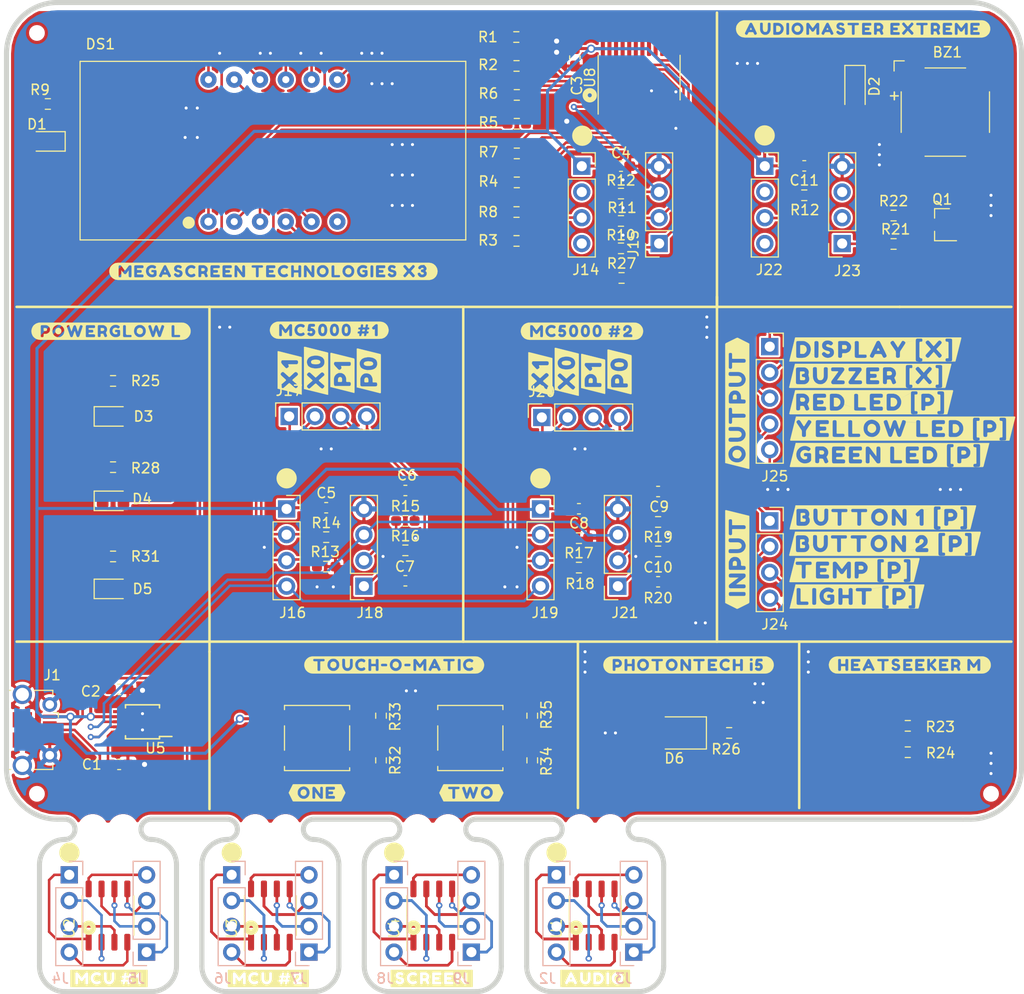
<source format=kicad_pcb>
(kicad_pcb (version 20171130) (host pcbnew "(5.1.9-0-10_14)")
  (layers (0 F.Cu signal) (31 B.Cu signal) (34 B.Paste user) (35 F.Paste user) (36 B.SilkS user) (37 F.SilkS user) (38 B.Mask user) (39 F.Mask user) (44 Edge.Cuts user))
  (net 0 "")
  (net 1 "Net-(J1-Pad3)")
  (net 2 "Net-(J1-Pad4)")
  (net 3 "Net-(J1-Pad2)")
  (net 4 "Net-(J2-Pad4)")
  (net 5 "Net-(J2-Pad3)")
  (net 6 "Net-(J2-Pad2)")
  (net 7 "Net-(J2-Pad1)")
  (net 8 "Net-(J3-Pad4)")
  (net 9 "Net-(J3-Pad3)")
  (net 10 "Net-(J3-Pad2)")
  (net 11 "Net-(J3-Pad1)")
  (net 12 "Net-(J4-Pad4)")
  (net 13 "Net-(J4-Pad3)")
  (net 14 "Net-(J4-Pad2)")
  (net 15 "Net-(J4-Pad1)")
  (net 16 "Net-(J5-Pad4)")
  (net 17 "Net-(J5-Pad3)")
  (net 18 "Net-(J5-Pad2)")
  (net 19 "Net-(J5-Pad1)")
  (net 20 "Net-(J6-Pad4)")
  (net 21 "Net-(J6-Pad3)")
  (net 22 "Net-(J6-Pad2)")
  (net 23 "Net-(J6-Pad1)")
  (net 24 "Net-(J7-Pad4)")
  (net 25 "Net-(J7-Pad3)")
  (net 26 "Net-(J7-Pad2)")
  (net 27 "Net-(J7-Pad1)")
  (net 28 "Net-(J8-Pad4)")
  (net 29 "Net-(J8-Pad3)")
  (net 30 "Net-(J8-Pad2)")
  (net 31 "Net-(J8-Pad1)")
  (net 32 "Net-(J9-Pad4)")
  (net 33 "Net-(J9-Pad3)")
  (net 34 "Net-(J9-Pad2)")
  (net 35 "Net-(J9-Pad1)")
  (net 36 "Net-(DS1-Pad1)")
  (net 37 "Net-(DS1-Pad2)")
  (net 38 "Net-(DS1-Pad5)")
  (net 39 "Net-(DS1-Pad4)")
  (net 40 "Net-(DS1-Pad3)")
  (net 41 "Net-(DS1-Pad12)")
  (net 42 "Net-(DS1-Pad7)")
  (net 43 "Net-(DS1-Pad8)")
  (net 44 "Net-(DS1-Pad9)")
  (net 45 "Net-(DS1-Pad10)")
  (net 46 GND)
  (net 47 VCC)
  (net 48 "Net-(C1-Pad2)")
  (net 49 RXD)
  (net 50 "Net-(U5-Pad5)")
  (net 51 TXD)
  (net 52 "Net-(U5-Pad6)")
  (net 53 "Net-(U5-Pad4)")
  (net 54 "Net-(R1-Pad2)")
  (net 55 "Net-(R2-Pad2)")
  (net 56 "Net-(R3-Pad2)")
  (net 57 "Net-(R4-Pad2)")
  (net 58 "Net-(R5-Pad2)")
  (net 59 "Net-(R6-Pad2)")
  (net 60 "Net-(R7-Pad2)")
  (net 61 "Net-(R8-Pad2)")
  (net 62 "Net-(U8-Pad20)")
  (net 63 "Net-(U8-Pad19)")
  (net 64 "Net-(U8-Pad18)")
  (net 65 "Net-(U8-Pad17)")
  (net 66 "Net-(D1-Pad2)")
  (net 67 "Net-(R9-Pad2)")
  (net 68 "Net-(J14-Pad2)")
  (net 69 "Net-(J15-Pad3)")
  (net 70 "Net-(J15-Pad2)")
  (net 71 "Net-(J14-Pad4)")
  (net 72 "Net-(J15-Pad1)")
  (net 73 "Net-(C6-Pad2)")
  (net 74 "Net-(C7-Pad2)")
  (net 75 "Net-(J16-Pad3)")
  (net 76 "Net-(J16-Pad2)")
  (net 77 "Net-(J18-Pad2)")
  (net 78 "Net-(J18-Pad1)")
  (net 79 "Net-(C9-Pad2)")
  (net 80 "Net-(C10-Pad2)")
  (net 81 "Net-(J19-Pad3)")
  (net 82 "Net-(J19-Pad2)")
  (net 83 "Net-(J21-Pad2)")
  (net 84 "Net-(J21-Pad1)")
  (net 85 "Net-(BZ1-Pad2)")
  (net 86 "Net-(J22-Pad4)")
  (net 87 "Net-(J22-Pad2)")
  (net 88 "Net-(J23-Pad3)")
  (net 89 "Net-(J23-Pad2)")
  (net 90 "Net-(J23-Pad1)")
  (net 91 "Net-(Q1-Pad1)")
  (net 92 LED_RED)
  (net 93 LED_YELLOW)
  (net 94 LED_GREEN)
  (net 95 "Net-(R32-Pad2)")
  (net 96 SWITCH_2)
  (net 97 "Net-(R34-Pad2)")
  (net 98 SWITCH_1)
  (net 99 LIGHT_SENSOR)
  (net 100 DISPLAY)
  (net 101 BUZZER)
  (net 102 TEMP_SENSOR)
  (net 103 "Net-(DS1-Pad11)")
  (net 104 "Net-(D3-Pad1)")
  (net 105 "Net-(D4-Pad1)")
  (net 106 "Net-(D5-Pad1)")
  (module LCSC_parts:MagneticBuzzer_7.5x7.5_SMT (layer F.Cu) (at 142.5 50.8)
    (fp_text reference BZ1 (at 0.2 -5.9) (layer F.SilkS))
    (fp_text value MLT-7525)
    (fp_text user + (at -5.1 -1.6 270) (layer F.SilkS))
    (pad 1 smd rect (at -3.5 -3.5 270) (size 2.5 2.5) (layers F.Cu F.Paste F.Mask) (net 47 VCC))
    (pad 2 smd rect (at -3.5 3.5 270) (size 2.5 2.5) (layers F.Cu F.Paste F.Mask) (net 85 "Net-(BZ1-Pad2)"))
    (pad 3 smd rect (at 3.5 3.5 270) (size 2.5 2.5) (layers F.Cu F.Paste F.Mask))
    (pad 4 smd rect (at 3.5 -3.5 270) (size 2.5 2.5) (layers F.Cu F.Paste F.Mask))
  )
  (module LCSC_parts:SOP-8_3.9x4.9mm_P1.27mm_rotated (layer F.Cu) (at 76 130)
    (fp_text reference U3 (at -3.81 1.27 270) (layer F.SilkS))
    (fp_text value PFS173-S08)
    (pad 8 smd roundrect (at -1.905 -2.625 90) (size 1.65 0.6) (layers F.Cu F.Paste F.Mask) (net 24 "Net-(J7-Pad4)"))
    (pad 7 smd roundrect (at -0.635 -2.625 90) (size 1.65 0.6) (layers F.Cu F.Paste F.Mask) (net 25 "Net-(J7-Pad3)"))
    (pad 6 smd roundrect (at 0.635 -2.625 90) (size 1.65 0.6) (layers F.Cu F.Paste F.Mask) (net 26 "Net-(J7-Pad2)"))
    (pad 5 smd roundrect (at 1.905 -2.625 90) (size 1.65 0.6) (layers F.Cu F.Paste F.Mask) (net 27 "Net-(J7-Pad1)"))
    (pad 4 smd roundrect (at 1.905 2.625 90) (size 1.65 0.6) (layers F.Cu F.Paste F.Mask) (net 20 "Net-(J6-Pad4)"))
    (pad 3 smd roundrect (at 0.635 2.625 90) (size 1.65 0.6) (layers F.Cu F.Paste F.Mask) (net 21 "Net-(J6-Pad3)"))
    (pad 2 smd roundrect (at -0.635 2.625 90) (size 1.65 0.6) (layers F.Cu F.Paste F.Mask) (net 22 "Net-(J6-Pad2)"))
    (pad 1 smd roundrect (at -1.905 2.625 90) (size 1.65 0.6) (layers F.Cu F.Paste F.Mask) (net 23 "Net-(J6-Pad1)"))
  )
  (module LCSC_parts:SOP-8_3.9x4.9mm_P1.27mm_rotated (layer F.Cu) (at 60 130)
    (fp_text reference U2 (at -3.81 1.27 270) (layer F.SilkS))
    (fp_text value PFS173-S08)
    (pad 8 smd roundrect (at -1.905 -2.625 90) (size 1.65 0.6) (layers F.Cu F.Paste F.Mask) (net 16 "Net-(J5-Pad4)"))
    (pad 7 smd roundrect (at -0.635 -2.625 90) (size 1.65 0.6) (layers F.Cu F.Paste F.Mask) (net 17 "Net-(J5-Pad3)"))
    (pad 6 smd roundrect (at 0.635 -2.625 90) (size 1.65 0.6) (layers F.Cu F.Paste F.Mask) (net 18 "Net-(J5-Pad2)"))
    (pad 5 smd roundrect (at 1.905 -2.625 90) (size 1.65 0.6) (layers F.Cu F.Paste F.Mask) (net 19 "Net-(J5-Pad1)"))
    (pad 4 smd roundrect (at 1.905 2.625 90) (size 1.65 0.6) (layers F.Cu F.Paste F.Mask) (net 12 "Net-(J4-Pad4)"))
    (pad 3 smd roundrect (at 0.635 2.625 90) (size 1.65 0.6) (layers F.Cu F.Paste F.Mask) (net 13 "Net-(J4-Pad3)"))
    (pad 2 smd roundrect (at -0.635 2.625 90) (size 1.65 0.6) (layers F.Cu F.Paste F.Mask) (net 14 "Net-(J4-Pad2)"))
    (pad 1 smd roundrect (at -1.905 2.625 90) (size 1.65 0.6) (layers F.Cu F.Paste F.Mask) (net 15 "Net-(J4-Pad1)"))
  )
  (module LCSC_parts:MicroXNJ (layer F.Cu) (at 52.8 111.7 180)
    (fp_text reference J1 (at -1.7 5.4) (layer F.SilkS))
    (fp_text value USB_B_Micro)
    (pad 6 thru_hole circle (at 1.2375 -3.5 270) (size 1.9 1.9) (drill 1.3) (layers *.Cu *.Mask) (net 46 GND))
    (pad 6 thru_hole circle (at 1.2375 3.5 90) (size 1.9 1.9) (drill 1.3) (layers *.Cu *.Mask) (net 46 GND))
    (pad 6 smd rect (at 1.2375 1 270) (size 1.5 1.9) (layers F.Cu F.Paste F.Mask) (net 46 GND))
    (pad 6 thru_hole circle (at -1.4625 -2.5 270) (size 1.45 1.45) (drill 0.85) (layers *.Cu *.Mask) (net 46 GND))
    (pad 3 smd rect (at -1.4625 0 270) (size 0.4 1.35) (layers F.Cu F.Paste F.Mask) (net 1 "Net-(J1-Pad3)"))
    (pad 4 smd rect (at -1.4625 -0.65 270) (size 0.4 1.35) (layers F.Cu F.Paste F.Mask) (net 2 "Net-(J1-Pad4)"))
    (pad 5 smd rect (at -1.4625 -1.3 270) (size 0.4 1.35) (layers F.Cu F.Paste F.Mask) (net 46 GND))
    (pad 1 smd rect (at -1.4625 1.3 270) (size 0.4 1.35) (layers F.Cu F.Paste F.Mask) (net 47 VCC))
    (pad 2 smd rect (at -1.4625 0.65 270) (size 0.4 1.35) (layers F.Cu F.Paste F.Mask) (net 3 "Net-(J1-Pad2)"))
    (pad 6 thru_hole circle (at -1.4625 2.5 270) (size 1.45 1.45) (drill 0.85) (layers *.Cu *.Mask) (net 46 GND))
    (pad 6 smd rect (at 1.2375 -1 270) (size 1.5 1.9) (layers F.Cu F.Paste F.Mask) (net 46 GND))
  )
  (module LCSC_parts:TSSOP-24_4.4x7.8mm_P0.65mm_rotated (layer F.Cu) (at 112.33 47.4)
    (fp_text reference U8 (at -4.85 0 90) (layer F.SilkS))
    (fp_text value PCA9555PW)
    (pad 24 smd roundrect (at -3.575 -2.8625 90) (size 1.475 0.4) (layers F.Cu F.Paste F.Mask) (net 47 VCC))
    (pad 23 smd roundrect (at -2.925 -2.8625 90) (size 1.475 0.4) (layers F.Cu F.Paste F.Mask) (net 70 "Net-(J15-Pad2)"))
    (pad 22 smd roundrect (at -2.275 -2.8625 90) (size 1.475 0.4) (layers F.Cu F.Paste F.Mask) (net 72 "Net-(J15-Pad1)"))
    (pad 21 smd roundrect (at -1.625 -2.8625 90) (size 1.475 0.4) (layers F.Cu F.Paste F.Mask) (net 46 GND))
    (pad 20 smd roundrect (at -0.975 -2.8625 90) (size 1.475 0.4) (layers F.Cu F.Paste F.Mask) (net 62 "Net-(U8-Pad20)"))
    (pad 19 smd roundrect (at -0.325 -2.8625 90) (size 1.475 0.4) (layers F.Cu F.Paste F.Mask) (net 63 "Net-(U8-Pad19)"))
    (pad 18 smd roundrect (at 0.325 -2.8625 90) (size 1.475 0.4) (layers F.Cu F.Paste F.Mask) (net 64 "Net-(U8-Pad18)"))
    (pad 17 smd roundrect (at 0.975 -2.8625 90) (size 1.475 0.4) (layers F.Cu F.Paste F.Mask) (net 65 "Net-(U8-Pad17)"))
    (pad 16 smd roundrect (at 1.625 -2.8625 90) (size 1.475 0.4) (layers F.Cu F.Paste F.Mask) (net 67 "Net-(R9-Pad2)"))
    (pad 15 smd roundrect (at 2.275 -2.8625 90) (size 1.475 0.4) (layers F.Cu F.Paste F.Mask) (net 43 "Net-(DS1-Pad8)"))
    (pad 14 smd roundrect (at 2.925 -2.8625 90) (size 1.475 0.4) (layers F.Cu F.Paste F.Mask) (net 44 "Net-(DS1-Pad9)"))
    (pad 13 smd roundrect (at 3.575 -2.8625 90) (size 1.475 0.4) (layers F.Cu F.Paste F.Mask) (net 41 "Net-(DS1-Pad12)"))
    (pad 12 smd roundrect (at 3.575 2.8625 90) (size 1.475 0.4) (layers F.Cu F.Paste F.Mask) (net 46 GND))
    (pad 11 smd roundrect (at 2.925 2.8625 90) (size 1.475 0.4) (layers F.Cu F.Paste F.Mask) (net 54 "Net-(R1-Pad2)"))
    (pad 10 smd roundrect (at 2.275 2.8625 90) (size 1.475 0.4) (layers F.Cu F.Paste F.Mask) (net 55 "Net-(R2-Pad2)"))
    (pad 9 smd roundrect (at 1.625 2.8625 90) (size 1.475 0.4) (layers F.Cu F.Paste F.Mask) (net 56 "Net-(R3-Pad2)"))
    (pad 8 smd roundrect (at 0.975 2.8625 90) (size 1.475 0.4) (layers F.Cu F.Paste F.Mask) (net 57 "Net-(R4-Pad2)"))
    (pad 7 smd roundrect (at 0.325 2.8625 90) (size 1.475 0.4) (layers F.Cu F.Paste F.Mask) (net 58 "Net-(R5-Pad2)"))
    (pad 6 smd roundrect (at -0.325 2.8625 90) (size 1.475 0.4) (layers F.Cu F.Paste F.Mask) (net 59 "Net-(R6-Pad2)"))
    (pad 5 smd roundrect (at -0.975 2.8625 90) (size 1.475 0.4) (layers F.Cu F.Paste F.Mask) (net 60 "Net-(R7-Pad2)"))
    (pad 4 smd roundrect (at -1.625 2.8625 90) (size 1.475 0.4) (layers F.Cu F.Paste F.Mask) (net 61 "Net-(R8-Pad2)"))
    (pad 3 smd roundrect (at -2.275 2.8625 90) (size 1.475 0.4) (layers F.Cu F.Paste F.Mask) (net 46 GND))
    (pad 2 smd roundrect (at -2.925 2.8625 90) (size 1.475 0.4) (layers F.Cu F.Paste F.Mask) (net 46 GND))
    (pad 1 smd roundrect (at -3.575 2.8625 90) (size 1.475 0.4) (layers F.Cu F.Paste F.Mask) (net 69 "Net-(J15-Pad3)"))
  )
  (module LCSC_parts:MSOP-10_3x3mm_P0.5mm_rotated (layer F.Cu) (at 63.4 110.9 90)
    (fp_text reference U5 (at -2.6 1.27) (layer F.SilkS))
    (fp_text value CH340E)
    (pad 10 smd rect (at -1 -2.2 180) (size 1.4 0.3) (layers F.Cu F.Paste F.Mask) (net 48 "Net-(C1-Pad2)"))
    (pad 9 smd rect (at -0.5 -2.2 180) (size 1.4 0.3) (layers F.Cu F.Paste F.Mask) (net 49 RXD))
    (pad 8 smd rect (at 0 -2.2 180) (size 1.4 0.3) (layers F.Cu F.Paste F.Mask) (net 51 TXD))
    (pad 7 smd rect (at 0.5 -2.2 180) (size 1.4 0.3) (layers F.Cu F.Paste F.Mask) (net 47 VCC))
    (pad 6 smd rect (at 1 -2.2 180) (size 1.4 0.3) (layers F.Cu F.Paste F.Mask) (net 52 "Net-(U5-Pad6)"))
    (pad 5 smd rect (at 1 2.2 180) (size 1.4 0.3) (layers F.Cu F.Paste F.Mask) (net 50 "Net-(U5-Pad5)"))
    (pad 4 smd rect (at 0.5 2.2 180) (size 1.4 0.3) (layers F.Cu F.Paste F.Mask) (net 53 "Net-(U5-Pad4)"))
    (pad 3 smd rect (at 0 2.2 180) (size 1.4 0.3) (layers F.Cu F.Paste F.Mask) (net 46 GND))
    (pad 2 smd rect (at -0.5 2.2 180) (size 1.4 0.3) (layers F.Cu F.Paste F.Mask) (net 3 "Net-(J1-Pad2)"))
    (pad 1 smd rect (at -1 2.2 180) (size 1.4 0.3) (layers F.Cu F.Paste F.Mask) (net 1 "Net-(J1-Pad3)"))
  )
  (module LCSC_parts:LED_1210_3225Metric_Pad1.42x2.65mm_rotated (layer F.Cu) (at 116.5 112)
    (fp_text reference D6 (at -0.7 2.5 180) (layer F.SilkS))
    (fp_text value SMD3528C-50)
    (pad 2 smd roundrect (at -1.4875 0 180) (size 1.425 2.65) (layers F.Cu F.Paste F.Mask) (roundrect_rratio 0.175439) (net 47 VCC))
    (pad 1 smd roundrect (at 1.4875 0 180) (size 1.425 2.65) (layers F.Cu F.Paste F.Mask) (roundrect_rratio 0.175439) (net 99 LIGHT_SENSOR))
  )
  (module LCSC_parts:SOP-8_3.9x4.9mm_P1.27mm_rotated (layer F.Cu) (at 92 130)
    (fp_text reference U4 (at -3.81 1.27 270) (layer F.SilkS))
    (fp_text value PFS173-S08)
    (pad 8 smd roundrect (at -1.905 -2.625 90) (size 1.65 0.6) (layers F.Cu F.Paste F.Mask) (net 32 "Net-(J9-Pad4)"))
    (pad 7 smd roundrect (at -0.635 -2.625 90) (size 1.65 0.6) (layers F.Cu F.Paste F.Mask) (net 33 "Net-(J9-Pad3)"))
    (pad 6 smd roundrect (at 0.635 -2.625 90) (size 1.65 0.6) (layers F.Cu F.Paste F.Mask) (net 34 "Net-(J9-Pad2)"))
    (pad 5 smd roundrect (at 1.905 -2.625 90) (size 1.65 0.6) (layers F.Cu F.Paste F.Mask) (net 35 "Net-(J9-Pad1)"))
    (pad 4 smd roundrect (at 1.905 2.625 90) (size 1.65 0.6) (layers F.Cu F.Paste F.Mask) (net 28 "Net-(J8-Pad4)"))
    (pad 3 smd roundrect (at 0.635 2.625 90) (size 1.65 0.6) (layers F.Cu F.Paste F.Mask) (net 29 "Net-(J8-Pad3)"))
    (pad 2 smd roundrect (at -0.635 2.625 90) (size 1.65 0.6) (layers F.Cu F.Paste F.Mask) (net 30 "Net-(J8-Pad2)"))
    (pad 1 smd roundrect (at -1.905 2.625 90) (size 1.65 0.6) (layers F.Cu F.Paste F.Mask) (net 31 "Net-(J8-Pad1)"))
  )
  (module LCSC_parts:SOP-8_3.9x4.9mm_P1.27mm_rotated (layer F.Cu) (at 108 130)
    (fp_text reference U1 (at -3.81 1.27 270) (layer F.SilkS))
    (fp_text value PFS173-S08)
    (pad 8 smd roundrect (at -1.905 -2.625 90) (size 1.65 0.6) (layers F.Cu F.Paste F.Mask) (net 8 "Net-(J3-Pad4)"))
    (pad 7 smd roundrect (at -0.635 -2.625 90) (size 1.65 0.6) (layers F.Cu F.Paste F.Mask) (net 9 "Net-(J3-Pad3)"))
    (pad 6 smd roundrect (at 0.635 -2.625 90) (size 1.65 0.6) (layers F.Cu F.Paste F.Mask) (net 10 "Net-(J3-Pad2)"))
    (pad 5 smd roundrect (at 1.905 -2.625 90) (size 1.65 0.6) (layers F.Cu F.Paste F.Mask) (net 11 "Net-(J3-Pad1)"))
    (pad 4 smd roundrect (at 1.905 2.625 90) (size 1.65 0.6) (layers F.Cu F.Paste F.Mask) (net 4 "Net-(J2-Pad4)"))
    (pad 3 smd roundrect (at 0.635 2.625 90) (size 1.65 0.6) (layers F.Cu F.Paste F.Mask) (net 5 "Net-(J2-Pad3)"))
    (pad 2 smd roundrect (at -0.635 2.625 90) (size 1.65 0.6) (layers F.Cu F.Paste F.Mask) (net 6 "Net-(J2-Pad2)"))
    (pad 1 smd roundrect (at -1.905 2.625 90) (size 1.65 0.6) (layers F.Cu F.Paste F.Mask) (net 7 "Net-(J2-Pad1)"))
  )
  (module LCSC_parts:JLC_assembly_hole (layer F.Cu) (at 53 43)
    (fp_text reference REF** hide)
    (fp_text value JLC_assembly_hole hide)
    (pad "" np_thru_hole circle (at 0 0) (size 1.152 1.152) (drill 1.152) (layers *.Cu *.Mask))
  )
  (module LCSC_parts:JLC_assembly_hole (layer F.Cu) (at 53 118)
    (fp_text reference REF** hide)
    (fp_text value JLC_assembly_hole hide)
    (pad "" np_thru_hole circle (at 0 0) (size 1.152 1.152) (drill 1.152) (layers *.Cu *.Mask))
  )
  (module LCSC_parts:JLC_assembly_hole (layer F.Cu) (at 147 118)
    (fp_text reference REF** hide)
    (fp_text value JLC_assembly_hole hide)
    (pad "" np_thru_hole circle (at 0 0) (size 1.152 1.152) (drill 1.152) (layers *.Cu *.Mask))
  )
  (module LCSC_parts:PinHeader_1x04_P2.54mm_Vertical_centered (layer B.Cu) (at 95.8048 129.794 90)
    (fp_text reference J9 (at -6.406 -1.0048) (layer B.SilkS) (effects (justify mirror)))
    (fp_text value Conn_01x04_Male)
    (pad 4 thru_hole oval (at 3.81 0) (size 1.7 1.7) (drill 1) (layers *.Cu *.Mask) (net 32 "Net-(J9-Pad4)"))
    (pad 3 thru_hole oval (at 1.27 0) (size 1.7 1.7) (drill 1) (layers *.Cu *.Mask) (net 33 "Net-(J9-Pad3)"))
    (pad 2 thru_hole oval (at -1.27 0) (size 1.7 1.7) (drill 1) (layers *.Cu *.Mask) (net 34 "Net-(J9-Pad2)"))
    (pad 1 thru_hole rect (at -3.81 0) (size 1.7 1.7) (drill 1) (layers *.Cu *.Mask) (net 35 "Net-(J9-Pad1)"))
  )
  (module LCSC_parts:PinHeader_1x04_P2.54mm_Vertical_centered (layer B.Cu) (at 88.1848 129.794 270)
    (fp_text reference J8 (at 6.406 0.8848) (layer B.SilkS) (effects (justify mirror)))
    (fp_text value Conn_01x04_Male)
    (pad 4 thru_hole oval (at 3.81 0 180) (size 1.7 1.7) (drill 1) (layers *.Cu *.Mask) (net 28 "Net-(J8-Pad4)"))
    (pad 3 thru_hole oval (at 1.27 0 180) (size 1.7 1.7) (drill 1) (layers *.Cu *.Mask) (net 29 "Net-(J8-Pad3)"))
    (pad 2 thru_hole oval (at -1.27 0 180) (size 1.7 1.7) (drill 1) (layers *.Cu *.Mask) (net 30 "Net-(J8-Pad2)"))
    (pad 1 thru_hole rect (at -3.81 0 180) (size 1.7 1.7) (drill 1) (layers *.Cu *.Mask) (net 31 "Net-(J8-Pad1)"))
  )
  (module LCSC_parts:PinHeader_1x04_P2.54mm_Vertical_centered (layer B.Cu) (at 79.8048 129.794 90)
    (fp_text reference J7 (at -6.406 -1.0048) (layer B.SilkS) (effects (justify mirror)))
    (fp_text value Conn_01x04_Male)
    (pad 4 thru_hole oval (at 3.81 0) (size 1.7 1.7) (drill 1) (layers *.Cu *.Mask) (net 24 "Net-(J7-Pad4)"))
    (pad 3 thru_hole oval (at 1.27 0) (size 1.7 1.7) (drill 1) (layers *.Cu *.Mask) (net 25 "Net-(J7-Pad3)"))
    (pad 2 thru_hole oval (at -1.27 0) (size 1.7 1.7) (drill 1) (layers *.Cu *.Mask) (net 26 "Net-(J7-Pad2)"))
    (pad 1 thru_hole rect (at -3.81 0) (size 1.7 1.7) (drill 1) (layers *.Cu *.Mask) (net 27 "Net-(J7-Pad1)"))
  )
  (module LCSC_parts:PinHeader_1x04_P2.54mm_Vertical_centered (layer B.Cu) (at 72.1848 129.794 270)
    (fp_text reference J6 (at 6.406 0.8848) (layer B.SilkS) (effects (justify mirror)))
    (fp_text value Conn_01x04_Male)
    (pad 4 thru_hole oval (at 3.81 0 180) (size 1.7 1.7) (drill 1) (layers *.Cu *.Mask) (net 20 "Net-(J6-Pad4)"))
    (pad 3 thru_hole oval (at 1.27 0 180) (size 1.7 1.7) (drill 1) (layers *.Cu *.Mask) (net 21 "Net-(J6-Pad3)"))
    (pad 2 thru_hole oval (at -1.27 0 180) (size 1.7 1.7) (drill 1) (layers *.Cu *.Mask) (net 22 "Net-(J6-Pad2)"))
    (pad 1 thru_hole rect (at -3.81 0 180) (size 1.7 1.7) (drill 1) (layers *.Cu *.Mask) (net 23 "Net-(J6-Pad1)"))
  )
  (module LCSC_parts:PinHeader_1x04_P2.54mm_Vertical_centered (layer B.Cu) (at 63.8048 129.794 90)
    (fp_text reference J5 (at -6.406 -1.0048) (layer B.SilkS) (effects (justify mirror)))
    (fp_text value Conn_01x04_Male)
    (pad 4 thru_hole oval (at 3.81 0) (size 1.7 1.7) (drill 1) (layers *.Cu *.Mask) (net 16 "Net-(J5-Pad4)"))
    (pad 3 thru_hole oval (at 1.27 0) (size 1.7 1.7) (drill 1) (layers *.Cu *.Mask) (net 17 "Net-(J5-Pad3)"))
    (pad 2 thru_hole oval (at -1.27 0) (size 1.7 1.7) (drill 1) (layers *.Cu *.Mask) (net 18 "Net-(J5-Pad2)"))
    (pad 1 thru_hole rect (at -3.81 0) (size 1.7 1.7) (drill 1) (layers *.Cu *.Mask) (net 19 "Net-(J5-Pad1)"))
  )
  (module LCSC_parts:PinHeader_1x04_P2.54mm_Vertical_centered (layer B.Cu) (at 56.1848 129.794 270)
    (fp_text reference J4 (at 6.406 0.8848) (layer B.SilkS) (effects (justify mirror)))
    (fp_text value Conn_01x04_Male)
    (pad 4 thru_hole oval (at 3.81 0 180) (size 1.7 1.7) (drill 1) (layers *.Cu *.Mask) (net 12 "Net-(J4-Pad4)"))
    (pad 3 thru_hole oval (at 1.27 0 180) (size 1.7 1.7) (drill 1) (layers *.Cu *.Mask) (net 13 "Net-(J4-Pad3)"))
    (pad 2 thru_hole oval (at -1.27 0 180) (size 1.7 1.7) (drill 1) (layers *.Cu *.Mask) (net 14 "Net-(J4-Pad2)"))
    (pad 1 thru_hole rect (at -3.81 0 180) (size 1.7 1.7) (drill 1) (layers *.Cu *.Mask) (net 15 "Net-(J4-Pad1)"))
  )
  (module LCSC_parts:PinHeader_1x04_P2.54mm_Vertical_centered (layer B.Cu) (at 111.8048 129.794 90)
    (fp_text reference J3 (at -6.406 -1.0048) (layer B.SilkS) (effects (justify mirror)))
    (fp_text value Conn_01x04_Male)
    (pad 4 thru_hole oval (at 3.81 0) (size 1.7 1.7) (drill 1) (layers *.Cu *.Mask) (net 8 "Net-(J3-Pad4)"))
    (pad 3 thru_hole oval (at 1.27 0) (size 1.7 1.7) (drill 1) (layers *.Cu *.Mask) (net 9 "Net-(J3-Pad3)"))
    (pad 2 thru_hole oval (at -1.27 0) (size 1.7 1.7) (drill 1) (layers *.Cu *.Mask) (net 10 "Net-(J3-Pad2)"))
    (pad 1 thru_hole rect (at -3.81 0) (size 1.7 1.7) (drill 1) (layers *.Cu *.Mask) (net 11 "Net-(J3-Pad1)"))
  )
  (module LCSC_parts:PinHeader_1x04_P2.54mm_Vertical_centered (layer B.Cu) (at 104.1848 129.794 270)
    (fp_text reference J2 (at 6.406 0.8848) (layer B.SilkS) (effects (justify mirror)))
    (fp_text value Conn_01x04_Male)
    (pad 4 thru_hole oval (at 3.81 0 180) (size 1.7 1.7) (drill 1) (layers *.Cu *.Mask) (net 4 "Net-(J2-Pad4)"))
    (pad 3 thru_hole oval (at 1.27 0 180) (size 1.7 1.7) (drill 1) (layers *.Cu *.Mask) (net 5 "Net-(J2-Pad3)"))
    (pad 2 thru_hole oval (at -1.27 0 180) (size 1.7 1.7) (drill 1) (layers *.Cu *.Mask) (net 6 "Net-(J2-Pad2)"))
    (pad 1 thru_hole rect (at -3.81 0 180) (size 1.7 1.7) (drill 1) (layers *.Cu *.Mask) (net 7 "Net-(J2-Pad1)"))
  )
  (module LCSC_parts:PinSocket_1x05_P2.54mm_Vertical_centered (layer F.Cu) (at 125.2 79 270)
    (fp_text reference J25 (at 7.7 -0.5 180) (layer F.SilkS))
    (fp_text value Conn_01x05_Female hide)
    (pad 5 thru_hole oval (at 5.08 0) (size 1.7 1.7) (drill 1) (layers *.Cu *.Mask) (net 94 LED_GREEN))
    (pad 4 thru_hole oval (at 2.54 0) (size 1.7 1.7) (drill 1) (layers *.Cu *.Mask) (net 93 LED_YELLOW))
    (pad 3 thru_hole oval (at 0 0) (size 1.7 1.7) (drill 1) (layers *.Cu *.Mask) (net 92 LED_RED))
    (pad 2 thru_hole oval (at -2.54 0) (size 1.7 1.7) (drill 1) (layers *.Cu *.Mask) (net 101 BUZZER))
    (pad 1 thru_hole rect (at -5.08 0) (size 1.7 1.7) (drill 1) (layers *.Cu *.Mask) (net 100 DISPLAY))
  )
  (module LCSC_parts:PinSocket_1x04_P2.54mm_Vertical_centered (layer F.Cu) (at 125.2 94.9 270)
    (fp_text reference J24 (at 6.4 -0.5) (layer F.SilkS))
    (fp_text value Conn_01x04_Female hide)
    (pad 4 thru_hole oval (at 3.81 0) (size 1.7 1.7) (drill 1) (layers *.Cu *.Mask) (net 99 LIGHT_SENSOR))
    (pad 3 thru_hole oval (at 1.27 0) (size 1.7 1.7) (drill 1) (layers *.Cu *.Mask) (net 102 TEMP_SENSOR))
    (pad 2 thru_hole oval (at -1.27 0) (size 1.7 1.7) (drill 1) (layers *.Cu *.Mask) (net 96 SWITCH_2))
    (pad 1 thru_hole rect (at -3.81 0) (size 1.7 1.7) (drill 1) (layers *.Cu *.Mask) (net 98 SWITCH_1))
  )
  (module LCSC_parts:PinSocket_1x04_P2.54mm_Vertical_centered (layer F.Cu) (at 132.334 59.944 90)
    (fp_text reference J23 (at -6.5084 0.52) (layer F.SilkS))
    (fp_text value Conn_01x04_Female hide)
    (pad 4 thru_hole oval (at 3.81 0 180) (size 1.7 1.7) (drill 1) (layers *.Cu *.Mask) (net 46 GND))
    (pad 3 thru_hole oval (at 1.27 0 180) (size 1.7 1.7) (drill 1) (layers *.Cu *.Mask) (net 88 "Net-(J23-Pad3)"))
    (pad 2 thru_hole oval (at -1.27 0 180) (size 1.7 1.7) (drill 1) (layers *.Cu *.Mask) (net 89 "Net-(J23-Pad2)"))
    (pad 1 thru_hole rect (at -3.81 0 180) (size 1.7 1.7) (drill 1) (layers *.Cu *.Mask) (net 90 "Net-(J23-Pad1)"))
  )
  (module LCSC_parts:PinSocket_1x04_P2.54mm_Vertical_centered (layer F.Cu) (at 124.714 59.944 270)
    (fp_text reference J22 (at 6.4084 -0.44) (layer F.SilkS))
    (fp_text value Conn_01x04_Female hide)
    (pad 4 thru_hole oval (at 3.81 0) (size 1.7 1.7) (drill 1) (layers *.Cu *.Mask) (net 86 "Net-(J22-Pad4)"))
    (pad 3 thru_hole oval (at 1.27 0) (size 1.7 1.7) (drill 1) (layers *.Cu *.Mask) (net 101 BUZZER))
    (pad 2 thru_hole oval (at -1.27 0) (size 1.7 1.7) (drill 1) (layers *.Cu *.Mask) (net 87 "Net-(J22-Pad2)"))
    (pad 1 thru_hole rect (at -3.81 0) (size 1.7 1.7) (drill 1) (layers *.Cu *.Mask) (net 47 VCC))
  )
  (module LCSC_parts:PinSocket_1x04_P2.54mm_Vertical_centered (layer F.Cu) (at 110.236 93.726 90)
    (fp_text reference J21 (at -6.43 0.7) (layer F.SilkS))
    (fp_text value Conn_01x04_Female hide)
    (pad 4 thru_hole oval (at 3.81 0 180) (size 1.7 1.7) (drill 1) (layers *.Cu *.Mask) (net 46 GND))
    (pad 3 thru_hole oval (at 1.27 0 180) (size 1.7 1.7) (drill 1) (layers *.Cu *.Mask) (net 51 TXD))
    (pad 2 thru_hole oval (at -1.27 0 180) (size 1.7 1.7) (drill 1) (layers *.Cu *.Mask) (net 83 "Net-(J21-Pad2)"))
    (pad 1 thru_hole rect (at -3.81 0 180) (size 1.7 1.7) (drill 1) (layers *.Cu *.Mask) (net 84 "Net-(J21-Pad1)"))
  )
  (module LCSC_parts:PinSocket_1x04_P2.54mm_Vertical_centered (layer F.Cu) (at 106.553 80.9)
    (fp_text reference J20 (at -3.81 -2.54 180) (layer F.SilkS))
    (fp_text value Conn_01x04_Female hide)
    (pad 4 thru_hole oval (at 3.81 0 90) (size 1.7 1.7) (drill 1) (layers *.Cu *.Mask) (net 80 "Net-(C10-Pad2)"))
    (pad 3 thru_hole oval (at 1.27 0 90) (size 1.7 1.7) (drill 1) (layers *.Cu *.Mask) (net 79 "Net-(C9-Pad2)"))
    (pad 2 thru_hole oval (at -1.27 0 90) (size 1.7 1.7) (drill 1) (layers *.Cu *.Mask) (net 82 "Net-(J19-Pad2)"))
    (pad 1 thru_hole rect (at -3.81 0 90) (size 1.7 1.7) (drill 1) (layers *.Cu *.Mask) (net 81 "Net-(J19-Pad3)"))
  )
  (module LCSC_parts:PinSocket_1x04_P2.54mm_Vertical_centered (layer F.Cu) (at 102.616 93.726 270)
    (fp_text reference J19 (at 6.43 -0.45) (layer F.SilkS))
    (fp_text value Conn_01x04_Female hide)
    (pad 4 thru_hole oval (at 3.81 0) (size 1.7 1.7) (drill 1) (layers *.Cu *.Mask) (net 49 RXD))
    (pad 3 thru_hole oval (at 1.27 0) (size 1.7 1.7) (drill 1) (layers *.Cu *.Mask) (net 81 "Net-(J19-Pad3)"))
    (pad 2 thru_hole oval (at -1.27 0) (size 1.7 1.7) (drill 1) (layers *.Cu *.Mask) (net 82 "Net-(J19-Pad2)"))
    (pad 1 thru_hole rect (at -3.81 0) (size 1.7 1.7) (drill 1) (layers *.Cu *.Mask) (net 47 VCC))
  )
  (module LCSC_parts:PinSocket_1x04_P2.54mm_Vertical_centered (layer F.Cu) (at 85.217 93.726 90)
    (fp_text reference J18 (at -6.43 0.6) (layer F.SilkS))
    (fp_text value Conn_01x04_Female hide)
    (pad 4 thru_hole oval (at 3.81 0 180) (size 1.7 1.7) (drill 1) (layers *.Cu *.Mask) (net 46 GND))
    (pad 3 thru_hole oval (at 1.27 0 180) (size 1.7 1.7) (drill 1) (layers *.Cu *.Mask) (net 51 TXD))
    (pad 2 thru_hole oval (at -1.27 0 180) (size 1.7 1.7) (drill 1) (layers *.Cu *.Mask) (net 77 "Net-(J18-Pad2)"))
    (pad 1 thru_hole rect (at -3.81 0 180) (size 1.7 1.7) (drill 1) (layers *.Cu *.Mask) (net 78 "Net-(J18-Pad1)"))
  )
  (module LCSC_parts:PinSocket_1x04_P2.54mm_Vertical_centered (layer F.Cu) (at 81.661 80.8)
    (fp_text reference J17 (at -3.81 -2.54 180) (layer F.SilkS))
    (fp_text value Conn_01x04_Female hide)
    (pad 4 thru_hole oval (at 3.81 0 90) (size 1.7 1.7) (drill 1) (layers *.Cu *.Mask) (net 74 "Net-(C7-Pad2)"))
    (pad 3 thru_hole oval (at 1.27 0 90) (size 1.7 1.7) (drill 1) (layers *.Cu *.Mask) (net 73 "Net-(C6-Pad2)"))
    (pad 2 thru_hole oval (at -1.27 0 90) (size 1.7 1.7) (drill 1) (layers *.Cu *.Mask) (net 76 "Net-(J16-Pad2)"))
    (pad 1 thru_hole rect (at -3.81 0 90) (size 1.7 1.7) (drill 1) (layers *.Cu *.Mask) (net 75 "Net-(J16-Pad3)"))
  )
  (module LCSC_parts:PinSocket_1x04_P2.54mm_Vertical_centered (layer F.Cu) (at 77.597 93.726 270)
    (fp_text reference J16 (at 6.43 -0.603) (layer F.SilkS))
    (fp_text value Conn_01x04_Female hide)
    (pad 4 thru_hole oval (at 3.81 0) (size 1.7 1.7) (drill 1) (layers *.Cu *.Mask) (net 49 RXD))
    (pad 3 thru_hole oval (at 1.27 0) (size 1.7 1.7) (drill 1) (layers *.Cu *.Mask) (net 75 "Net-(J16-Pad3)"))
    (pad 2 thru_hole oval (at -1.27 0) (size 1.7 1.7) (drill 1) (layers *.Cu *.Mask) (net 76 "Net-(J16-Pad2)"))
    (pad 1 thru_hole rect (at -3.81 0) (size 1.7 1.7) (drill 1) (layers *.Cu *.Mask) (net 47 VCC))
  )
  (module LCSC_parts:PinSocket_1x04_P2.54mm_Vertical_centered (layer F.Cu) (at 114.3 59.944 90)
    (fp_text reference J15 (at -3.81 -2.54 270) (layer F.SilkS))
    (fp_text value Conn_01x04_Female hide)
    (pad 4 thru_hole oval (at 3.81 0 180) (size 1.7 1.7) (drill 1) (layers *.Cu *.Mask) (net 46 GND))
    (pad 3 thru_hole oval (at 1.27 0 180) (size 1.7 1.7) (drill 1) (layers *.Cu *.Mask) (net 69 "Net-(J15-Pad3)"))
    (pad 2 thru_hole oval (at -1.27 0 180) (size 1.7 1.7) (drill 1) (layers *.Cu *.Mask) (net 70 "Net-(J15-Pad2)"))
    (pad 1 thru_hole rect (at -3.81 0 180) (size 1.7 1.7) (drill 1) (layers *.Cu *.Mask) (net 72 "Net-(J15-Pad1)"))
  )
  (module LCSC_parts:PinSocket_1x04_P2.54mm_Vertical_centered (layer F.Cu) (at 106.68 59.944 270)
    (fp_text reference J14 (at 6.4 -0.4) (layer F.SilkS))
    (fp_text value Conn_01x04_Female hide)
    (pad 4 thru_hole oval (at 3.81 0) (size 1.7 1.7) (drill 1) (layers *.Cu *.Mask) (net 71 "Net-(J14-Pad4)"))
    (pad 3 thru_hole oval (at 1.27 0) (size 1.7 1.7) (drill 1) (layers *.Cu *.Mask) (net 100 DISPLAY))
    (pad 2 thru_hole oval (at -1.27 0) (size 1.7 1.7) (drill 1) (layers *.Cu *.Mask) (net 68 "Net-(J14-Pad2)"))
    (pad 1 thru_hole rect (at -3.81 0) (size 1.7 1.7) (drill 1) (layers *.Cu *.Mask) (net 47 VCC))
  )
  (module LCSC_parts:SOT-23_rotated (layer F.Cu) (at 142.2 61.9)
    (fp_text reference Q1 (at 0 -2.5) (layer F.SilkS))
    (fp_text value S9013)
    (pad 3 smd rect (at -1 0 180) (size 0.9 0.8) (layers F.Cu F.Paste F.Mask) (net 85 "Net-(BZ1-Pad2)"))
    (pad 2 smd rect (at 1 -0.95 180) (size 0.9 0.8) (layers F.Cu F.Paste F.Mask) (net 46 GND))
    (pad 1 smd rect (at 1 0.95 180) (size 0.9 0.8) (layers F.Cu F.Paste F.Mask) (net 91 "Net-(Q1-Pad1)"))
  )
  (module LCSC_parts:SLR0523DYA1BD (layer F.Cu) (at 76.25 54.6)
    (fp_text reference DS1 (at -17 -10.5) (layer F.SilkS))
    (fp_text value SLR0523DYA1BD)
    (pad 6 thru_hole circle (at 6.35 7) (size 1.6 1.6) (drill 0.7) (layers *.Cu *.Mask))
    (pad 5 thru_hole circle (at 3.81 7) (size 1.6 1.6) (drill 0.7) (layers *.Cu *.Mask) (net 38 "Net-(DS1-Pad5)"))
    (pad 4 thru_hole circle (at 1.27 7) (size 1.6 1.6) (drill 0.7) (layers *.Cu *.Mask) (net 39 "Net-(DS1-Pad4)"))
    (pad 3 thru_hole circle (at -1.27 7) (size 1.6 1.6) (drill 0.7) (layers *.Cu *.Mask) (net 40 "Net-(DS1-Pad3)"))
    (pad 2 thru_hole circle (at -3.81 7) (size 1.6 1.6) (drill 0.7) (layers *.Cu *.Mask) (net 37 "Net-(DS1-Pad2)"))
    (pad 1 thru_hole circle (at -6.35 7) (size 1.6 1.6) (drill 0.8) (layers *.Cu *.Mask) (net 36 "Net-(DS1-Pad1)"))
    (pad 7 thru_hole circle (at 6.35 -7) (size 1.6 1.6) (drill 0.7) (layers *.Cu *.Mask) (net 42 "Net-(DS1-Pad7)"))
    (pad 8 thru_hole circle (at 3.81 -7) (size 1.6 1.6) (drill 0.7) (layers *.Cu *.Mask) (net 43 "Net-(DS1-Pad8)"))
    (pad 9 thru_hole circle (at 1.27 -7) (size 1.6 1.6) (drill 0.7) (layers *.Cu *.Mask) (net 44 "Net-(DS1-Pad9)"))
    (pad 10 thru_hole circle (at -1.27 -7) (size 1.6 1.6) (drill 0.7) (layers *.Cu *.Mask) (net 45 "Net-(DS1-Pad10)"))
    (pad 11 thru_hole circle (at -3.81 -7) (size 1.6 1.6) (drill 0.7) (layers *.Cu *.Mask) (net 103 "Net-(DS1-Pad11)"))
    (pad 12 thru_hole circle (at -6.35 -7) (size 1.6 1.6) (drill 0.7) (layers *.Cu *.Mask) (net 41 "Net-(DS1-Pad12)"))
  )
  (module Resistor_SMD:R_0603_1608Metric_Pad0.98x0.95mm_HandSolder (layer F.Cu) (at 110.6 67.15)
    (fp_text reference R27 (at 0 -1.43) (layer F.SilkS))
    (fp_text value 1M)
    (pad 2 smd roundrect (at 0.9125 0) (size 0.975 0.95) (layers F.Cu F.Paste F.Mask) (net 46 GND))
    (pad 1 smd roundrect (at -0.9125 0) (size 0.975 0.95) (layers F.Cu F.Paste F.Mask) (net 100 DISPLAY))
  )
  (module Resistor_SMD:R_0603_1608Metric_Pad0.98x0.95mm_HandSolder (layer F.Cu) (at 128.6 59)
    (fp_text reference R12 (at 0.05 1.45) (layer F.SilkS))
    (fp_text value 1M)
    (pad 2 smd roundrect (at 0.9125 0) (size 0.975 0.95) (layers F.Cu F.Paste F.Mask) (net 46 GND))
    (pad 1 smd roundrect (at -0.9125 0) (size 0.975 0.95) (layers F.Cu F.Paste F.Mask) (net 101 BUZZER))
  )
  (module Resistor_SMD:R_0603_1608Metric_Pad0.98x0.95mm_HandSolder (layer F.Cu) (at 121.2 112 180)
    (fp_text reference R26 (at 0.3 -1.6) (layer F.SilkS))
    (fp_text value 10K)
    (pad 2 smd roundrect (at 0.9125 0 180) (size 0.975 0.95) (layers F.Cu F.Paste F.Mask) (net 99 LIGHT_SENSOR))
    (pad 1 smd roundrect (at -0.9125 0 180) (size 0.975 0.95) (layers F.Cu F.Paste F.Mask) (net 46 GND))
  )
  (module Resistor_SMD:R_0603_1608Metric_Pad0.98x0.95mm_HandSolder (layer F.Cu) (at 138.8 113.9)
    (fp_text reference R24 (at 3.23 0.08) (layer F.SilkS))
    (fp_text value "NTC - 100k")
    (pad 2 smd roundrect (at 0.9125 0) (size 0.975 0.95) (layers F.Cu F.Paste F.Mask) (net 102 TEMP_SENSOR))
    (pad 1 smd roundrect (at -0.9125 0) (size 0.975 0.95) (layers F.Cu F.Paste F.Mask) (net 47 VCC))
  )
  (module Resistor_SMD:R_0603_1608Metric_Pad0.98x0.95mm_HandSolder (layer F.Cu) (at 138.8 111.3 180)
    (fp_text reference R23 (at -3.2 -0.1) (layer F.SilkS))
    (fp_text value 100K)
    (pad 2 smd roundrect (at 0.9125 0 180) (size 0.975 0.95) (layers F.Cu F.Paste F.Mask) (net 46 GND))
    (pad 1 smd roundrect (at -0.9125 0 180) (size 0.975 0.95) (layers F.Cu F.Paste F.Mask) (net 102 TEMP_SENSOR))
  )
  (module Resistor_SMD:R_0603_1608Metric_Pad0.98x0.95mm_HandSolder (layer F.Cu) (at 60.5 94.6)
    (fp_text reference R31 (at 3.2 0) (layer F.SilkS))
    (fp_text value 120R)
    (pad 2 smd roundrect (at 0.9125 0) (size 0.975 0.95) (layers F.Cu F.Paste F.Mask) (net 46 GND))
    (pad 1 smd roundrect (at -0.9125 0) (size 0.975 0.95) (layers F.Cu F.Paste F.Mask) (net 106 "Net-(D5-Pad1)"))
  )
  (module Resistor_SMD:R_0603_1608Metric_Pad0.98x0.95mm_HandSolder (layer F.Cu) (at 60.5 85.8)
    (fp_text reference R28 (at 3.2 0.1) (layer F.SilkS))
    (fp_text value 220R)
    (pad 2 smd roundrect (at 0.9125 0) (size 0.975 0.95) (layers F.Cu F.Paste F.Mask) (net 46 GND))
    (pad 1 smd roundrect (at -0.9125 0) (size 0.975 0.95) (layers F.Cu F.Paste F.Mask) (net 105 "Net-(D4-Pad1)"))
  )
  (module Resistor_SMD:R_0603_1608Metric_Pad0.98x0.95mm_HandSolder (layer F.Cu) (at 60.5 77.3)
    (fp_text reference R25 (at 3.2 0) (layer F.SilkS))
    (fp_text value 220R)
    (pad 2 smd roundrect (at 0.9125 0) (size 0.975 0.95) (layers F.Cu F.Paste F.Mask) (net 46 GND))
    (pad 1 smd roundrect (at -0.9125 0) (size 0.975 0.95) (layers F.Cu F.Paste F.Mask) (net 104 "Net-(D3-Pad1)"))
  )
  (module Resistor_SMD:R_0603_1608Metric_Pad0.98x0.95mm_HandSolder (layer F.Cu) (at 137.4 61)
    (fp_text reference R22 (at 0 -1.43) (layer F.SilkS))
    (fp_text value 100K)
    (pad 2 smd roundrect (at 0.9125 0) (size 0.975 0.95) (layers F.Cu F.Paste F.Mask) (net 91 "Net-(Q1-Pad1)"))
    (pad 1 smd roundrect (at -0.9125 0) (size 0.975 0.95) (layers F.Cu F.Paste F.Mask) (net 46 GND))
  )
  (module Resistor_SMD:R_0603_1608Metric_Pad0.98x0.95mm_HandSolder (layer F.Cu) (at 137.4 63.8 180)
    (fp_text reference R21 (at -0.2 1.45) (layer F.SilkS))
    (fp_text value 220R)
    (pad 2 smd roundrect (at 0.9125 0 180) (size 0.975 0.95) (layers F.Cu F.Paste F.Mask) (net 90 "Net-(J23-Pad1)"))
    (pad 1 smd roundrect (at -0.9125 0 180) (size 0.975 0.95) (layers F.Cu F.Paste F.Mask) (net 91 "Net-(Q1-Pad1)"))
  )
  (module Button_Switch_SMD:SW_Push_1P1T_NO_CK_KSC6xxJ (layer F.Cu) (at 95.7 112.5)
    (fp_text reference SW2 hide)
    (fp_text value SW_MEC_5E)
    (pad 2 smd rect (at 2.9 2) (size 2.8 1) (layers F.Cu F.Paste F.Mask) (net 97 "Net-(R34-Pad2)"))
    (pad 2 smd rect (at -2.9 2) (size 2.8 1) (layers F.Cu F.Paste F.Mask) (net 97 "Net-(R34-Pad2)"))
    (pad 1 smd rect (at 2.9 -2) (size 2.8 1) (layers F.Cu F.Paste F.Mask) (net 47 VCC))
    (pad 1 smd rect (at -2.9 -2) (size 2.8 1) (layers F.Cu F.Paste F.Mask) (net 47 VCC))
  )
  (module Resistor_SMD:R_0603_1608Metric_Pad0.98x0.95mm_HandSolder (layer F.Cu) (at 101.8 110.3 270)
    (fp_text reference R35 (at -0.1 -1.4 90) (layer F.SilkS))
    (fp_text value 220R)
    (pad 2 smd roundrect (at 0.9125 0 270) (size 0.975 0.95) (layers F.Cu F.Paste F.Mask) (net 97 "Net-(R34-Pad2)"))
    (pad 1 smd roundrect (at -0.9125 0 270) (size 0.975 0.95) (layers F.Cu F.Paste F.Mask) (net 96 SWITCH_2))
  )
  (module Resistor_SMD:R_0603_1608Metric_Pad0.98x0.95mm_HandSolder (layer F.Cu) (at 101.8 114.7 90)
    (fp_text reference R34 (at -0.1 1.4 90) (layer F.SilkS))
    (fp_text value 100K)
    (pad 2 smd roundrect (at 0.9125 0 90) (size 0.975 0.95) (layers F.Cu F.Paste F.Mask) (net 97 "Net-(R34-Pad2)"))
    (pad 1 smd roundrect (at -0.9125 0 90) (size 0.975 0.95) (layers F.Cu F.Paste F.Mask) (net 46 GND))
  )
  (module Resistor_SMD:R_0603_1608Metric_Pad0.98x0.95mm_HandSolder (layer F.Cu) (at 86.9 110.3 270)
    (fp_text reference R33 (at 0.1 -1.4 90) (layer F.SilkS))
    (fp_text value 220R)
    (pad 2 smd roundrect (at 0.9125 0 270) (size 0.975 0.95) (layers F.Cu F.Paste F.Mask) (net 95 "Net-(R32-Pad2)"))
    (pad 1 smd roundrect (at -0.9125 0 270) (size 0.975 0.95) (layers F.Cu F.Paste F.Mask) (net 98 SWITCH_1))
  )
  (module Resistor_SMD:R_0603_1608Metric_Pad0.98x0.95mm_HandSolder (layer F.Cu) (at 86.9 114.7 90)
    (fp_text reference R32 (at 0 1.4 90) (layer F.SilkS))
    (fp_text value 100K)
    (pad 2 smd roundrect (at 0.9125 0 90) (size 0.975 0.95) (layers F.Cu F.Paste F.Mask) (net 95 "Net-(R32-Pad2)"))
    (pad 1 smd roundrect (at -0.9125 0 90) (size 0.975 0.95) (layers F.Cu F.Paste F.Mask) (net 46 GND))
  )
  (module Button_Switch_SMD:SW_Push_1P1T_NO_CK_KSC6xxJ (layer F.Cu) (at 80.6 112.5)
    (fp_text reference SW1 hide)
    (fp_text value SW_MEC_5E)
    (pad 2 smd rect (at 2.9 2) (size 2.8 1) (layers F.Cu F.Paste F.Mask) (net 95 "Net-(R32-Pad2)"))
    (pad 2 smd rect (at -2.9 2) (size 2.8 1) (layers F.Cu F.Paste F.Mask) (net 95 "Net-(R32-Pad2)"))
    (pad 1 smd rect (at 2.9 -2) (size 2.8 1) (layers F.Cu F.Paste F.Mask) (net 47 VCC))
    (pad 1 smd rect (at -2.9 -2) (size 2.8 1) (layers F.Cu F.Paste F.Mask) (net 47 VCC))
  )
  (module Diode_SMD:D_SOD-123F (layer F.Cu) (at 133.6 48.4 270)
    (fp_text reference D2 (at -0.127 -1.905 90) (layer F.SilkS))
    (fp_text value D)
    (pad 2 smd rect (at 1.4 0 270) (size 1.1 1.1) (layers F.Cu F.Paste F.Mask) (net 85 "Net-(BZ1-Pad2)"))
    (pad 1 smd rect (at -1.4 0 270) (size 1.1 1.1) (layers F.Cu F.Paste F.Mask) (net 47 VCC))
  )
  (module LED_SMD:LED_0805_2012Metric_Pad1.15x1.40mm_HandSolder (layer F.Cu) (at 60.5 97.8)
    (fp_text reference D5 (at 2.9 0) (layer F.SilkS))
    (fp_text value LED)
    (pad 2 smd roundrect (at 1.025 0) (size 1.15 1.4) (layers F.Cu F.Paste F.Mask) (roundrect_rratio 0.217391) (net 94 LED_GREEN))
    (pad 1 smd roundrect (at -1.025 0) (size 1.15 1.4) (layers F.Cu F.Paste F.Mask) (roundrect_rratio 0.217391) (net 106 "Net-(D5-Pad1)"))
  )
  (module LED_SMD:LED_0805_2012Metric_Pad1.15x1.40mm_HandSolder (layer F.Cu) (at 60.5 89.12)
    (fp_text reference D4 (at 2.86 -0.18) (layer F.SilkS))
    (fp_text value LED)
    (pad 2 smd roundrect (at 1.025 0) (size 1.15 1.4) (layers F.Cu F.Paste F.Mask) (roundrect_rratio 0.217391) (net 93 LED_YELLOW))
    (pad 1 smd roundrect (at -1.025 0) (size 1.15 1.4) (layers F.Cu F.Paste F.Mask) (roundrect_rratio 0.217391) (net 105 "Net-(D4-Pad1)"))
  )
  (module LED_SMD:LED_0805_2012Metric_Pad1.15x1.40mm_HandSolder (layer F.Cu) (at 60.5 80.8)
    (fp_text reference D3 (at 3 0) (layer F.SilkS))
    (fp_text value LED)
    (pad 2 smd roundrect (at 1.025 0) (size 1.15 1.4) (layers F.Cu F.Paste F.Mask) (roundrect_rratio 0.217391) (net 92 LED_RED))
    (pad 1 smd roundrect (at -1.025 0) (size 1.15 1.4) (layers F.Cu F.Paste F.Mask) (roundrect_rratio 0.217391) (net 104 "Net-(D3-Pad1)"))
  )
  (module Capacitor_SMD:C_0603_1608Metric_Pad1.08x0.95mm_HandSolder (layer F.Cu) (at 128.6 56.1 180)
    (fp_text reference C11 (at 0 -1.43) (layer F.SilkS))
    (fp_text value 0.1uF)
    (pad 2 smd roundrect (at 0.8625 0 180) (size 1.075 0.95) (layers F.Cu F.Paste F.Mask) (net 47 VCC))
    (pad 1 smd roundrect (at -0.8625 0 180) (size 1.075 0.95) (layers F.Cu F.Paste F.Mask) (net 46 GND))
  )
  (module Resistor_SMD:R_0603_1608Metric_Pad0.98x0.95mm_HandSolder (layer F.Cu) (at 114.2 94.1 180)
    (fp_text reference R20 (at 0 -4.6) (layer F.SilkS))
    (fp_text value 2K2)
    (pad 2 smd roundrect (at 0.9125 0 180) (size 0.975 0.95) (layers F.Cu F.Paste F.Mask) (net 84 "Net-(J21-Pad1)"))
    (pad 1 smd roundrect (at -0.9125 0 180) (size 0.975 0.95) (layers F.Cu F.Paste F.Mask) (net 80 "Net-(C10-Pad2)"))
  )
  (module Resistor_SMD:R_0603_1608Metric_Pad0.98x0.95mm_HandSolder (layer F.Cu) (at 114.2 91.2)
    (fp_text reference R19 (at 0 1.5) (layer F.SilkS))
    (fp_text value 2K2)
    (pad 2 smd roundrect (at 0.9125 0) (size 0.975 0.95) (layers F.Cu F.Paste F.Mask) (net 79 "Net-(C9-Pad2)"))
    (pad 1 smd roundrect (at -0.9125 0) (size 0.975 0.95) (layers F.Cu F.Paste F.Mask) (net 83 "Net-(J21-Pad2)"))
  )
  (module Resistor_SMD:R_0603_1608Metric_Pad0.98x0.95mm_HandSolder (layer F.Cu) (at 106.4 92.8 180)
    (fp_text reference R18 (at -0.1 -4.5) (layer F.SilkS))
    (fp_text value 1M)
    (pad 2 smd roundrect (at 0.9125 0 180) (size 0.975 0.95) (layers F.Cu F.Paste F.Mask) (net 82 "Net-(J19-Pad2)"))
    (pad 1 smd roundrect (at -0.9125 0 180) (size 0.975 0.95) (layers F.Cu F.Paste F.Mask) (net 46 GND))
  )
  (module Resistor_SMD:R_0603_1608Metric_Pad0.98x0.95mm_HandSolder (layer F.Cu) (at 106.4 95.7)
    (fp_text reference R17 (at 0 -1.43) (layer F.SilkS))
    (fp_text value 1M)
    (pad 2 smd roundrect (at 0.9125 0) (size 0.975 0.95) (layers F.Cu F.Paste F.Mask) (net 46 GND))
    (pad 1 smd roundrect (at -0.9125 0) (size 0.975 0.95) (layers F.Cu F.Paste F.Mask) (net 81 "Net-(J19-Pad3)"))
  )
  (module Capacitor_SMD:C_0603_1608Metric_Pad1.08x0.95mm_HandSolder (layer F.Cu) (at 114.2 97.1)
    (fp_text reference C10 (at 0 -1.43) (layer F.SilkS))
    (fp_text value 0.1uF)
    (pad 2 smd roundrect (at 0.8625 0) (size 1.075 0.95) (layers F.Cu F.Paste F.Mask) (net 80 "Net-(C10-Pad2)"))
    (pad 1 smd roundrect (at -0.8625 0) (size 1.075 0.95) (layers F.Cu F.Paste F.Mask) (net 46 GND))
  )
  (module Capacitor_SMD:C_0603_1608Metric_Pad1.08x0.95mm_HandSolder (layer F.Cu) (at 114.2 88.2)
    (fp_text reference C9 (at 0.1 1.5) (layer F.SilkS))
    (fp_text value 0.1uF)
    (pad 2 smd roundrect (at 0.8625 0) (size 1.075 0.95) (layers F.Cu F.Paste F.Mask) (net 79 "Net-(C9-Pad2)"))
    (pad 1 smd roundrect (at -0.8625 0) (size 1.075 0.95) (layers F.Cu F.Paste F.Mask) (net 46 GND))
  )
  (module Capacitor_SMD:C_0603_1608Metric_Pad1.08x0.95mm_HandSolder (layer F.Cu) (at 106.4 89.9 180)
    (fp_text reference C8 (at 0 -1.43) (layer F.SilkS))
    (fp_text value 0.1uF)
    (pad 2 smd roundrect (at 0.8625 0 180) (size 1.075 0.95) (layers F.Cu F.Paste F.Mask) (net 47 VCC))
    (pad 1 smd roundrect (at -0.8625 0 180) (size 1.075 0.95) (layers F.Cu F.Paste F.Mask) (net 46 GND))
  )
  (module Resistor_SMD:R_0603_1608Metric_Pad0.98x0.95mm_HandSolder (layer F.Cu) (at 89.3 94 180)
    (fp_text reference R16 (at 0 1.4) (layer F.SilkS))
    (fp_text value 2K2)
    (pad 2 smd roundrect (at 0.9125 0 180) (size 0.975 0.95) (layers F.Cu F.Paste F.Mask) (net 78 "Net-(J18-Pad1)"))
    (pad 1 smd roundrect (at -0.9125 0 180) (size 0.975 0.95) (layers F.Cu F.Paste F.Mask) (net 74 "Net-(C7-Pad2)"))
  )
  (module Resistor_SMD:R_0603_1608Metric_Pad0.98x0.95mm_HandSolder (layer F.Cu) (at 89.3 91.1)
    (fp_text reference R15 (at 0 -1.45) (layer F.SilkS))
    (fp_text value 2K2)
    (pad 2 smd roundrect (at 0.9125 0) (size 0.975 0.95) (layers F.Cu F.Paste F.Mask) (net 73 "Net-(C6-Pad2)"))
    (pad 1 smd roundrect (at -0.9125 0) (size 0.975 0.95) (layers F.Cu F.Paste F.Mask) (net 77 "Net-(J18-Pad2)"))
  )
  (module Resistor_SMD:R_0603_1608Metric_Pad0.98x0.95mm_HandSolder (layer F.Cu) (at 81.5 92.7 180)
    (fp_text reference R14 (at 0 1.4) (layer F.SilkS))
    (fp_text value 1M)
    (pad 2 smd roundrect (at 0.9125 0 180) (size 0.975 0.95) (layers F.Cu F.Paste F.Mask) (net 76 "Net-(J16-Pad2)"))
    (pad 1 smd roundrect (at -0.9125 0 180) (size 0.975 0.95) (layers F.Cu F.Paste F.Mask) (net 46 GND))
  )
  (module Resistor_SMD:R_0603_1608Metric_Pad0.98x0.95mm_HandSolder (layer F.Cu) (at 81.5 95.6)
    (fp_text reference R13 (at -0.1 -1.45) (layer F.SilkS))
    (fp_text value 1M)
    (pad 2 smd roundrect (at 0.9125 0) (size 0.975 0.95) (layers F.Cu F.Paste F.Mask) (net 46 GND))
    (pad 1 smd roundrect (at -0.9125 0) (size 0.975 0.95) (layers F.Cu F.Paste F.Mask) (net 75 "Net-(J16-Pad3)"))
  )
  (module Capacitor_SMD:C_0603_1608Metric_Pad1.08x0.95mm_HandSolder (layer F.Cu) (at 89.3 97)
    (fp_text reference C7 (at -0.05 -1.4) (layer F.SilkS))
    (fp_text value 0.1uF)
    (pad 2 smd roundrect (at 0.8625 0) (size 1.075 0.95) (layers F.Cu F.Paste F.Mask) (net 74 "Net-(C7-Pad2)"))
    (pad 1 smd roundrect (at -0.8625 0) (size 1.075 0.95) (layers F.Cu F.Paste F.Mask) (net 46 GND))
  )
  (module Capacitor_SMD:C_0603_1608Metric_Pad1.08x0.95mm_HandSolder (layer F.Cu) (at 89.3 88.1)
    (fp_text reference C6 (at 0.15 -1.5) (layer F.SilkS))
    (fp_text value 0.1uF)
    (pad 2 smd roundrect (at 0.8625 0) (size 1.075 0.95) (layers F.Cu F.Paste F.Mask) (net 73 "Net-(C6-Pad2)"))
    (pad 1 smd roundrect (at -0.8625 0) (size 1.075 0.95) (layers F.Cu F.Paste F.Mask) (net 46 GND))
  )
  (module Capacitor_SMD:C_0603_1608Metric_Pad1.08x0.95mm_HandSolder (layer F.Cu) (at 81.5 89.8 180)
    (fp_text reference C5 (at 0 1.45) (layer F.SilkS))
    (fp_text value 0.1uF)
    (pad 2 smd roundrect (at 0.8625 0 180) (size 1.075 0.95) (layers F.Cu F.Paste F.Mask) (net 47 VCC))
    (pad 1 smd roundrect (at -0.8625 0 180) (size 1.075 0.95) (layers F.Cu F.Paste F.Mask) (net 46 GND))
  )
  (module Resistor_SMD:R_0603_1608Metric_Pad0.98x0.95mm_HandSolder (layer F.Cu) (at 110.5428 58.8302 180)
    (fp_text reference R12 (at 0 1.3) (layer F.SilkS))
    (fp_text value 100K hide)
    (pad 2 smd roundrect (at 0.9125 0 180) (size 0.975 0.95) (layers F.Cu F.Paste F.Mask) (net 47 VCC))
    (pad 1 smd roundrect (at -0.9125 0 180) (size 0.975 0.95) (layers F.Cu F.Paste F.Mask) (net 69 "Net-(J15-Pad3)"))
  )
  (module Resistor_SMD:R_0603_1608Metric_Pad0.98x0.95mm_HandSolder (layer F.Cu) (at 110.5428 61.5302 180)
    (fp_text reference R11 (at -0.1 1.3) (layer F.SilkS))
    (fp_text value 2K2 hide)
    (pad 2 smd roundrect (at 0.9125 0 180) (size 0.975 0.95) (layers F.Cu F.Paste F.Mask) (net 47 VCC))
    (pad 1 smd roundrect (at -0.9125 0 180) (size 0.975 0.95) (layers F.Cu F.Paste F.Mask) (net 70 "Net-(J15-Pad2)"))
  )
  (module Resistor_SMD:R_0603_1608Metric_Pad0.98x0.95mm_HandSolder (layer F.Cu) (at 110.5428 64.2302)
    (fp_text reference R10 (at 0 -1.3) (layer F.SilkS))
    (fp_text value 2K2 hide)
    (pad 2 smd roundrect (at 0.9125 0) (size 0.975 0.95) (layers F.Cu F.Paste F.Mask) (net 72 "Net-(J15-Pad1)"))
    (pad 1 smd roundrect (at -0.9125 0) (size 0.975 0.95) (layers F.Cu F.Paste F.Mask) (net 47 VCC))
  )
  (module Capacitor_SMD:C_0603_1608Metric_Pad1.08x0.95mm_HandSolder (layer F.Cu) (at 110.5428 56.1302 180)
    (fp_text reference C4 (at 0.002 1.2994) (layer F.SilkS))
    (fp_text value 0.1uF hide)
    (pad 2 smd roundrect (at 0.8625 0 180) (size 1.075 0.95) (layers F.Cu F.Paste F.Mask) (net 47 VCC))
    (pad 1 smd roundrect (at -0.8625 0 180) (size 1.075 0.95) (layers F.Cu F.Paste F.Mask) (net 46 GND))
  )
  (module LED_SMD:LED_0805_2012Metric_Pad1.15x1.40mm_HandSolder (layer F.Cu) (at 53.9242 53.6878 180)
    (fp_text reference D1 (at 0.9242 1.6878) (layer F.SilkS))
    (fp_text value LED)
    (pad 2 smd roundrect (at 1.025 0 180) (size 1.15 1.4) (layers F.Cu F.Paste F.Mask) (roundrect_rratio 0.217391) (net 66 "Net-(D1-Pad2)"))
    (pad 1 smd roundrect (at -1.025 0 180) (size 1.15 1.4) (layers F.Cu F.Paste F.Mask) (roundrect_rratio 0.217391) (net 46 GND))
  )
  (module Resistor_SMD:R_0603_1608Metric_Pad0.98x0.95mm_HandSolder (layer F.Cu) (at 54.0766 50)
    (fp_text reference R9 (at -0.7766 -1.4) (layer F.SilkS))
    (fp_text value 2K2)
    (pad 2 smd roundrect (at 0.9125 0) (size 0.975 0.95) (layers F.Cu F.Paste F.Mask) (net 67 "Net-(R9-Pad2)"))
    (pad 1 smd roundrect (at -0.9125 0) (size 0.975 0.95) (layers F.Cu F.Paste F.Mask) (net 66 "Net-(D1-Pad2)"))
  )
  (module Capacitor_SMD:C_0603_1608Metric_Pad1.08x0.95mm_HandSolder (layer F.Cu) (at 106 45.4 90)
    (fp_text reference C3 (at -2.8 0.2 90) (layer F.SilkS))
    (fp_text value 0.1uF)
    (pad 2 smd roundrect (at 0.8625 0 90) (size 1.075 0.95) (layers F.Cu F.Paste F.Mask) (net 47 VCC))
    (pad 1 smd roundrect (at -0.8625 0 90) (size 1.075 0.95) (layers F.Cu F.Paste F.Mask) (net 46 GND))
  )
  (module Resistor_SMD:R_0603_1608Metric_Pad0.98x0.95mm_HandSolder (layer F.Cu) (at 100.25 60.65)
    (fp_text reference R8 (at -2.8 0) (layer F.SilkS))
    (fp_text value 220R)
    (pad 2 smd roundrect (at 0.9125 0) (size 0.975 0.95) (layers F.Cu F.Paste F.Mask) (net 61 "Net-(R8-Pad2)"))
    (pad 1 smd roundrect (at -0.9125 0) (size 0.975 0.95) (layers F.Cu F.Paste F.Mask) (net 40 "Net-(DS1-Pad3)"))
  )
  (module Resistor_SMD:R_0603_1608Metric_Pad0.98x0.95mm_HandSolder (layer F.Cu) (at 100.28 54.871426)
    (fp_text reference R7 (at -2.8 -0.128574) (layer F.SilkS))
    (fp_text value 220R)
    (pad 2 smd roundrect (at 0.9125 0) (size 0.975 0.95) (layers F.Cu F.Paste F.Mask) (net 60 "Net-(R7-Pad2)"))
    (pad 1 smd roundrect (at -0.9125 0) (size 0.975 0.95) (layers F.Cu F.Paste F.Mask) (net 38 "Net-(DS1-Pad5)"))
  )
  (module Resistor_SMD:R_0603_1608Metric_Pad0.98x0.95mm_HandSolder (layer F.Cu) (at 100.28 49.107142)
    (fp_text reference R6 (at -2.8 -0.142858) (layer F.SilkS))
    (fp_text value 220R)
    (pad 2 smd roundrect (at 0.9125 0) (size 0.975 0.95) (layers F.Cu F.Paste F.Mask) (net 59 "Net-(R6-Pad2)"))
    (pad 1 smd roundrect (at -0.9125 0) (size 0.975 0.95) (layers F.Cu F.Paste F.Mask) (net 45 "Net-(DS1-Pad10)"))
  )
  (module Resistor_SMD:R_0603_1608Metric_Pad0.98x0.95mm_HandSolder (layer F.Cu) (at 100.28 51.95)
    (fp_text reference R5 (at -2.8 -0.128568) (layer F.SilkS))
    (fp_text value 220R)
    (pad 2 smd roundrect (at 0.9125 0) (size 0.975 0.95) (layers F.Cu F.Paste F.Mask) (net 58 "Net-(R5-Pad2)"))
    (pad 1 smd roundrect (at -0.9125 0) (size 0.975 0.95) (layers F.Cu F.Paste F.Mask) (net 36 "Net-(DS1-Pad1)"))
  )
  (module Resistor_SMD:R_0603_1608Metric_Pad0.98x0.95mm_HandSolder (layer F.Cu) (at 100.28 57.728568)
    (fp_text reference R4 (at -2.8 -0.085716) (layer F.SilkS))
    (fp_text value 220R)
    (pad 2 smd roundrect (at 0.9125 0) (size 0.975 0.95) (layers F.Cu F.Paste F.Mask) (net 57 "Net-(R4-Pad2)"))
    (pad 1 smd roundrect (at -0.9125 0) (size 0.975 0.95) (layers F.Cu F.Paste F.Mask) (net 37 "Net-(DS1-Pad2)"))
  )
  (module Resistor_SMD:R_0603_1608Metric_Pad0.98x0.95mm_HandSolder (layer F.Cu) (at 100.25 63.5)
    (fp_text reference R3 (at -2.8 -0.057148) (layer F.SilkS))
    (fp_text value 220R)
    (pad 2 smd roundrect (at 0.9125 0) (size 0.975 0.95) (layers F.Cu F.Paste F.Mask) (net 56 "Net-(R3-Pad2)"))
    (pad 1 smd roundrect (at -0.9125 0) (size 0.975 0.95) (layers F.Cu F.Paste F.Mask) (net 39 "Net-(DS1-Pad4)"))
  )
  (module Resistor_SMD:R_0603_1608Metric_Pad0.98x0.95mm_HandSolder (layer F.Cu) (at 100.25 46.25)
    (fp_text reference R2 (at -2.8 -0.11429) (layer F.SilkS))
    (fp_text value 220R)
    (pad 2 smd roundrect (at 0.9125 0) (size 0.975 0.95) (layers F.Cu F.Paste F.Mask) (net 55 "Net-(R2-Pad2)"))
    (pad 1 smd roundrect (at -0.9125 0) (size 0.975 0.95) (layers F.Cu F.Paste F.Mask) (net 42 "Net-(DS1-Pad7)"))
  )
  (module Resistor_SMD:R_0603_1608Metric_Pad0.98x0.95mm_HandSolder (layer F.Cu) (at 100.23 43.4)
    (fp_text reference R1 (at -2.8 0) (layer F.SilkS))
    (fp_text value 220R)
    (pad 2 smd roundrect (at 0.9125 0) (size 0.975 0.95) (layers F.Cu F.Paste F.Mask) (net 54 "Net-(R1-Pad2)"))
    (pad 1 smd roundrect (at -0.9125 0) (size 0.975 0.95) (layers F.Cu F.Paste F.Mask) (net 103 "Net-(DS1-Pad11)"))
  )
  (module Holes:2mm (layer F.Cu) (at 109.5 121.5 270)
    (fp_text reference REF** hide)
    (fp_text value 2mm hide)
    (pad "" np_thru_hole circle (at 0 0 270) (size 2 2) (drill 2) (layers *.Cu *.Mask) (clearance 0.5))
  )
  (module Holes:2mm (layer F.Cu) (at 106.5 121.5 270)
    (fp_text reference REF** hide)
    (fp_text value 2mm hide)
    (pad "" np_thru_hole circle (at 0 0 270) (size 2 2) (drill 2) (layers *.Cu *.Mask) (clearance 0.5))
  )
  (module Holes:2mm (layer F.Cu) (at 93.5 121.5 270)
    (fp_text reference REF** hide)
    (fp_text value 2mm hide)
    (pad "" np_thru_hole circle (at 0 0 270) (size 2 2) (drill 2) (layers *.Cu *.Mask) (clearance 0.5))
  )
  (module Holes:2mm (layer F.Cu) (at 90.5 121.5 270)
    (fp_text reference REF** hide)
    (fp_text value 2mm hide)
    (pad "" np_thru_hole circle (at 0 0 270) (size 2 2) (drill 2) (layers *.Cu *.Mask) (clearance 0.5))
  )
  (module Holes:2mm (layer F.Cu) (at 77.5 121.5 270)
    (fp_text reference REF** hide)
    (fp_text value 2mm hide)
    (pad "" np_thru_hole circle (at 0 0 270) (size 2 2) (drill 2) (layers *.Cu *.Mask) (clearance 0.5))
  )
  (module Holes:2mm (layer F.Cu) (at 74.5 121.5 270)
    (fp_text reference REF** hide)
    (fp_text value 2mm hide)
    (pad "" np_thru_hole circle (at 0 0 270) (size 2 2) (drill 2) (layers *.Cu *.Mask) (clearance 0.5))
  )
  (module Holes:2mm (layer F.Cu) (at 61.5 121.5 270)
    (fp_text reference REF** hide)
    (fp_text value 2mm hide)
    (pad "" np_thru_hole circle (at 0 0 270) (size 2 2) (drill 2) (layers *.Cu *.Mask) (clearance 0.5))
  )
  (module Holes:2mm (layer F.Cu) (at 58.5 121.5 270)
    (fp_text reference REF** hide)
    (fp_text value 2mm hide)
    (pad "" np_thru_hole circle (at 0 0 270) (size 2 2) (drill 2) (layers *.Cu *.Mask) (clearance 0.5))
  )
  (module Capacitor_SMD:C_0603_1608Metric_Pad1.08x0.95mm_HandSolder (layer F.Cu) (at 61.1 107.7 180)
    (fp_text reference C2 (at 2.8 -0.2) (layer F.SilkS))
    (fp_text value 0.1uF)
    (pad 2 smd roundrect (at 0.8625 0 180) (size 1.075 0.95) (layers F.Cu F.Paste F.Mask) (net 47 VCC))
    (pad 1 smd roundrect (at -0.8625 0 180) (size 1.075 0.95) (layers F.Cu F.Paste F.Mask) (net 46 GND))
  )
  (module Capacitor_SMD:C_0603_1608Metric_Pad1.08x0.95mm_HandSolder (layer F.Cu) (at 61.1 115.1 180)
    (fp_text reference C1 (at 2.7 0) (layer F.SilkS))
    (fp_text value 0.1uF)
    (pad 2 smd roundrect (at 0.8625 0 180) (size 1.075 0.95) (layers F.Cu F.Paste F.Mask) (net 48 "Net-(C1-Pad2)"))
    (pad 1 smd roundrect (at -0.8625 0 180) (size 1.075 0.95) (layers F.Cu F.Paste F.Mask) (net 46 GND))
  )
  (module buzzard_labels (layer F.Cu) (at 139 105.3)
    (fp_text reference "" (at 0 0) (layer F.SilkS) (effects (font (size 1.27 1.27))))
    (fp_text value "" (at 0 0) (layer F.SilkS) (effects (font (size 1.27 1.27))))
  )
  (module buzzard_labels (layer F.Cu) (at 117.2 105.3)
    (fp_text reference "" (at 0 0) (layer F.SilkS) (effects (font (size 1.27 1.27))))
    (fp_text value "" (at 0 0) (layer F.SilkS) (effects (font (size 1.27 1.27))))
  )
  (module buzzard_labels (layer F.Cu) (at 138.3 82)
    (fp_text reference "" (at 0 0) (layer F.SilkS) (effects (font (size 1.27 1.27))))
    (fp_text value "" (at 0 0) (layer F.SilkS) (effects (font (size 1.27 1.27))))
  )
  (module buzzard_labels (layer F.Cu) (at 137 84.6)
    (fp_text reference "" (at 0 0) (layer F.SilkS) (effects (font (size 1.27 1.27))))
    (fp_text value "" (at 0 0) (layer F.SilkS) (effects (font (size 1.27 1.27))))
  )
  (module buzzard_labels (layer F.Cu) (at 135.2 79.4)
    (fp_text reference "" (at 0 0) (layer F.SilkS) (effects (font (size 1.27 1.27))))
    (fp_text value "" (at 0 0) (layer F.SilkS) (effects (font (size 1.27 1.27))))
  )
  (module buzzard_labels (layer F.Cu) (at 135.1 76.8)
    (fp_text reference "" (at 0 0) (layer F.SilkS) (effects (font (size 1.27 1.27))))
    (fp_text value "" (at 0 0) (layer F.SilkS) (effects (font (size 1.27 1.27))))
  )
  (module buzzard_labels (layer F.Cu) (at 135.6 74.2)
    (fp_text reference "" (at 0 0) (layer F.SilkS) (effects (font (size 1.27 1.27))))
    (fp_text value "" (at 0 0) (layer F.SilkS) (effects (font (size 1.27 1.27))))
  )
  (module buzzard_labels (layer F.Cu) (at 133.55 95.95)
    (fp_text reference "" (at 0 0) (layer F.SilkS) (effects (font (size 1.27 1.27))))
    (fp_text value "" (at 0 0) (layer F.SilkS) (effects (font (size 1.27 1.27))))
  )
  (module buzzard_labels (layer F.Cu) (at 133.8 98.55)
    (fp_text reference "" (at 0 0) (layer F.SilkS) (effects (font (size 1.27 1.27))))
    (fp_text value "" (at 0 0) (layer F.SilkS) (effects (font (size 1.27 1.27))))
  )
  (module buzzard_labels (layer F.Cu) (at 122 79.8 90)
    (fp_text reference "" (at 0 0 90) (layer F.SilkS) (effects (font (size 1.27 1.27))))
    (fp_text value "" (at 0 0 90) (layer F.SilkS) (effects (font (size 1.27 1.27))))
  )
  (module buzzard_labels (layer F.Cu) (at 122 94.6 90)
    (fp_text reference "" (at 0 0 90) (layer F.SilkS) (effects (font (size 1.27 1.27))))
    (fp_text value "" (at 0 0 90) (layer F.SilkS) (effects (font (size 1.27 1.27))))
  )
  (module buzzard_labels (layer F.Cu) (at 136.55 93.35)
    (fp_text reference "" (at 0 0) (layer F.SilkS) (effects (font (size 1.27 1.27))))
    (fp_text value "" (at 0 0) (layer F.SilkS) (effects (font (size 1.27 1.27))))
  )
  (module buzzard_labels (layer F.Cu) (at 136.35 90.75)
    (fp_text reference "" (at 0 0) (layer F.SilkS) (effects (font (size 1.27 1.27))))
    (fp_text value "" (at 0 0) (layer F.SilkS) (effects (font (size 1.27 1.27))))
  )
  (module buzzard_labels (layer F.Cu) (at 91.9 136.2)
    (fp_text reference "" (at 0 0) (layer F.SilkS) (effects (font (size 1.27 1.27))))
    (fp_text value "" (at 0 0) (layer F.SilkS) (effects (font (size 1.27 1.27))))
  )
  (module buzzard_labels (layer F.Cu) (at 108 136.2)
    (fp_text reference "" (at 0 0) (layer F.SilkS) (effects (font (size 1.27 1.27))))
    (fp_text value "" (at 0 0) (layer F.SilkS) (effects (font (size 1.27 1.27))))
  )
  (module buzzard_labels (layer F.Cu) (at 106.7 72.4)
    (fp_text reference "" (at 0 0) (layer F.SilkS) (effects (font (size 1.27 1.27))))
    (fp_text value "" (at 0 0) (layer F.SilkS) (effects (font (size 1.27 1.27))))
  )
  (module buzzard_labels (layer F.Cu) (at 81.8 72.3)
    (fp_text reference "" (at 0 0) (layer F.SilkS) (effects (font (size 1.27 1.27))))
    (fp_text value "" (at 0 0) (layer F.SilkS) (effects (font (size 1.27 1.27))))
  )
  (module buzzard_labels (layer F.Cu) (at 95.8 117.9)
    (fp_text reference "" (at 0 0) (layer F.SilkS) (effects (font (size 1.27 1.27))))
    (fp_text value "" (at 0 0) (layer F.SilkS) (effects (font (size 1.27 1.27))))
  )
  (module buzzard_labels (layer F.Cu) (at 80.6 117.9)
    (fp_text reference "" (at 0 0) (layer F.SilkS) (effects (font (size 1.27 1.27))))
    (fp_text value "" (at 0 0) (layer F.SilkS) (effects (font (size 1.27 1.27))))
  )
  (module buzzard_labels (layer F.Cu) (at 88.2 105.3)
    (fp_text reference "" (at 0 0) (layer F.SilkS) (effects (font (size 1.27 1.27))))
    (fp_text value "" (at 0 0) (layer F.SilkS) (effects (font (size 1.27 1.27))))
  )
  (module buzzard_labels (layer F.Cu) (at 60.3 72.4)
    (fp_text reference "" (at 0 0) (layer F.SilkS) (effects (font (size 1.27 1.27))))
    (fp_text value "" (at 0 0) (layer F.SilkS) (effects (font (size 1.27 1.27))))
  )
  (module buzzard_labels (layer F.Cu) (at 134.4 42.6)
    (fp_text reference "" (at 0 0) (layer F.SilkS) (effects (font (size 1.27 1.27))))
    (fp_text value "" (at 0 0) (layer F.SilkS) (effects (font (size 1.27 1.27))))
  )
  (module buzzard_labels (layer F.Cu) (at 110.4 76.4 90)
    (fp_text reference "" (at 0 0 90) (layer F.SilkS) (effects (font (size 1.27 1.27))))
    (fp_text value "" (at 0 0 90) (layer F.SilkS) (effects (font (size 1.27 1.27))))
  )
  (module buzzard_labels (layer F.Cu) (at 105.2 76.4 90)
    (fp_text reference "" (at 0 0 90) (layer F.SilkS) (effects (font (size 1.27 1.27))))
    (fp_text value "" (at 0 0 90) (layer F.SilkS) (effects (font (size 1.27 1.27))))
  )
  (module buzzard_labels (layer F.Cu) (at 102.6 76.6 90)
    (fp_text reference "" (at 0 0 90) (layer F.SilkS) (effects (font (size 1.27 1.27))))
    (fp_text value "" (at 0 0 90) (layer F.SilkS) (effects (font (size 1.27 1.27))))
  )
  (module buzzard_labels (layer F.Cu) (at 107.8 76.6 90)
    (fp_text reference "" (at 0 0 90) (layer F.SilkS) (effects (font (size 1.27 1.27))))
    (fp_text value "" (at 0 0 90) (layer F.SilkS) (effects (font (size 1.27 1.27))))
  )
  (module buzzard_labels (layer F.Cu) (at 76.3 66.5)
    (fp_text reference "" (at 0 0) (layer F.SilkS) (effects (font (size 1.27 1.27))))
    (fp_text value "" (at 0 0) (layer F.SilkS) (effects (font (size 1.27 1.27))))
  )
  (module buzzard_labels (layer F.Cu) (at 75.8 136.2)
    (fp_text reference "" (at 0 0) (layer F.SilkS) (effects (font (size 1.27 1.27))))
    (fp_text value "" (at 0 0) (layer F.SilkS) (effects (font (size 1.27 1.27))))
  )
  (module buzzard_labels (layer F.Cu) (at 60.1 136.2)
    (fp_text reference "" (at 0 0) (layer F.SilkS) (effects (font (size 1.27 1.27))))
    (fp_text value "" (at 0 0) (layer F.SilkS) (effects (font (size 1.27 1.27))))
  )
  (module buzzard_labels (layer F.Cu) (at 85.7 76.3 90)
    (fp_text reference "" (at 0 0 90) (layer F.SilkS) (effects (font (size 1.27 1.27))))
    (fp_text value "" (at 0 0 90) (layer F.SilkS) (effects (font (size 1.27 1.27))))
  )
  (module buzzard_labels (layer F.Cu) (at 83.1 76.5 90)
    (fp_text reference "" (at 0 0 90) (layer F.SilkS) (effects (font (size 1.27 1.27))))
    (fp_text value "" (at 0 0 90) (layer F.SilkS) (effects (font (size 1.27 1.27))))
  )
  (module buzzard_labels (layer F.Cu) (at 80.5 76.3 90)
    (fp_text reference "" (at 0 0 90) (layer F.SilkS) (effects (font (size 1.27 1.27))))
    (fp_text value "" (at 0 0 90) (layer F.SilkS) (effects (font (size 1.27 1.27))))
  )
  (module buzzard_labels (layer F.Cu) (at 77.9 76.5 90)
    (fp_text reference "" (at 0 0 90) (layer F.SilkS) (effects (font (size 1.27 1.27))))
    (fp_text value "" (at 0 0 90) (layer F.SilkS) (effects (font (size 1.27 1.27))))
  )
  (gr_circle (center 74.1 131.2) (end 74.3 131.2) (layer F.SilkS) (width 0.508))
  (gr_circle (center 106.1 131.2) (end 106.3 131.2) (layer F.SilkS) (width 0.508))
  (gr_circle (center 90.1 131.2) (end 90.3 131.2) (layer F.SilkS) (width 0.508))
  (gr_circle (center 74.1 131.2) (end 74.3 131.2) (layer F.SilkS) (width 0.508))
  (gr_circle (center 106.1 131.2) (end 106.3 131.2) (layer F.SilkS) (width 0.508))
  (gr_circle (center 90.1 131.2) (end 90.3 131.2) (layer F.SilkS) (width 0.508))
  (gr_circle (center 102.6 86.9) (end 103.1 86.9) (layer F.SilkS) (width 1))
  (gr_circle (center 77.6 86.9) (end 78.1 86.9) (layer F.SilkS) (width 1))
  (gr_circle (center 124.7 53.1) (end 125.2 53.1) (layer F.SilkS) (width 1))
  (gr_line (start 128.1 103) (end 128.1 119.4) (layer F.SilkS) (width 0.25))
  (gr_line (start 106.3 103) (end 106.3 119.4) (layer F.SilkS) (width 0.25))
  (gr_line (start 138 70) (end 149 70) (layer F.SilkS) (width 0.25))
  (gr_line (start 120 41) (end 120 70) (layer F.SilkS) (width 0.25))
  (gr_line (start 70 70) (end 70 104) (layer F.SilkS) (width 0.25))
  (gr_line (start 95 70) (end 95 103) (layer F.SilkS) (width 0.25))
  (gr_line (start 120 103) (end 120 69) (layer F.SilkS) (width 0.25))
  (gr_line (start 51 70) (end 138 70) (layer F.SilkS) (width 0.25))
  (gr_line (start 70 103) (end 149 103) (layer F.SilkS) (width 0.25))
  (gr_circle (center 107.4674 49.1412) (end 107.6674 49.1412) (layer F.SilkS) (width 0.508))
  (gr_circle (center 106.7308 53.129) (end 107.2308 53.129) (layer F.SilkS) (width 1))
  (gr_circle (center 90.1 131.2) (end 90.3 131.2) (layer F.SilkS) (width 0.508))
  (gr_circle (center 88.2 123.8) (end 88.7 123.8) (layer F.SilkS) (width 1))
  (gr_arc (start 87.75 135) (end 85.25 135) (angle -90) (layer Edge.Cuts) (width 0.5))
  (gr_arc (start 96.25 135) (end 96.25 137.5) (angle -90) (layer Edge.Cuts) (width 0.5))
  (gr_arc (start 96.25 125) (end 98.75 125) (angle -90) (layer Edge.Cuts) (width 0.5))
  (gr_arc (start 87.75 125) (end 87.75 122.5) (angle -90) (layer Edge.Cuts) (width 0.5))
  (gr_circle (center 74.1 131.2) (end 74.3 131.2) (layer F.SilkS) (width 0.508))
  (gr_circle (center 72.2 123.8) (end 72.7 123.8) (layer F.SilkS) (width 1))
  (gr_arc (start 71.75 135) (end 69.25 135) (angle -90) (layer Edge.Cuts) (width 0.5))
  (gr_arc (start 80.25 135) (end 80.25 137.5) (angle -90) (layer Edge.Cuts) (width 0.5))
  (gr_arc (start 80.25 125) (end 82.75 125) (angle -90) (layer Edge.Cuts) (width 0.5))
  (gr_arc (start 71.75 125) (end 71.75 122.5) (angle -90) (layer Edge.Cuts) (width 0.5))
  (gr_circle (center 106.1 131.2) (end 106.3 131.2) (layer F.SilkS) (width 0.508))
  (gr_circle (center 104.2 123.8) (end 104.7 123.8) (layer F.SilkS) (width 1))
  (gr_arc (start 103.75 135) (end 101.25 135) (angle -90) (layer Edge.Cuts) (width 0.5))
  (gr_arc (start 112.25 135) (end 112.25 137.5) (angle -90) (layer Edge.Cuts) (width 0.5))
  (gr_arc (start 112.25 125) (end 114.75 125) (angle -90) (layer Edge.Cuts) (width 0.5))
  (gr_arc (start 103.75 125) (end 103.75 122.5) (angle -90) (layer Edge.Cuts) (width 0.5))
  (gr_line (start 144.25 120.5) (end 145 120.5) (layer Edge.Cuts) (width 0.5))
  (gr_line (start 55 120.5) (end 55.75 120.5) (layer Edge.Cuts) (width 0.5))
  (gr_line (start 112.25 120.5) (end 144.25 120.5) (layer Edge.Cuts) (width 0.5))
  (gr_arc (start 112.25 121.5) (end 112.25 120.5) (angle -180) (layer Edge.Cuts) (width 0.5))
  (gr_line (start 103.75 137.5) (end 112.25 137.5) (layer Edge.Cuts) (width 0.5))
  (gr_arc (start 103.75 121.5) (end 103.75 122.5) (angle -180) (layer Edge.Cuts) (width 0.5))
  (gr_line (start 114.75 135) (end 114.75 125) (layer Edge.Cuts) (width 0.5))
  (gr_line (start 101.25 135) (end 101.25 125) (layer Edge.Cuts) (width 0.5))
  (gr_line (start 96.25 120.5) (end 103.75 120.5) (layer Edge.Cuts) (width 0.5))
  (gr_arc (start 96.25 121.5) (end 96.25 120.5) (angle -180) (layer Edge.Cuts) (width 0.5))
  (gr_line (start 87.75 137.5) (end 96.25 137.5) (layer Edge.Cuts) (width 0.5))
  (gr_arc (start 87.75 121.5) (end 87.75 122.5) (angle -180) (layer Edge.Cuts) (width 0.5))
  (gr_line (start 98.75 135) (end 98.75 125) (layer Edge.Cuts) (width 0.5))
  (gr_line (start 85.25 135) (end 85.25 125) (layer Edge.Cuts) (width 0.5))
  (gr_line (start 80.25 120.5) (end 87.75 120.5) (layer Edge.Cuts) (width 0.5))
  (gr_arc (start 80.25 121.5) (end 80.25 120.5) (angle -180) (layer Edge.Cuts) (width 0.5))
  (gr_line (start 71.75 137.5) (end 80.25 137.5) (layer Edge.Cuts) (width 0.5))
  (gr_arc (start 71.75 121.5) (end 71.75 122.5) (angle -180) (layer Edge.Cuts) (width 0.5))
  (gr_line (start 82.75 135) (end 82.75 125) (layer Edge.Cuts) (width 0.5))
  (gr_line (start 69.25 135) (end 69.25 125) (layer Edge.Cuts) (width 0.5))
  (gr_line (start 64.25 120.5) (end 71.75 120.5) (layer Edge.Cuts) (width 0.5))
  (gr_arc (start 55.75 125) (end 55.75 122.5) (angle -90) (layer Edge.Cuts) (width 0.5))
  (gr_line (start 53.25 135) (end 53.25 125) (layer Edge.Cuts) (width 0.5))
  (gr_arc (start 64.25 125) (end 66.75 125) (angle -90) (layer Edge.Cuts) (width 0.5))
  (gr_arc (start 64.25 135) (end 64.25 137.5) (angle -90) (layer Edge.Cuts) (width 0.5))
  (gr_arc (start 55.75 135) (end 53.25 135) (angle -90) (layer Edge.Cuts) (width 0.5))
  (gr_line (start 66.75 135) (end 66.75 125) (layer Edge.Cuts) (width 0.5))
  (gr_arc (start 64.25 121.5) (end 64.25 120.5) (angle -180) (layer Edge.Cuts) (width 0.5))
  (gr_arc (start 55.75 121.5) (end 55.75 122.5) (angle -180) (layer Edge.Cuts) (width 0.5))
  (gr_line (start 55.75 137.5) (end 64.25 137.5) (layer Edge.Cuts) (width 0.5))
  (gr_line (start 70 104) (end 70 119.5) (layer F.SilkS) (width 0.25))
  (gr_line (start 51 103) (end 70 103) (layer F.SilkS) (width 0.25))
  (gr_circle (center 56.2 123.8) (end 56.7 123.8) (layer F.SilkS) (width 1))
  (gr_circle (center 58.1 131.2) (end 58.3 131.2) (layer F.SilkS) (width 0.508))
  (gr_line (start 50 45) (end 50 115.5) (layer Edge.Cuts) (width 0.5))
  (gr_line (start 145 40) (end 55 40) (layer Edge.Cuts) (width 0.5))
  (gr_arc (start 55 45) (end 55 40) (angle -90) (layer Edge.Cuts) (width 0.5))
  (gr_arc (start 145 45) (end 150 45) (angle -90) (layer Edge.Cuts) (width 0.5))
  (gr_arc (start 55 115.5) (end 50 115.5) (angle -90) (layer Edge.Cuts) (width 0.5))
  (gr_arc (start 145 115.5) (end 145 120.5) (angle -90) (layer Edge.Cuts) (width 0.5))
  (gr_line (start 150 45) (end 150 115.5) (layer Edge.Cuts) (width 0.5))
  (segment (start 67.8 112.4) (end 67.3 111.9) (width 0.25) (layer F.Cu) (net 1))
  (segment (start 67.8 114.8) (end 67.8 112.4) (width 0.25) (layer F.Cu) (net 1))
  (segment (start 67.3 111.9) (end 65.6 111.9) (width 0.25) (layer F.Cu) (net 1))
  (segment (start 66.4 116.2) (end 67.8 114.8) (width 0.25) (layer F.Cu) (net 1))
  (segment (start 59.75 116.2) (end 66.4 116.2) (width 0.25) (layer F.Cu) (net 1))
  (segment (start 59.2 115.65) (end 59.75 116.2) (width 0.25) (layer F.Cu) (net 1))
  (segment (start 59.2 114.2) (end 59.2 115.65) (width 0.25) (layer F.Cu) (net 1))
  (segment (start 56.7 111.7) (end 59.2 114.2) (width 0.25) (layer F.Cu) (net 1))
  (segment (start 54.2625 111.7) (end 56.7 111.7) (width 0.25) (layer F.Cu) (net 1))
  (segment (start 56.874994 111.125006) (end 54.337506 111.125006) (width 0.25) (layer F.Cu) (net 3))
  (segment (start 57.5 110.5) (end 56.874994 111.125006) (width 0.25) (layer F.Cu) (net 3))
  (segment (start 54.337506 111.125006) (end 54.2625 111.05) (width 0.25) (layer F.Cu) (net 3))
  (segment (start 57.5 108.2) (end 57.5 110.5) (width 0.25) (layer F.Cu) (net 3))
  (segment (start 65.924999 111.375001) (end 67.224999 111.375001) (width 0.25) (layer F.Cu) (net 3))
  (segment (start 66.4 106.6) (end 59.1 106.6) (width 0.25) (layer F.Cu) (net 3))
  (segment (start 65.6 111.4) (end 65.9 111.4) (width 0.25) (layer F.Cu) (net 3))
  (segment (start 59.1 106.6) (end 57.5 108.2) (width 0.25) (layer F.Cu) (net 3))
  (segment (start 65.9 111.4) (end 65.924999 111.375001) (width 0.25) (layer F.Cu) (net 3))
  (segment (start 67.7 110.9) (end 67.7 107.9) (width 0.25) (layer F.Cu) (net 3))
  (segment (start 67.7 107.9) (end 66.4 106.6) (width 0.25) (layer F.Cu) (net 3))
  (segment (start 67.224999 111.375001) (end 67.7 110.9) (width 0.25) (layer F.Cu) (net 3))
  (segment (start 105.476 134.9) (end 104.18 133.604) (width 0.25) (layer F.Cu) (net 4))
  (segment (start 109.5 134.9) (end 105.476 134.9) (width 0.25) (layer F.Cu) (net 4))
  (segment (start 109.905 134.495) (end 109.5 134.9) (width 0.25) (layer F.Cu) (net 4))
  (segment (start 109.905 132.625) (end 109.905 134.495) (width 0.25) (layer F.Cu) (net 4))
  (segment (start 105.476 134.9) (end 104.18 133.604) (width 0.25) (layer F.Cu) (net 4))
  (segment (start 109.905 134.495) (end 109.5 134.9) (width 0.25) (layer F.Cu) (net 4))
  (segment (start 109.5 134.9) (end 105.476 134.9) (width 0.25) (layer F.Cu) (net 4))
  (segment (start 109.905 132.625) (end 109.905 134.495) (width 0.25) (layer F.Cu) (net 4))
  (segment (start 105.476 134.9) (end 104.18 133.604) (width 0.25) (layer F.Cu) (net 4))
  (segment (start 109.905 134.495) (end 109.5 134.9) (width 0.25) (layer F.Cu) (net 4))
  (segment (start 109.5 134.9) (end 105.476 134.9) (width 0.25) (layer F.Cu) (net 4))
  (segment (start 109.905 132.625) (end 109.905 134.495) (width 0.25) (layer F.Cu) (net 4))
  (segment (start 108.635 132.625) (end 108.635 131.435) (width 0.25) (layer F.Cu) (net 5))
  (segment (start 108.264 131.064) (end 104.18 131.064) (width 0.25) (layer F.Cu) (net 5))
  (segment (start 108.635 131.435) (end 108.264 131.064) (width 0.25) (layer F.Cu) (net 5))
  (segment (start 108.635 132.625) (end 108.635 131.435) (width 0.25) (layer F.Cu) (net 5))
  (segment (start 108.264 131.064) (end 104.18 131.064) (width 0.25) (layer F.Cu) (net 5))
  (segment (start 108.635 131.435) (end 108.264 131.064) (width 0.25) (layer F.Cu) (net 5))
  (segment (start 108.635 132.625) (end 108.635 131.435) (width 0.25) (layer F.Cu) (net 5))
  (segment (start 108.264 131.064) (end 104.18 131.064) (width 0.25) (layer F.Cu) (net 5))
  (segment (start 108.635 131.435) (end 108.264 131.064) (width 0.25) (layer F.Cu) (net 5))
  (via (at 107.365 134.235) (size 0.6) (drill 0.3) (layers F.Cu B.Cu) (net 6))
  (segment (start 107.365 134.235) (end 107.365 129.965) (width 0.25) (layer B.Cu) (net 6))
  (segment (start 105.924 128.524) (end 104.18 128.524) (width 0.25) (layer B.Cu) (net 6))
  (segment (start 107.365 129.965) (end 105.924 128.524) (width 0.25) (layer B.Cu) (net 6))
  (segment (start 107.365 132.625) (end 107.365 134.235) (width 0.25) (layer F.Cu) (net 6))
  (via (at 107.365 134.235) (size 0.6) (drill 0.3) (layers F.Cu B.Cu) (net 6))
  (segment (start 107.365 134.235) (end 107.365 129.965) (width 0.25) (layer B.Cu) (net 6))
  (segment (start 105.924 128.524) (end 104.18 128.524) (width 0.25) (layer B.Cu) (net 6))
  (segment (start 107.365 129.965) (end 105.924 128.524) (width 0.25) (layer B.Cu) (net 6))
  (segment (start 107.365 132.625) (end 107.365 134.235) (width 0.25) (layer F.Cu) (net 6))
  (via (at 107.365 134.235) (size 0.6) (drill 0.3) (layers F.Cu B.Cu) (net 6))
  (segment (start 107.365 134.235) (end 107.365 129.965) (width 0.25) (layer B.Cu) (net 6))
  (segment (start 105.924 128.524) (end 104.18 128.524) (width 0.25) (layer B.Cu) (net 6))
  (segment (start 107.365 129.965) (end 105.924 128.524) (width 0.25) (layer B.Cu) (net 6))
  (segment (start 107.365 132.625) (end 107.365 134.235) (width 0.25) (layer F.Cu) (net 6))
  (segment (start 102.716 125.984) (end 104.18 125.984) (width 0.25) (layer F.Cu) (net 7))
  (segment (start 102.2 131.6) (end 102.2 126.5) (width 0.25) (layer F.Cu) (net 7))
  (segment (start 102.905 132.305) (end 102.2 131.6) (width 0.25) (layer F.Cu) (net 7))
  (segment (start 106.095 132.305) (end 102.905 132.305) (width 0.25) (layer F.Cu) (net 7))
  (segment (start 102.2 126.5) (end 102.716 125.984) (width 0.25) (layer F.Cu) (net 7))
  (segment (start 106.095 132.625) (end 106.095 132.305) (width 0.25) (layer F.Cu) (net 7))
  (segment (start 102.716 125.984) (end 104.18 125.984) (width 0.25) (layer F.Cu) (net 7))
  (segment (start 102.2 131.6) (end 102.2 126.5) (width 0.25) (layer F.Cu) (net 7))
  (segment (start 102.905 132.305) (end 102.2 131.6) (width 0.25) (layer F.Cu) (net 7))
  (segment (start 106.095 132.305) (end 102.905 132.305) (width 0.25) (layer F.Cu) (net 7))
  (segment (start 102.2 126.5) (end 102.716 125.984) (width 0.25) (layer F.Cu) (net 7))
  (segment (start 106.095 132.625) (end 106.095 132.305) (width 0.25) (layer F.Cu) (net 7))
  (segment (start 102.716 125.984) (end 104.18 125.984) (width 0.25) (layer F.Cu) (net 7))
  (segment (start 102.2 131.6) (end 102.2 126.5) (width 0.25) (layer F.Cu) (net 7))
  (segment (start 102.905 132.305) (end 102.2 131.6) (width 0.25) (layer F.Cu) (net 7))
  (segment (start 106.095 132.305) (end 102.905 132.305) (width 0.25) (layer F.Cu) (net 7))
  (segment (start 102.2 126.5) (end 102.716 125.984) (width 0.25) (layer F.Cu) (net 7))
  (segment (start 106.095 132.625) (end 106.095 132.305) (width 0.25) (layer F.Cu) (net 7))
  (segment (start 106.416 125.984) (end 111.8 125.984) (width 0.25) (layer F.Cu) (net 8))
  (segment (start 106.095 126.305) (end 106.416 125.984) (width 0.25) (layer F.Cu) (net 8))
  (segment (start 106.095 127.375) (end 106.095 126.305) (width 0.25) (layer F.Cu) (net 8))
  (segment (start 106.416 125.984) (end 111.8 125.984) (width 0.25) (layer F.Cu) (net 8))
  (segment (start 106.095 126.305) (end 106.416 125.984) (width 0.25) (layer F.Cu) (net 8))
  (segment (start 106.095 127.375) (end 106.095 126.305) (width 0.25) (layer F.Cu) (net 8))
  (segment (start 106.416 125.984) (end 111.8 125.984) (width 0.25) (layer F.Cu) (net 8))
  (segment (start 106.095 126.305) (end 106.416 125.984) (width 0.25) (layer F.Cu) (net 8))
  (segment (start 106.095 127.375) (end 106.095 126.305) (width 0.25) (layer F.Cu) (net 8))
  (segment (start 110.424 129.9) (end 111.8 128.524) (width 0.25) (layer F.Cu) (net 9))
  (segment (start 108.2 129.9) (end 110.424 129.9) (width 0.25) (layer F.Cu) (net 9))
  (segment (start 107.365 129.065) (end 108.2 129.9) (width 0.25) (layer F.Cu) (net 9))
  (segment (start 107.365 127.375) (end 107.365 129.065) (width 0.25) (layer F.Cu) (net 9))
  (segment (start 110.424 129.9) (end 111.8 128.524) (width 0.25) (layer F.Cu) (net 9))
  (segment (start 108.2 129.9) (end 110.424 129.9) (width 0.25) (layer F.Cu) (net 9))
  (segment (start 107.365 129.065) (end 108.2 129.9) (width 0.25) (layer F.Cu) (net 9))
  (segment (start 107.365 127.375) (end 107.365 129.065) (width 0.25) (layer F.Cu) (net 9))
  (segment (start 110.424 129.9) (end 111.8 128.524) (width 0.25) (layer F.Cu) (net 9))
  (segment (start 108.2 129.9) (end 110.424 129.9) (width 0.25) (layer F.Cu) (net 9))
  (segment (start 107.365 129.065) (end 108.2 129.9) (width 0.25) (layer F.Cu) (net 9))
  (segment (start 107.365 127.375) (end 107.365 129.065) (width 0.25) (layer F.Cu) (net 9))
  (via (at 108.635 129) (size 0.6) (drill 0.3) (layers F.Cu B.Cu) (net 10))
  (segment (start 109.164 131.064) (end 111.8 131.064) (width 0.25) (layer B.Cu) (net 10))
  (segment (start 108.635 130.535) (end 109.164 131.064) (width 0.25) (layer B.Cu) (net 10))
  (segment (start 108.635 129) (end 108.635 130.535) (width 0.25) (layer B.Cu) (net 10))
  (segment (start 108.635 127.375) (end 108.635 129) (width 0.25) (layer F.Cu) (net 10))
  (via (at 108.635 129) (size 0.6) (drill 0.3) (layers F.Cu B.Cu) (net 10))
  (segment (start 109.164 131.064) (end 111.8 131.064) (width 0.25) (layer B.Cu) (net 10))
  (segment (start 108.635 130.535) (end 109.164 131.064) (width 0.25) (layer B.Cu) (net 10))
  (segment (start 108.635 129) (end 108.635 130.535) (width 0.25) (layer B.Cu) (net 10))
  (segment (start 108.635 127.375) (end 108.635 129) (width 0.25) (layer F.Cu) (net 10))
  (via (at 108.635 129) (size 0.6) (drill 0.3) (layers F.Cu B.Cu) (net 10))
  (segment (start 109.164 131.064) (end 111.8 131.064) (width 0.25) (layer B.Cu) (net 10))
  (segment (start 108.635 130.535) (end 109.164 131.064) (width 0.25) (layer B.Cu) (net 10))
  (segment (start 108.635 129) (end 108.635 130.535) (width 0.25) (layer B.Cu) (net 10))
  (segment (start 108.635 127.375) (end 108.635 129) (width 0.25) (layer F.Cu) (net 10))
  (via (at 109.9 129) (size 0.6) (drill 0.3) (layers F.Cu B.Cu) (net 11))
  (segment (start 109.9 129) (end 109.9 129.1) (width 0.25) (layer F.Cu) (net 11))
  (segment (start 113.296 133.604) (end 111.8 133.604) (width 0.25) (layer B.Cu) (net 11))
  (segment (start 113.8 133.1) (end 113.296 133.604) (width 0.25) (layer B.Cu) (net 11))
  (segment (start 113 129.8) (end 113.8 130.6) (width 0.25) (layer B.Cu) (net 11))
  (segment (start 113.8 130.6) (end 113.8 133.1) (width 0.25) (layer B.Cu) (net 11))
  (segment (start 110.7 129.8) (end 113 129.8) (width 0.25) (layer B.Cu) (net 11))
  (segment (start 109.9 129) (end 110.7 129.8) (width 0.25) (layer B.Cu) (net 11))
  (segment (start 109.905 128.995) (end 109.9 129) (width 0.25) (layer F.Cu) (net 11))
  (segment (start 109.905 127.375) (end 109.905 128.995) (width 0.25) (layer F.Cu) (net 11))
  (via (at 109.9 129) (size 0.6) (drill 0.3) (layers F.Cu B.Cu) (net 11))
  (segment (start 109.9 129) (end 109.9 129.1) (width 0.25) (layer F.Cu) (net 11))
  (segment (start 113.296 133.604) (end 111.8 133.604) (width 0.25) (layer B.Cu) (net 11))
  (segment (start 113.8 133.1) (end 113.296 133.604) (width 0.25) (layer B.Cu) (net 11))
  (segment (start 113 129.8) (end 113.8 130.6) (width 0.25) (layer B.Cu) (net 11))
  (segment (start 113.8 130.6) (end 113.8 133.1) (width 0.25) (layer B.Cu) (net 11))
  (segment (start 110.7 129.8) (end 113 129.8) (width 0.25) (layer B.Cu) (net 11))
  (segment (start 109.9 129) (end 110.7 129.8) (width 0.25) (layer B.Cu) (net 11))
  (segment (start 109.905 128.995) (end 109.9 129) (width 0.25) (layer F.Cu) (net 11))
  (segment (start 109.905 127.375) (end 109.905 128.995) (width 0.25) (layer F.Cu) (net 11))
  (via (at 109.9 129) (size 0.6) (drill 0.3) (layers F.Cu B.Cu) (net 11))
  (segment (start 109.9 129) (end 109.9 129.1) (width 0.25) (layer F.Cu) (net 11))
  (segment (start 113.296 133.604) (end 111.8 133.604) (width 0.25) (layer B.Cu) (net 11))
  (segment (start 113.8 133.1) (end 113.296 133.604) (width 0.25) (layer B.Cu) (net 11))
  (segment (start 113 129.8) (end 113.8 130.6) (width 0.25) (layer B.Cu) (net 11))
  (segment (start 113.8 130.6) (end 113.8 133.1) (width 0.25) (layer B.Cu) (net 11))
  (segment (start 110.7 129.8) (end 113 129.8) (width 0.25) (layer B.Cu) (net 11))
  (segment (start 109.9 129) (end 110.7 129.8) (width 0.25) (layer B.Cu) (net 11))
  (segment (start 109.905 128.995) (end 109.9 129) (width 0.25) (layer F.Cu) (net 11))
  (segment (start 109.905 127.375) (end 109.905 128.995) (width 0.25) (layer F.Cu) (net 11))
  (segment (start 57.476 134.9) (end 56.18 133.604) (width 0.25) (layer F.Cu) (net 12))
  (segment (start 61.905 134.495) (end 61.5 134.9) (width 0.25) (layer F.Cu) (net 12))
  (segment (start 61.5 134.9) (end 57.476 134.9) (width 0.25) (layer F.Cu) (net 12))
  (segment (start 61.905 132.625) (end 61.905 134.495) (width 0.25) (layer F.Cu) (net 12))
  (segment (start 60.635 132.625) (end 60.635 131.435) (width 0.25) (layer F.Cu) (net 13))
  (segment (start 60.264 131.064) (end 56.18 131.064) (width 0.25) (layer F.Cu) (net 13))
  (segment (start 60.635 131.435) (end 60.264 131.064) (width 0.25) (layer F.Cu) (net 13))
  (via (at 59.365 134.235) (size 0.6) (drill 0.3) (layers F.Cu B.Cu) (net 14))
  (segment (start 59.365 134.235) (end 59.365 129.965) (width 0.25) (layer B.Cu) (net 14))
  (segment (start 57.924 128.524) (end 56.18 128.524) (width 0.25) (layer B.Cu) (net 14))
  (segment (start 59.365 129.965) (end 57.924 128.524) (width 0.25) (layer B.Cu) (net 14))
  (segment (start 59.365 132.625) (end 59.365 134.235) (width 0.25) (layer F.Cu) (net 14))
  (segment (start 54.716 125.984) (end 56.18 125.984) (width 0.25) (layer F.Cu) (net 15))
  (segment (start 54.2 131.6) (end 54.2 126.5) (width 0.25) (layer F.Cu) (net 15))
  (segment (start 54.905 132.305) (end 54.2 131.6) (width 0.25) (layer F.Cu) (net 15))
  (segment (start 58.095 132.305) (end 54.905 132.305) (width 0.25) (layer F.Cu) (net 15))
  (segment (start 54.2 126.5) (end 54.716 125.984) (width 0.25) (layer F.Cu) (net 15))
  (segment (start 58.095 132.625) (end 58.095 132.305) (width 0.25) (layer F.Cu) (net 15))
  (segment (start 58.416 125.984) (end 63.8 125.984) (width 0.25) (layer F.Cu) (net 16))
  (segment (start 58.095 126.305) (end 58.416 125.984) (width 0.25) (layer F.Cu) (net 16))
  (segment (start 58.095 127.375) (end 58.095 126.305) (width 0.25) (layer F.Cu) (net 16))
  (segment (start 62.424 129.9) (end 63.8 128.524) (width 0.25) (layer F.Cu) (net 17))
  (segment (start 60.2 129.9) (end 62.424 129.9) (width 0.25) (layer F.Cu) (net 17))
  (segment (start 59.365 129.065) (end 60.2 129.9) (width 0.25) (layer F.Cu) (net 17))
  (segment (start 59.365 127.375) (end 59.365 129.065) (width 0.25) (layer F.Cu) (net 17))
  (via (at 60.635 129) (size 0.6) (drill 0.3) (layers F.Cu B.Cu) (net 18))
  (segment (start 61.164 131.064) (end 63.8 131.064) (width 0.25) (layer B.Cu) (net 18))
  (segment (start 60.635 130.535) (end 61.164 131.064) (width 0.25) (layer B.Cu) (net 18))
  (segment (start 60.635 129) (end 60.635 130.535) (width 0.25) (layer B.Cu) (net 18))
  (segment (start 60.635 127.375) (end 60.635 129) (width 0.25) (layer F.Cu) (net 18))
  (via (at 61.9 129) (size 0.6) (drill 0.3) (layers F.Cu B.Cu) (net 19))
  (segment (start 61.9 129) (end 61.9 129.1) (width 0.25) (layer F.Cu) (net 19))
  (segment (start 65.296 133.604) (end 63.8 133.604) (width 0.25) (layer B.Cu) (net 19))
  (segment (start 65.8 133.1) (end 65.296 133.604) (width 0.25) (layer B.Cu) (net 19))
  (segment (start 65 129.8) (end 65.8 130.6) (width 0.25) (layer B.Cu) (net 19))
  (segment (start 65.8 130.6) (end 65.8 133.1) (width 0.25) (layer B.Cu) (net 19))
  (segment (start 62.7 129.8) (end 65 129.8) (width 0.25) (layer B.Cu) (net 19))
  (segment (start 61.9 129) (end 62.7 129.8) (width 0.25) (layer B.Cu) (net 19))
  (segment (start 61.905 128.995) (end 61.9 129) (width 0.25) (layer F.Cu) (net 19))
  (segment (start 61.905 127.375) (end 61.905 128.995) (width 0.25) (layer F.Cu) (net 19))
  (segment (start 73.476 134.9) (end 72.18 133.604) (width 0.25) (layer F.Cu) (net 20))
  (segment (start 77.905 134.495) (end 77.5 134.9) (width 0.25) (layer F.Cu) (net 20))
  (segment (start 77.5 134.9) (end 73.476 134.9) (width 0.25) (layer F.Cu) (net 20))
  (segment (start 77.905 132.625) (end 77.905 134.495) (width 0.25) (layer F.Cu) (net 20))
  (segment (start 73.476 134.9) (end 72.18 133.604) (width 0.25) (layer F.Cu) (net 20))
  (segment (start 77.905 134.495) (end 77.5 134.9) (width 0.25) (layer F.Cu) (net 20))
  (segment (start 77.5 134.9) (end 73.476 134.9) (width 0.25) (layer F.Cu) (net 20))
  (segment (start 77.905 132.625) (end 77.905 134.495) (width 0.25) (layer F.Cu) (net 20))
  (segment (start 73.476 134.9) (end 72.18 133.604) (width 0.25) (layer F.Cu) (net 20))
  (segment (start 77.905 134.495) (end 77.5 134.9) (width 0.25) (layer F.Cu) (net 20))
  (segment (start 77.5 134.9) (end 73.476 134.9) (width 0.25) (layer F.Cu) (net 20))
  (segment (start 77.905 132.625) (end 77.905 134.495) (width 0.25) (layer F.Cu) (net 20))
  (segment (start 76.635 132.625) (end 76.635 131.435) (width 0.25) (layer F.Cu) (net 21))
  (segment (start 76.264 131.064) (end 72.18 131.064) (width 0.25) (layer F.Cu) (net 21))
  (segment (start 76.635 131.435) (end 76.264 131.064) (width 0.25) (layer F.Cu) (net 21))
  (segment (start 76.635 132.625) (end 76.635 131.435) (width 0.25) (layer F.Cu) (net 21))
  (segment (start 76.264 131.064) (end 72.18 131.064) (width 0.25) (layer F.Cu) (net 21))
  (segment (start 76.635 131.435) (end 76.264 131.064) (width 0.25) (layer F.Cu) (net 21))
  (segment (start 76.635 132.625) (end 76.635 131.435) (width 0.25) (layer F.Cu) (net 21))
  (segment (start 76.264 131.064) (end 72.18 131.064) (width 0.25) (layer F.Cu) (net 21))
  (segment (start 76.635 131.435) (end 76.264 131.064) (width 0.25) (layer F.Cu) (net 21))
  (via (at 75.365 134.235) (size 0.6) (drill 0.3) (layers F.Cu B.Cu) (net 22))
  (segment (start 75.365 134.235) (end 75.365 129.965) (width 0.25) (layer B.Cu) (net 22))
  (segment (start 73.924 128.524) (end 72.18 128.524) (width 0.25) (layer B.Cu) (net 22))
  (segment (start 75.365 129.965) (end 73.924 128.524) (width 0.25) (layer B.Cu) (net 22))
  (segment (start 75.365 132.625) (end 75.365 134.235) (width 0.25) (layer F.Cu) (net 22))
  (via (at 75.365 134.235) (size 0.6) (drill 0.3) (layers F.Cu B.Cu) (net 22))
  (segment (start 75.365 134.235) (end 75.365 129.965) (width 0.25) (layer B.Cu) (net 22))
  (segment (start 73.924 128.524) (end 72.18 128.524) (width 0.25) (layer B.Cu) (net 22))
  (segment (start 75.365 129.965) (end 73.924 128.524) (width 0.25) (layer B.Cu) (net 22))
  (segment (start 75.365 132.625) (end 75.365 134.235) (width 0.25) (layer F.Cu) (net 22))
  (via (at 75.365 134.235) (size 0.6) (drill 0.3) (layers F.Cu B.Cu) (net 22))
  (segment (start 75.365 134.235) (end 75.365 129.965) (width 0.25) (layer B.Cu) (net 22))
  (segment (start 73.924 128.524) (end 72.18 128.524) (width 0.25) (layer B.Cu) (net 22))
  (segment (start 75.365 129.965) (end 73.924 128.524) (width 0.25) (layer B.Cu) (net 22))
  (segment (start 75.365 132.625) (end 75.365 134.235) (width 0.25) (layer F.Cu) (net 22))
  (segment (start 70.716 125.984) (end 72.18 125.984) (width 0.25) (layer F.Cu) (net 23))
  (segment (start 70.2 131.6) (end 70.2 126.5) (width 0.25) (layer F.Cu) (net 23))
  (segment (start 70.905 132.305) (end 70.2 131.6) (width 0.25) (layer F.Cu) (net 23))
  (segment (start 74.095 132.305) (end 70.905 132.305) (width 0.25) (layer F.Cu) (net 23))
  (segment (start 70.2 126.5) (end 70.716 125.984) (width 0.25) (layer F.Cu) (net 23))
  (segment (start 74.095 132.625) (end 74.095 132.305) (width 0.25) (layer F.Cu) (net 23))
  (segment (start 70.716 125.984) (end 72.18 125.984) (width 0.25) (layer F.Cu) (net 23))
  (segment (start 70.2 131.6) (end 70.2 126.5) (width 0.25) (layer F.Cu) (net 23))
  (segment (start 70.905 132.305) (end 70.2 131.6) (width 0.25) (layer F.Cu) (net 23))
  (segment (start 74.095 132.305) (end 70.905 132.305) (width 0.25) (layer F.Cu) (net 23))
  (segment (start 70.2 126.5) (end 70.716 125.984) (width 0.25) (layer F.Cu) (net 23))
  (segment (start 74.095 132.625) (end 74.095 132.305) (width 0.25) (layer F.Cu) (net 23))
  (segment (start 70.716 125.984) (end 72.18 125.984) (width 0.25) (layer F.Cu) (net 23))
  (segment (start 70.2 131.6) (end 70.2 126.5) (width 0.25) (layer F.Cu) (net 23))
  (segment (start 70.905 132.305) (end 70.2 131.6) (width 0.25) (layer F.Cu) (net 23))
  (segment (start 74.095 132.305) (end 70.905 132.305) (width 0.25) (layer F.Cu) (net 23))
  (segment (start 70.2 126.5) (end 70.716 125.984) (width 0.25) (layer F.Cu) (net 23))
  (segment (start 74.095 132.625) (end 74.095 132.305) (width 0.25) (layer F.Cu) (net 23))
  (segment (start 74.416 125.984) (end 79.8 125.984) (width 0.25) (layer F.Cu) (net 24))
  (segment (start 74.095 126.305) (end 74.416 125.984) (width 0.25) (layer F.Cu) (net 24))
  (segment (start 74.095 127.375) (end 74.095 126.305) (width 0.25) (layer F.Cu) (net 24))
  (segment (start 74.416 125.984) (end 79.8 125.984) (width 0.25) (layer F.Cu) (net 24))
  (segment (start 74.095 126.305) (end 74.416 125.984) (width 0.25) (layer F.Cu) (net 24))
  (segment (start 74.095 127.375) (end 74.095 126.305) (width 0.25) (layer F.Cu) (net 24))
  (segment (start 74.416 125.984) (end 79.8 125.984) (width 0.25) (layer F.Cu) (net 24))
  (segment (start 74.095 126.305) (end 74.416 125.984) (width 0.25) (layer F.Cu) (net 24))
  (segment (start 74.095 127.375) (end 74.095 126.305) (width 0.25) (layer F.Cu) (net 24))
  (segment (start 78.424 129.9) (end 79.8 128.524) (width 0.25) (layer F.Cu) (net 25))
  (segment (start 76.2 129.9) (end 78.424 129.9) (width 0.25) (layer F.Cu) (net 25))
  (segment (start 75.365 129.065) (end 76.2 129.9) (width 0.25) (layer F.Cu) (net 25))
  (segment (start 75.365 127.375) (end 75.365 129.065) (width 0.25) (layer F.Cu) (net 25))
  (segment (start 78.424 129.9) (end 79.8 128.524) (width 0.25) (layer F.Cu) (net 25))
  (segment (start 76.2 129.9) (end 78.424 129.9) (width 0.25) (layer F.Cu) (net 25))
  (segment (start 75.365 129.065) (end 76.2 129.9) (width 0.25) (layer F.Cu) (net 25))
  (segment (start 75.365 127.375) (end 75.365 129.065) (width 0.25) (layer F.Cu) (net 25))
  (segment (start 78.424 129.9) (end 79.8 128.524) (width 0.25) (layer F.Cu) (net 25))
  (segment (start 76.2 129.9) (end 78.424 129.9) (width 0.25) (layer F.Cu) (net 25))
  (segment (start 75.365 129.065) (end 76.2 129.9) (width 0.25) (layer F.Cu) (net 25))
  (segment (start 75.365 127.375) (end 75.365 129.065) (width 0.25) (layer F.Cu) (net 25))
  (via (at 76.635 129) (size 0.6) (drill 0.3) (layers F.Cu B.Cu) (net 26))
  (segment (start 77.164 131.064) (end 79.8 131.064) (width 0.25) (layer B.Cu) (net 26))
  (segment (start 76.635 130.535) (end 77.164 131.064) (width 0.25) (layer B.Cu) (net 26))
  (segment (start 76.635 129) (end 76.635 130.535) (width 0.25) (layer B.Cu) (net 26))
  (segment (start 76.635 127.375) (end 76.635 129) (width 0.25) (layer F.Cu) (net 26))
  (via (at 76.635 129) (size 0.6) (drill 0.3) (layers F.Cu B.Cu) (net 26))
  (segment (start 77.164 131.064) (end 79.8 131.064) (width 0.25) (layer B.Cu) (net 26))
  (segment (start 76.635 130.535) (end 77.164 131.064) (width 0.25) (layer B.Cu) (net 26))
  (segment (start 76.635 129) (end 76.635 130.535) (width 0.25) (layer B.Cu) (net 26))
  (segment (start 76.635 127.375) (end 76.635 129) (width 0.25) (layer F.Cu) (net 26))
  (via (at 76.635 129) (size 0.6) (drill 0.3) (layers F.Cu B.Cu) (net 26))
  (segment (start 77.164 131.064) (end 79.8 131.064) (width 0.25) (layer B.Cu) (net 26))
  (segment (start 76.635 130.535) (end 77.164 131.064) (width 0.25) (layer B.Cu) (net 26))
  (segment (start 76.635 129) (end 76.635 130.535) (width 0.25) (layer B.Cu) (net 26))
  (segment (start 76.635 127.375) (end 76.635 129) (width 0.25) (layer F.Cu) (net 26))
  (via (at 77.9 129) (size 0.6) (drill 0.3) (layers F.Cu B.Cu) (net 27))
  (segment (start 77.9 129) (end 77.9 129.1) (width 0.25) (layer F.Cu) (net 27))
  (segment (start 81.296 133.604) (end 79.8 133.604) (width 0.25) (layer B.Cu) (net 27))
  (segment (start 81.8 133.1) (end 81.296 133.604) (width 0.25) (layer B.Cu) (net 27))
  (segment (start 81 129.8) (end 81.8 130.6) (width 0.25) (layer B.Cu) (net 27))
  (segment (start 81.8 130.6) (end 81.8 133.1) (width 0.25) (layer B.Cu) (net 27))
  (segment (start 78.7 129.8) (end 81 129.8) (width 0.25) (layer B.Cu) (net 27))
  (segment (start 77.9 129) (end 78.7 129.8) (width 0.25) (layer B.Cu) (net 27))
  (segment (start 77.905 128.995) (end 77.9 129) (width 0.25) (layer F.Cu) (net 27))
  (segment (start 77.905 127.375) (end 77.905 128.995) (width 0.25) (layer F.Cu) (net 27))
  (via (at 77.9 129) (size 0.6) (drill 0.3) (layers F.Cu B.Cu) (net 27))
  (segment (start 77.9 129) (end 77.9 129.1) (width 0.25) (layer F.Cu) (net 27))
  (segment (start 81.296 133.604) (end 79.8 133.604) (width 0.25) (layer B.Cu) (net 27))
  (segment (start 81.8 133.1) (end 81.296 133.604) (width 0.25) (layer B.Cu) (net 27))
  (segment (start 81 129.8) (end 81.8 130.6) (width 0.25) (layer B.Cu) (net 27))
  (segment (start 81.8 130.6) (end 81.8 133.1) (width 0.25) (layer B.Cu) (net 27))
  (segment (start 78.7 129.8) (end 81 129.8) (width 0.25) (layer B.Cu) (net 27))
  (segment (start 77.9 129) (end 78.7 129.8) (width 0.25) (layer B.Cu) (net 27))
  (segment (start 77.905 128.995) (end 77.9 129) (width 0.25) (layer F.Cu) (net 27))
  (segment (start 77.905 127.375) (end 77.905 128.995) (width 0.25) (layer F.Cu) (net 27))
  (via (at 77.9 129) (size 0.6) (drill 0.3) (layers F.Cu B.Cu) (net 27))
  (segment (start 77.9 129) (end 77.9 129.1) (width 0.25) (layer F.Cu) (net 27))
  (segment (start 81.296 133.604) (end 79.8 133.604) (width 0.25) (layer B.Cu) (net 27))
  (segment (start 81.8 133.1) (end 81.296 133.604) (width 0.25) (layer B.Cu) (net 27))
  (segment (start 81 129.8) (end 81.8 130.6) (width 0.25) (layer B.Cu) (net 27))
  (segment (start 81.8 130.6) (end 81.8 133.1) (width 0.25) (layer B.Cu) (net 27))
  (segment (start 78.7 129.8) (end 81 129.8) (width 0.25) (layer B.Cu) (net 27))
  (segment (start 77.9 129) (end 78.7 129.8) (width 0.25) (layer B.Cu) (net 27))
  (segment (start 77.905 128.995) (end 77.9 129) (width 0.25) (layer F.Cu) (net 27))
  (segment (start 77.905 127.375) (end 77.905 128.995) (width 0.25) (layer F.Cu) (net 27))
  (segment (start 93.5 134.9) (end 89.476 134.9) (width 0.25) (layer F.Cu) (net 28))
  (segment (start 89.476 134.9) (end 88.18 133.604) (width 0.25) (layer F.Cu) (net 28))
  (segment (start 93.905 134.495) (end 93.5 134.9) (width 0.25) (layer F.Cu) (net 28))
  (segment (start 93.905 132.625) (end 93.905 134.495) (width 0.25) (layer F.Cu) (net 28))
  (segment (start 89.476 134.9) (end 88.18 133.604) (width 0.25) (layer F.Cu) (net 28))
  (segment (start 93.905 134.495) (end 93.5 134.9) (width 0.25) (layer F.Cu) (net 28))
  (segment (start 93.5 134.9) (end 89.476 134.9) (width 0.25) (layer F.Cu) (net 28))
  (segment (start 93.905 132.625) (end 93.905 134.495) (width 0.25) (layer F.Cu) (net 28))
  (segment (start 89.476 134.9) (end 88.18 133.604) (width 0.25) (layer F.Cu) (net 28))
  (segment (start 93.905 134.495) (end 93.5 134.9) (width 0.25) (layer F.Cu) (net 28))
  (segment (start 93.5 134.9) (end 89.476 134.9) (width 0.25) (layer F.Cu) (net 28))
  (segment (start 93.905 132.625) (end 93.905 134.495) (width 0.25) (layer F.Cu) (net 28))
  (segment (start 92.635 132.625) (end 92.635 131.435) (width 0.25) (layer F.Cu) (net 29))
  (segment (start 92.264 131.064) (end 88.18 131.064) (width 0.25) (layer F.Cu) (net 29))
  (segment (start 92.635 131.435) (end 92.264 131.064) (width 0.25) (layer F.Cu) (net 29))
  (segment (start 92.635 132.625) (end 92.635 131.435) (width 0.25) (layer F.Cu) (net 29))
  (segment (start 92.264 131.064) (end 88.18 131.064) (width 0.25) (layer F.Cu) (net 29))
  (segment (start 92.635 131.435) (end 92.264 131.064) (width 0.25) (layer F.Cu) (net 29))
  (segment (start 92.635 132.625) (end 92.635 131.435) (width 0.25) (layer F.Cu) (net 29))
  (segment (start 92.264 131.064) (end 88.18 131.064) (width 0.25) (layer F.Cu) (net 29))
  (segment (start 92.635 131.435) (end 92.264 131.064) (width 0.25) (layer F.Cu) (net 29))
  (via (at 91.365 134.235) (size 0.6) (drill 0.3) (layers F.Cu B.Cu) (net 30))
  (segment (start 91.365 134.235) (end 91.365 129.965) (width 0.25) (layer B.Cu) (net 30))
  (segment (start 89.924 128.524) (end 88.18 128.524) (width 0.25) (layer B.Cu) (net 30))
  (segment (start 91.365 129.965) (end 89.924 128.524) (width 0.25) (layer B.Cu) (net 30))
  (segment (start 91.365 132.625) (end 91.365 134.235) (width 0.25) (layer F.Cu) (net 30))
  (via (at 91.365 134.235) (size 0.6) (drill 0.3) (layers F.Cu B.Cu) (net 30))
  (segment (start 91.365 134.235) (end 91.365 129.965) (width 0.25) (layer B.Cu) (net 30))
  (segment (start 89.924 128.524) (end 88.18 128.524) (width 0.25) (layer B.Cu) (net 30))
  (segment (start 91.365 129.965) (end 89.924 128.524) (width 0.25) (layer B.Cu) (net 30))
  (segment (start 91.365 132.625) (end 91.365 134.235) (width 0.25) (layer F.Cu) (net 30))
  (via (at 91.365 134.235) (size 0.6) (drill 0.3) (layers F.Cu B.Cu) (net 30))
  (segment (start 91.365 134.235) (end 91.365 129.965) (width 0.25) (layer B.Cu) (net 30))
  (segment (start 89.924 128.524) (end 88.18 128.524) (width 0.25) (layer B.Cu) (net 30))
  (segment (start 91.365 129.965) (end 89.924 128.524) (width 0.25) (layer B.Cu) (net 30))
  (segment (start 91.365 132.625) (end 91.365 134.235) (width 0.25) (layer F.Cu) (net 30))
  (segment (start 86.716 125.984) (end 88.18 125.984) (width 0.25) (layer F.Cu) (net 31))
  (segment (start 86.2 131.6) (end 86.2 126.5) (width 0.25) (layer F.Cu) (net 31))
  (segment (start 86.905 132.305) (end 86.2 131.6) (width 0.25) (layer F.Cu) (net 31))
  (segment (start 90.095 132.305) (end 86.905 132.305) (width 0.25) (layer F.Cu) (net 31))
  (segment (start 86.2 126.5) (end 86.716 125.984) (width 0.25) (layer F.Cu) (net 31))
  (segment (start 90.095 132.625) (end 90.095 132.305) (width 0.25) (layer F.Cu) (net 31))
  (segment (start 86.716 125.984) (end 88.18 125.984) (width 0.25) (layer F.Cu) (net 31))
  (segment (start 86.2 131.6) (end 86.2 126.5) (width 0.25) (layer F.Cu) (net 31))
  (segment (start 86.905 132.305) (end 86.2 131.6) (width 0.25) (layer F.Cu) (net 31))
  (segment (start 90.095 132.305) (end 86.905 132.305) (width 0.25) (layer F.Cu) (net 31))
  (segment (start 86.2 126.5) (end 86.716 125.984) (width 0.25) (layer F.Cu) (net 31))
  (segment (start 90.095 132.625) (end 90.095 132.305) (width 0.25) (layer F.Cu) (net 31))
  (segment (start 86.716 125.984) (end 88.18 125.984) (width 0.25) (layer F.Cu) (net 31))
  (segment (start 86.2 131.6) (end 86.2 126.5) (width 0.25) (layer F.Cu) (net 31))
  (segment (start 86.905 132.305) (end 86.2 131.6) (width 0.25) (layer F.Cu) (net 31))
  (segment (start 90.095 132.305) (end 86.905 132.305) (width 0.25) (layer F.Cu) (net 31))
  (segment (start 86.2 126.5) (end 86.716 125.984) (width 0.25) (layer F.Cu) (net 31))
  (segment (start 90.095 132.625) (end 90.095 132.305) (width 0.25) (layer F.Cu) (net 31))
  (segment (start 90.416 125.984) (end 95.8 125.984) (width 0.25) (layer F.Cu) (net 32))
  (segment (start 90.095 126.305) (end 90.416 125.984) (width 0.25) (layer F.Cu) (net 32))
  (segment (start 90.095 127.375) (end 90.095 126.305) (width 0.25) (layer F.Cu) (net 32))
  (segment (start 90.416 125.984) (end 95.8 125.984) (width 0.25) (layer F.Cu) (net 32))
  (segment (start 90.095 126.305) (end 90.416 125.984) (width 0.25) (layer F.Cu) (net 32))
  (segment (start 90.095 127.375) (end 90.095 126.305) (width 0.25) (layer F.Cu) (net 32))
  (segment (start 90.416 125.984) (end 95.8 125.984) (width 0.25) (layer F.Cu) (net 32))
  (segment (start 90.095 126.305) (end 90.416 125.984) (width 0.25) (layer F.Cu) (net 32))
  (segment (start 90.095 127.375) (end 90.095 126.305) (width 0.25) (layer F.Cu) (net 32))
  (segment (start 94.424 129.9) (end 95.8 128.524) (width 0.25) (layer F.Cu) (net 33))
  (segment (start 92.2 129.9) (end 94.424 129.9) (width 0.25) (layer F.Cu) (net 33))
  (segment (start 91.365 129.065) (end 92.2 129.9) (width 0.25) (layer F.Cu) (net 33))
  (segment (start 91.365 127.375) (end 91.365 129.065) (width 0.25) (layer F.Cu) (net 33))
  (segment (start 94.424 129.9) (end 95.8 128.524) (width 0.25) (layer F.Cu) (net 33))
  (segment (start 92.2 129.9) (end 94.424 129.9) (width 0.25) (layer F.Cu) (net 33))
  (segment (start 91.365 129.065) (end 92.2 129.9) (width 0.25) (layer F.Cu) (net 33))
  (segment (start 91.365 127.375) (end 91.365 129.065) (width 0.25) (layer F.Cu) (net 33))
  (segment (start 94.424 129.9) (end 95.8 128.524) (width 0.25) (layer F.Cu) (net 33))
  (segment (start 92.2 129.9) (end 94.424 129.9) (width 0.25) (layer F.Cu) (net 33))
  (segment (start 91.365 129.065) (end 92.2 129.9) (width 0.25) (layer F.Cu) (net 33))
  (segment (start 91.365 127.375) (end 91.365 129.065) (width 0.25) (layer F.Cu) (net 33))
  (via (at 92.635 129) (size 0.6) (drill 0.3) (layers F.Cu B.Cu) (net 34))
  (segment (start 93.164 131.064) (end 95.8 131.064) (width 0.25) (layer B.Cu) (net 34))
  (segment (start 92.635 130.535) (end 93.164 131.064) (width 0.25) (layer B.Cu) (net 34))
  (segment (start 92.635 129) (end 92.635 130.535) (width 0.25) (layer B.Cu) (net 34))
  (segment (start 92.635 127.375) (end 92.635 129) (width 0.25) (layer F.Cu) (net 34))
  (via (at 92.635 129) (size 0.6) (drill 0.3) (layers F.Cu B.Cu) (net 34))
  (segment (start 93.164 131.064) (end 95.8 131.064) (width 0.25) (layer B.Cu) (net 34))
  (segment (start 92.635 130.535) (end 93.164 131.064) (width 0.25) (layer B.Cu) (net 34))
  (segment (start 92.635 129) (end 92.635 130.535) (width 0.25) (layer B.Cu) (net 34))
  (segment (start 92.635 127.375) (end 92.635 129) (width 0.25) (layer F.Cu) (net 34))
  (via (at 92.635 129) (size 0.6) (drill 0.3) (layers F.Cu B.Cu) (net 34))
  (segment (start 93.164 131.064) (end 95.8 131.064) (width 0.25) (layer B.Cu) (net 34))
  (segment (start 92.635 130.535) (end 93.164 131.064) (width 0.25) (layer B.Cu) (net 34))
  (segment (start 92.635 129) (end 92.635 130.535) (width 0.25) (layer B.Cu) (net 34))
  (segment (start 92.635 127.375) (end 92.635 129) (width 0.25) (layer F.Cu) (net 34))
  (via (at 93.9 129) (size 0.6) (drill 0.3) (layers F.Cu B.Cu) (net 35))
  (segment (start 93.9 129) (end 93.9 129.1) (width 0.25) (layer F.Cu) (net 35))
  (segment (start 97.296 133.604) (end 95.8 133.604) (width 0.25) (layer B.Cu) (net 35))
  (segment (start 97.8 133.1) (end 97.296 133.604) (width 0.25) (layer B.Cu) (net 35))
  (segment (start 97 129.8) (end 97.8 130.6) (width 0.25) (layer B.Cu) (net 35))
  (segment (start 97.8 130.6) (end 97.8 133.1) (width 0.25) (layer B.Cu) (net 35))
  (segment (start 94.7 129.8) (end 97 129.8) (width 0.25) (layer B.Cu) (net 35))
  (segment (start 93.9 129) (end 94.7 129.8) (width 0.25) (layer B.Cu) (net 35))
  (segment (start 93.905 128.995) (end 93.9 129) (width 0.25) (layer F.Cu) (net 35))
  (segment (start 93.905 127.375) (end 93.905 128.995) (width 0.25) (layer F.Cu) (net 35))
  (via (at 93.9 129) (size 0.6) (drill 0.3) (layers F.Cu B.Cu) (net 35))
  (segment (start 93.9 129) (end 93.9 129.1) (width 0.25) (layer F.Cu) (net 35))
  (segment (start 97.296 133.604) (end 95.8 133.604) (width 0.25) (layer B.Cu) (net 35))
  (segment (start 97.8 133.1) (end 97.296 133.604) (width 0.25) (layer B.Cu) (net 35))
  (segment (start 97 129.8) (end 97.8 130.6) (width 0.25) (layer B.Cu) (net 35))
  (segment (start 97.8 130.6) (end 97.8 133.1) (width 0.25) (layer B.Cu) (net 35))
  (segment (start 94.7 129.8) (end 97 129.8) (width 0.25) (layer B.Cu) (net 35))
  (segment (start 93.9 129) (end 94.7 129.8) (width 0.25) (layer B.Cu) (net 35))
  (segment (start 93.905 128.995) (end 93.9 129) (width 0.25) (layer F.Cu) (net 35))
  (segment (start 93.905 127.375) (end 93.905 128.995) (width 0.25) (layer F.Cu) (net 35))
  (via (at 93.9 129) (size 0.6) (drill 0.3) (layers F.Cu B.Cu) (net 35))
  (segment (start 93.9 129) (end 93.9 129.1) (width 0.25) (layer F.Cu) (net 35))
  (segment (start 97.296 133.604) (end 95.8 133.604) (width 0.25) (layer B.Cu) (net 35))
  (segment (start 97.8 133.1) (end 97.296 133.604) (width 0.25) (layer B.Cu) (net 35))
  (segment (start 97 129.8) (end 97.8 130.6) (width 0.25) (layer B.Cu) (net 35))
  (segment (start 97.8 130.6) (end 97.8 133.1) (width 0.25) (layer B.Cu) (net 35))
  (segment (start 94.7 129.8) (end 97 129.8) (width 0.25) (layer B.Cu) (net 35))
  (segment (start 93.9 129) (end 94.7 129.8) (width 0.25) (layer B.Cu) (net 35))
  (segment (start 93.905 128.995) (end 93.9 129) (width 0.25) (layer F.Cu) (net 35))
  (segment (start 93.905 127.375) (end 93.905 128.995) (width 0.25) (layer F.Cu) (net 35))
  (segment (start 99.2175 52.1) (end 99.3675 51.95) (width 0.25) (layer F.Cu) (net 36))
  (segment (start 76.9 52.1) (end 99.2175 52.1) (width 0.25) (layer F.Cu) (net 36))
  (segment (start 69.9 59.1) (end 76.9 52.1) (width 0.25) (layer F.Cu) (net 36))
  (segment (start 69.9 61.6) (end 69.9 59.1) (width 0.25) (layer F.Cu) (net 36))
  (segment (start 76.311432 57.728568) (end 99.3675 57.728568) (width 0.25) (layer F.Cu) (net 37))
  (segment (start 72.44 61.6) (end 76.311432 57.728568) (width 0.25) (layer F.Cu) (net 37))
  (segment (start 76.3 60.55) (end 76.85 60) (width 0.25) (layer F.Cu) (net 38))
  (segment (start 76.3 62.7) (end 76.3 60.55) (width 0.25) (layer F.Cu) (net 38))
  (segment (start 75.45 63.55) (end 76.3 62.7) (width 0.25) (layer F.Cu) (net 38))
  (segment (start 71.2 60.05) (end 71.2 62.8) (width 0.25) (layer F.Cu) (net 38))
  (segment (start 71.2 62.8) (end 71.95 63.55) (width 0.25) (layer F.Cu) (net 38))
  (segment (start 76.378574 54.871426) (end 71.2 60.05) (width 0.25) (layer F.Cu) (net 38))
  (segment (start 78.46 60) (end 80.06 61.6) (width 0.25) (layer F.Cu) (net 38))
  (segment (start 76.85 60) (end 78.46 60) (width 0.25) (layer F.Cu) (net 38))
  (segment (start 71.95 63.55) (end 75.45 63.55) (width 0.25) (layer F.Cu) (net 38))
  (segment (start 99.3675 54.871426) (end 76.378574 54.871426) (width 0.25) (layer F.Cu) (net 38))
  (segment (start 77.52 61.43) (end 77.52 61.6) (width 0.25) (layer F.Cu) (net 39))
  (segment (start 99.3375 63.5) (end 99.3 63.5) (width 0.25) (layer F.Cu) (net 39))
  (segment (start 79.42 63.5) (end 99.3375 63.5) (width 0.25) (layer F.Cu) (net 39))
  (segment (start 77.52 61.6) (end 79.42 63.5) (width 0.25) (layer F.Cu) (net 39))
  (segment (start 99.3375 59.4375) (end 99.3375 60.65) (width 0.25) (layer F.Cu) (net 40))
  (segment (start 98.1 58.2) (end 99.3375 59.4375) (width 0.25) (layer F.Cu) (net 40))
  (segment (start 76.5 58.2) (end 98.1 58.2) (width 0.25) (layer F.Cu) (net 40))
  (segment (start 74.98 59.72) (end 76.5 58.2) (width 0.25) (layer F.Cu) (net 40))
  (segment (start 74.98 61.6) (end 74.98 59.72) (width 0.25) (layer F.Cu) (net 40))
  (segment (start 114.522823 41.500001) (end 115.905 42.882178) (width 0.25) (layer F.Cu) (net 41))
  (segment (start 115.905 42.882178) (end 115.905 44.5375) (width 0.25) (layer F.Cu) (net 41))
  (segment (start 72.699999 41.500001) (end 114.522823 41.500001) (width 0.25) (layer F.Cu) (net 41))
  (segment (start 69.9 44.3) (end 72.699999 41.500001) (width 0.25) (layer F.Cu) (net 41))
  (segment (start 69.9 47.6) (end 69.9 44.3) (width 0.25) (layer F.Cu) (net 41))
  (segment (start 83.95 46.25) (end 99.3375 46.25) (width 0.25) (layer F.Cu) (net 42))
  (segment (start 82.6 47.6) (end 83.95 46.25) (width 0.25) (layer F.Cu) (net 42))
  (segment (start 114.605 42.855) (end 114.605 44.5375) (width 0.25) (layer F.Cu) (net 43))
  (segment (start 80.06 44.69) (end 82.3 42.45) (width 0.25) (layer F.Cu) (net 43))
  (segment (start 80.06 47.6) (end 80.06 44.69) (width 0.25) (layer F.Cu) (net 43))
  (segment (start 82.3 42.45) (end 114.2 42.45) (width 0.25) (layer F.Cu) (net 43))
  (segment (start 114.2 42.45) (end 114.605 42.855) (width 0.25) (layer F.Cu) (net 43))
  (segment (start 114.386411 42) (end 79.6 42) (width 0.25) (layer F.Cu) (net 44))
  (segment (start 115.255 42.868589) (end 114.386411 42) (width 0.25) (layer F.Cu) (net 44))
  (segment (start 77.52 44.08) (end 77.52 47.6) (width 0.25) (layer F.Cu) (net 44))
  (segment (start 79.6 42) (end 77.52 44.08) (width 0.25) (layer F.Cu) (net 44))
  (segment (start 115.255 44.5375) (end 115.255 42.868589) (width 0.25) (layer F.Cu) (net 44))
  (segment (start 72.2 50.05) (end 98.424642 50.05) (width 0.25) (layer F.Cu) (net 45))
  (segment (start 98.424642 50.05) (end 99.3675 49.107142) (width 0.25) (layer F.Cu) (net 45))
  (segment (start 71.2 49.05) (end 72.2 50.05) (width 0.25) (layer F.Cu) (net 45))
  (segment (start 71.2 46.6) (end 71.2 49.05) (width 0.25) (layer F.Cu) (net 45))
  (segment (start 71.85 45.95) (end 71.2 46.6) (width 0.25) (layer F.Cu) (net 45))
  (segment (start 73.35 45.95) (end 71.85 45.95) (width 0.25) (layer F.Cu) (net 45))
  (segment (start 74.98 47.58) (end 73.35 45.95) (width 0.25) (layer F.Cu) (net 45))
  (segment (start 74.98 47.6) (end 74.98 47.58) (width 0.25) (layer F.Cu) (net 45))
  (via (at 63.4 107.8) (size 0.8) (drill 0.5) (layers F.Cu B.Cu) (net 46))
  (segment (start 54.2625 113) (end 54.2625 114.2) (width 0.3) (layer F.Cu) (net 46))
  (via (at 63.6 115.1) (size 0.8) (drill 0.5) (layers F.Cu B.Cu) (net 46))
  (segment (start 51.8625 113) (end 51.5625 112.7) (width 0.3) (layer F.Cu) (net 46))
  (segment (start 54.2625 113) (end 51.8625 113) (width 0.3) (layer F.Cu) (net 46))
  (via (at 104.2 44.9) (size 0.8) (drill 0.5) (layers F.Cu B.Cu) (net 46))
  (via (at 104.2 43.8) (size 0.8) (drill 0.5) (layers F.Cu B.Cu) (net 46))
  (segment (start 115.9 50.2675) (end 115.905 50.2625) (width 0.3) (layer F.Cu) (net 46))
  (segment (start 109.405 50.2625) (end 110.055 50.2625) (width 0.3) (layer F.Cu) (net 46))
  (via (at 105.2 51.7) (size 0.8) (drill 0.5) (layers F.Cu B.Cu) (net 46))
  (via (at 113.55 48.7) (size 0.6) (drill 0.3) (layers F.Cu B.Cu) (net 46))
  (via (at 115.95 48.8) (size 0.6) (drill 0.3) (layers F.Cu B.Cu) (net 46))
  (via (at 115.95 52.4) (size 0.6) (drill 0.3) (layers F.Cu B.Cu) (net 46))
  (via (at 110.7428 57.4802) (size 0.6) (drill 0.3) (layers F.Cu B.Cu) (net 46))
  (via (at 110.7428 60.2302) (size 0.6) (drill 0.3) (layers F.Cu B.Cu) (net 46))
  (via (at 110.7428 62.9302) (size 0.6) (drill 0.3) (layers F.Cu B.Cu) (net 46))
  (via (at 75.4 93.7) (size 0.6) (drill 0.3) (layers F.Cu B.Cu) (net 46))
  (via (at 80.6 97.6) (size 0.6) (drill 0.3) (layers F.Cu B.Cu) (net 46))
  (via (at 82.2 97.6) (size 0.6) (drill 0.3) (layers F.Cu B.Cu) (net 46))
  (via (at 100.3 97.6) (size 0.6) (drill 0.3) (layers F.Cu B.Cu) (net 46))
  (via (at 99.1 97.6) (size 0.6) (drill 0.3) (layers F.Cu B.Cu) (net 46))
  (via (at 100.3 93.7) (size 0.6) (drill 0.3) (layers F.Cu B.Cu) (net 46))
  (via (at 115.2 92.4) (size 0.6) (drill 0.3) (layers F.Cu B.Cu) (net 46))
  (via (at 112 94.6) (size 0.6) (drill 0.3) (layers F.Cu B.Cu) (net 46))
  (via (at 90.3 92.8) (size 0.6) (drill 0.3) (layers F.Cu B.Cu) (net 46))
  (via (at 87.1 94.6) (size 0.6) (drill 0.3) (layers F.Cu B.Cu) (net 46))
  (via (at 67.6 53.3) (size 0.6) (drill 0.3) (layers F.Cu B.Cu) (net 46))
  (via (at 68.8 53.3) (size 0.6) (drill 0.3) (layers F.Cu B.Cu) (net 46))
  (via (at 67.7 50.4) (size 0.6) (drill 0.3) (layers F.Cu B.Cu) (net 46))
  (via (at 68.8 50.4) (size 0.6) (drill 0.3) (layers F.Cu B.Cu) (net 46))
  (via (at 117.9 101.15) (size 0.6) (drill 0.3) (layers F.Cu B.Cu) (net 46))
  (via (at 118.85 101.15) (size 0.6) (drill 0.3) (layers F.Cu B.Cu) (net 46))
  (via (at 123.75 107.15) (size 0.6) (drill 0.3) (layers F.Cu B.Cu) (net 46))
  (via (at 124.55 107.15) (size 0.6) (drill 0.3) (layers F.Cu B.Cu) (net 46))
  (via (at 89.4 107.85) (size 0.6) (drill 0.3) (layers F.Cu B.Cu) (net 46))
  (via (at 90.3 107.85) (size 0.6) (drill 0.3) (layers F.Cu B.Cu) (net 46))
  (via (at 123.7 109) (size 0.6) (drill 0.3) (layers F.Cu B.Cu) (net 46))
  (via (at 124.55 109) (size 0.6) (drill 0.3) (layers F.Cu B.Cu) (net 46))
  (via (at 85 45) (size 0.6) (drill 0.3) (layers F.Cu B.Cu) (net 46))
  (via (at 86 45) (size 0.6) (drill 0.3) (layers F.Cu B.Cu) (net 46))
  (via (at 87 45) (size 0.6) (drill 0.3) (layers F.Cu B.Cu) (net 46))
  (via (at 81 45) (size 0.6) (drill 0.3) (layers F.Cu B.Cu) (net 46))
  (via (at 79 45) (size 0.6) (drill 0.3) (layers F.Cu B.Cu) (net 46))
  (via (at 76 45) (size 0.6) (drill 0.3) (layers F.Cu B.Cu) (net 46))
  (via (at 75 45) (size 0.6) (drill 0.3) (layers F.Cu B.Cu) (net 46))
  (via (at 71 45) (size 0.6) (drill 0.3) (layers F.Cu B.Cu) (net 46))
  (via (at 86 48) (size 0.6) (drill 0.3) (layers F.Cu B.Cu) (net 46))
  (via (at 87 48) (size 0.6) (drill 0.3) (layers F.Cu B.Cu) (net 46))
  (via (at 88 48) (size 0.6) (drill 0.3) (layers F.Cu B.Cu) (net 46))
  (via (at 88 54) (size 0.6) (drill 0.3) (layers F.Cu B.Cu) (net 46))
  (via (at 89 54) (size 0.6) (drill 0.3) (layers F.Cu B.Cu) (net 46))
  (via (at 90 54) (size 0.6) (drill 0.3) (layers F.Cu B.Cu) (net 46))
  (via (at 88 57) (size 0.6) (drill 0.3) (layers F.Cu B.Cu) (net 46))
  (via (at 89 57) (size 0.6) (drill 0.3) (layers F.Cu B.Cu) (net 46))
  (via (at 90 57) (size 0.6) (drill 0.3) (layers F.Cu B.Cu) (net 46))
  (via (at 88 60) (size 0.6) (drill 0.3) (layers F.Cu B.Cu) (net 46))
  (via (at 89 60) (size 0.6) (drill 0.3) (layers F.Cu B.Cu) (net 46))
  (via (at 90 60) (size 0.6) (drill 0.3) (layers F.Cu B.Cu) (net 46))
  (via (at 63.4 110.1) (size 0.6) (drill 0.3) (layers F.Cu B.Cu) (net 46))
  (via (at 63.4 111.7) (size 0.6) (drill 0.3) (layers F.Cu B.Cu) (net 46))
  (via (at 71 72) (size 0.6) (drill 0.3) (layers F.Cu B.Cu) (net 46))
  (via (at 72 72) (size 0.6) (drill 0.3) (layers F.Cu B.Cu) (net 46))
  (via (at 81 84) (size 0.6) (drill 0.3) (layers F.Cu B.Cu) (net 46))
  (via (at 82 84) (size 0.6) (drill 0.3) (layers F.Cu B.Cu) (net 46))
  (via (at 106 84) (size 0.6) (drill 0.3) (layers F.Cu B.Cu) (net 46))
  (via (at 107 84) (size 0.6) (drill 0.3) (layers F.Cu B.Cu) (net 46))
  (via (at 109 112) (size 0.6) (drill 0.3) (layers F.Cu B.Cu) (net 46))
  (via (at 110 112) (size 0.6) (drill 0.3) (layers F.Cu B.Cu) (net 46))
  (via (at 147 114) (size 0.6) (drill 0.3) (layers F.Cu B.Cu) (net 46))
  (via (at 147 116) (size 0.6) (drill 0.3) (layers F.Cu B.Cu) (net 46))
  (via (at 147 115) (size 0.6) (drill 0.3) (layers F.Cu B.Cu) (net 46))
  (via (at 147 59) (size 0.6) (drill 0.3) (layers F.Cu B.Cu) (net 46))
  (via (at 147 60) (size 0.6) (drill 0.3) (layers F.Cu B.Cu) (net 46))
  (via (at 147 61) (size 0.6) (drill 0.3) (layers F.Cu B.Cu) (net 46))
  (via (at 122 46) (size 0.6) (drill 0.3) (layers F.Cu B.Cu) (net 46))
  (via (at 123 46) (size 0.6) (drill 0.3) (layers F.Cu B.Cu) (net 46))
  (via (at 124 46) (size 0.6) (drill 0.3) (layers F.Cu B.Cu) (net 46))
  (via (at 136 54) (size 0.6) (drill 0.3) (layers F.Cu B.Cu) (net 46))
  (via (at 136 55) (size 0.6) (drill 0.3) (layers F.Cu B.Cu) (net 46))
  (via (at 136 56) (size 0.6) (drill 0.3) (layers F.Cu B.Cu) (net 46))
  (via (at 119 71) (size 0.6) (drill 0.3) (layers F.Cu B.Cu) (net 46))
  (via (at 119 72) (size 0.6) (drill 0.3) (layers F.Cu B.Cu) (net 46))
  (via (at 119 73) (size 0.6) (drill 0.3) (layers F.Cu B.Cu) (net 46))
  (via (at 129 104) (size 0.6) (drill 0.3) (layers F.Cu B.Cu) (net 46))
  (via (at 129 105) (size 0.6) (drill 0.3) (layers F.Cu B.Cu) (net 46))
  (via (at 129 106) (size 0.6) (drill 0.3) (layers F.Cu B.Cu) (net 46))
  (via (at 107 104) (size 0.6) (drill 0.3) (layers F.Cu B.Cu) (net 46))
  (via (at 107 105) (size 0.6) (drill 0.3) (layers F.Cu B.Cu) (net 46))
  (via (at 107 106) (size 0.6) (drill 0.3) (layers F.Cu B.Cu) (net 46))
  (via (at 125 88) (size 0.6) (drill 0.3) (layers F.Cu B.Cu) (net 46))
  (via (at 126 88) (size 0.6) (drill 0.3) (layers F.Cu B.Cu) (net 46))
  (via (at 127 88) (size 0.6) (drill 0.3) (layers F.Cu B.Cu) (net 46))
  (via (at 142 88) (size 0.6) (drill 0.3) (layers F.Cu B.Cu) (net 46))
  (via (at 143 88) (size 0.6) (drill 0.3) (layers F.Cu B.Cu) (net 46))
  (via (at 144 88) (size 0.6) (drill 0.3) (layers F.Cu B.Cu) (net 46))
  (segment (start 54.2625 110.4) (end 54.3 110.4) (width 0.3) (layer F.Cu) (net 47))
  (via (at 58.3 110.4) (size 0.8) (drill 0.5) (layers F.Cu B.Cu) (net 47))
  (segment (start 59.2 107.7) (end 60.2375 107.7) (width 0.3) (layer F.Cu) (net 47))
  (segment (start 58.3 108.6) (end 59.2 107.7) (width 0.3) (layer F.Cu) (net 47))
  (segment (start 58.3 110.4) (end 58.3 108.6) (width 0.3) (layer F.Cu) (net 47))
  (via (at 107.6 44.55) (size 0.8) (drill 0.5) (layers F.Cu B.Cu) (net 47))
  (segment (start 106 44.5375) (end 108.755 44.5375) (width 0.3) (layer F.Cu) (net 47))
  (segment (start 109.6803 56.1302) (end 109.6803 58.7802) (width 0.3) (layer F.Cu) (net 47))
  (segment (start 109.6303 58.8302) (end 109.6803 58.7802) (width 0.3) (layer F.Cu) (net 47))
  (segment (start 109.6303 58.8302) (end 109.6303 62.4177) (width 0.3) (layer F.Cu) (net 47))
  (segment (start 109.6303 62.4177) (end 109.6303 64.05519) (width 0.3) (layer F.Cu) (net 47))
  (segment (start 109.6603 56.4502) (end 109.6803 56.4302) (width 0.3) (layer F.Cu) (net 47))
  (segment (start 106.68 56.12) (end 110.1175 56.12) (width 0.3) (layer F.Cu) (net 47))
  (segment (start 56.3 110.4) (end 54.2625 110.4) (width 0.3) (layer F.Cu) (net 47))
  (segment (start 77.72 89.8) (end 77.65 89.87) (width 0.3) (layer F.Cu) (net 47))
  (segment (start 80.6375 89.8) (end 77.72 89.8) (width 0.3) (layer F.Cu) (net 47))
  (segment (start 102.62 89.9) (end 102.55 89.97) (width 0.3) (layer F.Cu) (net 47))
  (segment (start 105.5375 89.9) (end 102.62 89.9) (width 0.3) (layer F.Cu) (net 47))
  (segment (start 102.55 89.97) (end 98.37 89.97) (width 0.3) (layer B.Cu) (net 47))
  (segment (start 98.37 89.97) (end 94.4 86) (width 0.3) (layer B.Cu) (net 47))
  (segment (start 81.52 86) (end 77.65 89.87) (width 0.3) (layer B.Cu) (net 47))
  (segment (start 94.4 86) (end 81.52 86) (width 0.3) (layer B.Cu) (net 47))
  (segment (start 124.76 56.1) (end 124.7 56.16) (width 0.3) (layer F.Cu) (net 47))
  (segment (start 127.7375 56.1) (end 124.76 56.1) (width 0.3) (layer F.Cu) (net 47))
  (segment (start 124.7 56.16) (end 124.7 56.2) (width 0.3) (layer B.Cu) (net 47))
  (segment (start 83.5 110.5) (end 83.4 110.5) (width 0.3) (layer F.Cu) (net 47))
  (segment (start 83.4 110.5) (end 77.7 110.5) (width 0.3) (layer F.Cu) (net 47))
  (segment (start 56.3 110.4) (end 58.3 110.4) (width 0.3) (layer B.Cu) (net 47))
  (via (at 56.3 110.4) (size 0.8) (drill 0.5) (layers F.Cu B.Cu) (net 47))
  (segment (start 56.3 110.4) (end 56.3 112.4) (width 0.3) (layer B.Cu) (net 47))
  (segment (start 56.3 112.4) (end 57.9 114) (width 0.3) (layer B.Cu) (net 47))
  (segment (start 57.9 114) (end 69.6 114) (width 0.3) (layer B.Cu) (net 47))
  (segment (start 69.6 114) (end 73 110.6) (width 0.3) (layer B.Cu) (net 47))
  (via (at 73 110.6) (size 0.8) (drill 0.5) (layers F.Cu B.Cu) (net 47))
  (segment (start 77.6 110.6) (end 77.7 110.5) (width 0.3) (layer F.Cu) (net 47))
  (segment (start 138.8 47.1) (end 139 47.3) (width 0.3) (layer F.Cu) (net 47))
  (segment (start 124.7 49.3) (end 126.9 47.1) (width 0.3) (layer F.Cu) (net 47))
  (segment (start 126.9 47.1) (end 138.8 47.1) (width 0.3) (layer F.Cu) (net 47))
  (segment (start 124.7 56.16) (end 124.7 49.3) (width 0.3) (layer F.Cu) (net 47))
  (segment (start 73 110.6) (end 77.2 110.6) (width 0.3) (layer F.Cu) (net 47))
  (segment (start 137.6875 114.1) (end 137.8875 113.9) (width 0.3) (layer F.Cu) (net 47))
  (segment (start 138.0875 113.9) (end 138.2875 114.1) (width 0.3) (layer F.Cu) (net 47))
  (segment (start 115.1 112.9) (end 116.1 113.9) (width 0.3) (layer F.Cu) (net 47))
  (segment (start 116.1 113.9) (end 138.0875 113.9) (width 0.3) (layer F.Cu) (net 47))
  (segment (start 115.1 112) (end 115.1 112.9) (width 0.3) (layer F.Cu) (net 47))
  (segment (start 115.1 111.3) (end 115.1 112) (width 0.3) (layer F.Cu) (net 47))
  (segment (start 98.8 110.3) (end 114.1 110.3) (width 0.3) (layer F.Cu) (net 47))
  (segment (start 114.1 110.3) (end 115.1 111.3) (width 0.3) (layer F.Cu) (net 47))
  (segment (start 98.6 110.5) (end 98.8 110.3) (width 0.3) (layer F.Cu) (net 47))
  (segment (start 92.8 110.5) (end 98.6 110.5) (width 0.3) (layer F.Cu) (net 47))
  (segment (start 92.6 110.3) (end 92.8 110.5) (width 0.3) (layer F.Cu) (net 47))
  (segment (start 84.2 110.5) (end 84.4 110.3) (width 0.3) (layer F.Cu) (net 47))
  (segment (start 84.4 110.3) (end 92.6 110.3) (width 0.3) (layer F.Cu) (net 47))
  (segment (start 83.5 110.5) (end 84.2 110.5) (width 0.3) (layer F.Cu) (net 47))
  (segment (start 53.5 110.4) (end 56.3 110.4) (width 0.3) (layer B.Cu) (net 47))
  (segment (start 53 109.9) (end 53.5 110.4) (width 0.3) (layer B.Cu) (net 47))
  (segment (start 77.65 89.87) (end 53.07 89.87) (width 0.3) (layer B.Cu) (net 47))
  (segment (start 53 89.85) (end 53 109.9) (width 0.3) (layer B.Cu) (net 47))
  (segment (start 74.4 52.7) (end 53 74.1) (width 0.3) (layer B.Cu) (net 47))
  (segment (start 103.3 52.7) (end 74.4 52.7) (width 0.3) (layer B.Cu) (net 47))
  (segment (start 53 74.1) (end 53 89.9) (width 0.3) (layer B.Cu) (net 47))
  (segment (start 106.72 56.12) (end 103.3 52.7) (width 0.3) (layer B.Cu) (net 47))
  (segment (start 107.42 56.12) (end 106.72 56.12) (width 0.3) (layer B.Cu) (net 47))
  (segment (start 107.45 44.55) (end 107.6 44.55) (width 0.3) (layer B.Cu) (net 47))
  (segment (start 103.3 48.7) (end 107.45 44.55) (width 0.3) (layer B.Cu) (net 47))
  (segment (start 103.3 52.7) (end 103.3 48.7) (width 0.3) (layer B.Cu) (net 47))
  (segment (start 124.7 56.1) (end 124.7 56.16) (width 0.3) (layer B.Cu) (net 47))
  (segment (start 113.15 44.55) (end 124.7 56.1) (width 0.3) (layer B.Cu) (net 47))
  (segment (start 107.6 44.55) (end 113.15 44.55) (width 0.3) (layer B.Cu) (net 47))
  (segment (start 61.2 110.4) (end 58.3 110.4) (width 0.3) (layer F.Cu) (net 47))
  (segment (start 60.4 111.9) (end 61.2 111.9) (width 0.25) (layer F.Cu) (net 48))
  (segment (start 60 114.8625) (end 60 112.3) (width 0.25) (layer F.Cu) (net 48))
  (segment (start 60 112.3) (end 60.4 111.9) (width 0.25) (layer F.Cu) (net 48))
  (segment (start 60.2375 115.1) (end 60 114.8625) (width 0.25) (layer F.Cu) (net 48))
  (via (at 58.3 112.4) (size 0.6) (drill 0.3) (layers F.Cu B.Cu) (net 49))
  (segment (start 102.41 97.59) (end 102.55 97.59) (width 0.25) (layer B.Cu) (net 49))
  (segment (start 79.2 99) (end 101 99) (width 0.25) (layer B.Cu) (net 49))
  (segment (start 101 99) (end 102.41 97.59) (width 0.25) (layer B.Cu) (net 49))
  (segment (start 77.69 97.49) (end 79.2 99) (width 0.25) (layer B.Cu) (net 49))
  (segment (start 77.65 97.49) (end 77.69 97.49) (width 0.25) (layer B.Cu) (net 49))
  (segment (start 60.25 109.25) (end 60.25 111.25) (width 0.25) (layer B.Cu) (net 49))
  (segment (start 72.01 97.49) (end 60.25 109.25) (width 0.25) (layer B.Cu) (net 49))
  (segment (start 59.1 112.4) (end 58.3 112.4) (width 0.25) (layer B.Cu) (net 49))
  (segment (start 60.25 111.25) (end 59.1 112.4) (width 0.25) (layer B.Cu) (net 49))
  (segment (start 72.01 97.49) (end 77.65 97.49) (width 0.25) (layer B.Cu) (net 49))
  (segment (start 58.3 112.4) (end 59.1 112.4) (width 0.25) (layer F.Cu) (net 49))
  (segment (start 60.1 111.4) (end 61.2 111.4) (width 0.25) (layer F.Cu) (net 49))
  (segment (start 59.1 112.4) (end 60.1 111.4) (width 0.25) (layer F.Cu) (net 49))
  (via (at 58.3 111.4) (size 0.6) (drill 0.3) (layers F.Cu B.Cu) (net 51))
  (segment (start 59 111.4) (end 58.3 111.4) (width 0.25) (layer F.Cu) (net 51))
  (segment (start 59.5 110.9) (end 59 111.4) (width 0.25) (layer F.Cu) (net 51))
  (segment (start 61.2 110.9) (end 59.5 110.9) (width 0.25) (layer F.Cu) (net 51))
  (segment (start 59.6 110.8) (end 59 111.4) (width 0.25) (layer B.Cu) (net 51))
  (segment (start 59 111.4) (end 58.3 111.4) (width 0.25) (layer B.Cu) (net 51))
  (segment (start 59.6 109.1) (end 59.6 110.8) (width 0.25) (layer B.Cu) (net 51))
  (segment (start 75.8 96.9) (end 71.8 96.9) (width 0.25) (layer B.Cu) (net 51))
  (segment (start 76.5 96.2) (end 75.8 96.9) (width 0.25) (layer B.Cu) (net 51))
  (segment (start 110.2 92.52) (end 107.32 92.52) (width 0.25) (layer B.Cu) (net 51))
  (segment (start 107.32 92.52) (end 106 91.2) (width 0.25) (layer B.Cu) (net 51))
  (segment (start 81.52 96.2) (end 76.5 96.2) (width 0.25) (layer B.Cu) (net 51))
  (segment (start 71.8 96.9) (end 59.6 109.1) (width 0.25) (layer B.Cu) (net 51))
  (segment (start 86.52 91.2) (end 81.52 96.2) (width 0.25) (layer B.Cu) (net 51))
  (segment (start 106 91.2) (end 86.52 91.2) (width 0.25) (layer B.Cu) (net 51))
  (segment (start 103.2 45.4575) (end 101.1425 43.4) (width 0.25) (layer F.Cu) (net 54))
  (segment (start 105.0425 47.3) (end 103.2 45.4575) (width 0.25) (layer F.Cu) (net 54))
  (segment (start 114.2 47.3) (end 105.0425 47.3) (width 0.25) (layer F.Cu) (net 54))
  (segment (start 115.255 48.355) (end 114.2 47.3) (width 0.25) (layer F.Cu) (net 54))
  (segment (start 115.255 50.2625) (end 115.255 48.355) (width 0.25) (layer F.Cu) (net 54))
  (segment (start 114.605 48.355) (end 114.605 50.2625) (width 0.25) (layer F.Cu) (net 55))
  (segment (start 114 47.75) (end 114.605 48.355) (width 0.25) (layer F.Cu) (net 55))
  (segment (start 102.7 47.75) (end 114 47.75) (width 0.25) (layer F.Cu) (net 55))
  (segment (start 101.2 46.25) (end 102.7 47.75) (width 0.25) (layer F.Cu) (net 55))
  (segment (start 101.1625 46.25) (end 101.2 46.25) (width 0.25) (layer F.Cu) (net 55))
  (segment (start 101.1625 63.45) (end 101.2 63.45) (width 0.25) (layer F.Cu) (net 56))
  (segment (start 101.1625 63.45) (end 101.1625 63.4375) (width 0.25) (layer F.Cu) (net 56))
  (segment (start 113.955 50.2625) (end 113.955 52.181411) (width 0.25) (layer F.Cu) (net 56))
  (segment (start 102.4 57.157478) (end 102.4 62.2625) (width 0.25) (layer F.Cu) (net 56))
  (segment (start 113.955 52.181411) (end 111.8864 54.250011) (width 0.25) (layer F.Cu) (net 56))
  (segment (start 111.8864 54.250011) (end 105.307467 54.250011) (width 0.25) (layer F.Cu) (net 56))
  (segment (start 105.307467 54.250011) (end 102.4 57.157478) (width 0.25) (layer F.Cu) (net 56))
  (segment (start 102.4 62.2625) (end 101.1625 63.5) (width 0.25) (layer F.Cu) (net 56))
  (segment (start 105.121068 53.8) (end 101.1925 57.728568) (width 0.25) (layer F.Cu) (net 57))
  (segment (start 111.7 53.8) (end 105.121068 53.8) (width 0.25) (layer F.Cu) (net 57))
  (segment (start 113.305 50.2625) (end 113.305 52.195) (width 0.25) (layer F.Cu) (net 57))
  (segment (start 113.305 52.195) (end 111.7 53.8) (width 0.25) (layer F.Cu) (net 57))
  (segment (start 100.37999 51.13749) (end 101.1925 51.95) (width 0.25) (layer F.Cu) (net 58))
  (segment (start 100.37999 48.52001) (end 100.37999 51.13749) (width 0.25) (layer F.Cu) (net 58))
  (segment (start 100.7 48.2) (end 100.37999 48.52001) (width 0.25) (layer F.Cu) (net 58))
  (segment (start 111.936411 48.2) (end 100.7 48.2) (width 0.25) (layer F.Cu) (net 58))
  (segment (start 112.655 48.918589) (end 111.936411 48.2) (width 0.25) (layer F.Cu) (net 58))
  (segment (start 112.655 50.2625) (end 112.655 48.918589) (width 0.25) (layer F.Cu) (net 58))
  (segment (start 101.649642 48.65) (end 101.1925 49.107142) (width 0.25) (layer F.Cu) (net 59))
  (segment (start 111.75 48.65) (end 101.649642 48.65) (width 0.25) (layer F.Cu) (net 59))
  (segment (start 112.005 48.905) (end 111.75 48.65) (width 0.25) (layer F.Cu) (net 59))
  (segment (start 112.005 50.2625) (end 112.005 48.905) (width 0.25) (layer F.Cu) (net 59))
  (segment (start 111.355 49.525) (end 111.355 50.2625) (width 0.25) (layer F.Cu) (net 60))
  (segment (start 101.1925 54.821426) (end 101.228574 54.821426) (width 0.25) (layer F.Cu) (net 60))
  (segment (start 111.355 50.2625) (end 111.355 52.031411) (width 0.25) (layer F.Cu) (net 60))
  (segment (start 102.763915 53.300011) (end 101.1925 54.871426) (width 0.25) (layer F.Cu) (net 60))
  (segment (start 111.355 52.031411) (end 110.0864 53.300011) (width 0.25) (layer F.Cu) (net 60))
  (segment (start 110.0864 53.300011) (end 102.763915 53.300011) (width 0.25) (layer F.Cu) (net 60))
  (segment (start 101.1625 60.6) (end 101.1625 60.5625) (width 0.25) (layer F.Cu) (net 61))
  (segment (start 100.3 59.7875) (end 101.1625 60.65) (width 0.25) (layer F.Cu) (net 61))
  (segment (start 110.705 50.845) (end 110.58001 50.96999) (width 0.25) (layer F.Cu) (net 61))
  (segment (start 109.9 52.85) (end 101.55 52.85) (width 0.25) (layer F.Cu) (net 61))
  (segment (start 100.3 54.1) (end 100.3 59.7875) (width 0.25) (layer F.Cu) (net 61))
  (segment (start 110.58001 52.16999) (end 109.9 52.85) (width 0.25) (layer F.Cu) (net 61))
  (segment (start 110.58001 50.96999) (end 110.58001 52.16999) (width 0.25) (layer F.Cu) (net 61))
  (segment (start 101.55 52.85) (end 100.3 54.1) (width 0.25) (layer F.Cu) (net 61))
  (segment (start 110.705 50.2625) (end 110.705 50.845) (width 0.25) (layer F.Cu) (net 61))
  (segment (start 52.9082 53.6878) (end 53.0606 53.5354) (width 0.25) (layer F.Cu) (net 66))
  (segment (start 52.8992 50.2649) (end 53.1641 50) (width 0.25) (layer F.Cu) (net 66))
  (segment (start 52.8992 53.6878) (end 52.8992 50.2649) (width 0.25) (layer F.Cu) (net 66))
  (segment (start 113.955 45.275) (end 113.955 44.5375) (width 0.25) (layer F.Cu) (net 67))
  (segment (start 114.38 45.7) (end 113.955 45.275) (width 0.25) (layer F.Cu) (net 67))
  (segment (start 116.83 43.170767) (end 116.83 45.1) (width 0.25) (layer F.Cu) (net 67))
  (segment (start 114.709223 41.04999) (end 116.83 43.170767) (width 0.25) (layer F.Cu) (net 67))
  (segment (start 56.95001 41.04999) (end 114.709223 41.04999) (width 0.25) (layer F.Cu) (net 67))
  (segment (start 116.23 45.7) (end 114.38 45.7) (width 0.25) (layer F.Cu) (net 67))
  (segment (start 54.9891 43.0109) (end 56.95001 41.04999) (width 0.25) (layer F.Cu) (net 67))
  (segment (start 116.83 45.1) (end 116.23 45.7) (width 0.25) (layer F.Cu) (net 67))
  (segment (start 54.9891 50) (end 54.9891 43.0109) (width 0.25) (layer F.Cu) (net 67))
  (segment (start 111.4553 58.8302) (end 111.4553 58.8427) (width 0.25) (layer F.Cu) (net 69))
  (segment (start 111.4553 58.8427) (end 111.6028 58.9902) (width 0.25) (layer F.Cu) (net 69))
  (segment (start 108.755 50.2625) (end 108.7625 50.2625) (width 0.25) (layer F.Cu) (net 69))
  (segment (start 111.6255 58.66) (end 111.4553 58.8302) (width 0.25) (layer F.Cu) (net 69))
  (segment (start 114.53 58.66) (end 111.6255 58.66) (width 0.25) (layer F.Cu) (net 69))
  (via (at 105.899994 50.284199) (size 0.6) (drill 0.3) (layers F.Cu B.Cu) (net 69))
  (segment (start 105.921693 50.2625) (end 105.899994 50.284199) (width 0.25) (layer F.Cu) (net 69))
  (segment (start 108.755 50.2625) (end 105.921693 50.2625) (width 0.25) (layer F.Cu) (net 69))
  (segment (start 114.26 58.66) (end 105.899994 50.299994) (width 0.25) (layer B.Cu) (net 69))
  (segment (start 105.899994 50.299994) (end 105.899994 50.284199) (width 0.25) (layer B.Cu) (net 69))
  (segment (start 111.4553 61.7302) (end 111.7428 61.7302) (width 0.25) (layer F.Cu) (net 70))
  (segment (start 111.4553 61.5302) (end 111.4553 61.7302) (width 0.25) (layer F.Cu) (net 70))
  (segment (start 111.7539 61.2316) (end 111.4553 61.5302) (width 0.25) (layer F.Cu) (net 70))
  (segment (start 116.7 58.8824) (end 114.3508 61.2316) (width 0.25) (layer F.Cu) (net 70))
  (segment (start 116.7 48.4) (end 116.7 58.8824) (width 0.25) (layer F.Cu) (net 70))
  (segment (start 114.9 46.6) (end 116.7 48.4) (width 0.25) (layer F.Cu) (net 70))
  (segment (start 110.4 46.6) (end 114.9 46.6) (width 0.25) (layer F.Cu) (net 70))
  (segment (start 109.3625 44.5375) (end 109.3625 45.5625) (width 0.25) (layer F.Cu) (net 70))
  (segment (start 109.3625 45.5625) (end 110.4 46.6) (width 0.25) (layer F.Cu) (net 70))
  (segment (start 114.3508 61.2316) (end 111.7539 61.2316) (width 0.25) (layer F.Cu) (net 70))
  (segment (start 109.405 44.5375) (end 109.3625 44.5375) (width 0.25) (layer F.Cu) (net 70))
  (segment (start 111.4553 64.2427) (end 111.4553 64.5302) (width 0.3) (layer F.Cu) (net 72))
  (segment (start 114.53 63.74) (end 114.53 63.67) (width 0.25) (layer F.Cu) (net 72))
  (segment (start 114.53 63.73) (end 114.53 63.74) (width 0.25) (layer F.Cu) (net 72))
  (segment (start 111.4553 64.2302) (end 111.5553 64.1302) (width 0.25) (layer F.Cu) (net 72))
  (segment (start 114.1428 64.1272) (end 114.53 63.74) (width 0.25) (layer F.Cu) (net 72))
  (segment (start 111.5583 64.1272) (end 114.1428 64.1272) (width 0.25) (layer F.Cu) (net 72))
  (segment (start 111.4553 64.2302) (end 111.5583 64.1272) (width 0.25) (layer F.Cu) (net 72))
  (segment (start 114.53 63.5924) (end 114.53 63.74) (width 0.25) (layer F.Cu) (net 72))
  (segment (start 117.2 48.1) (end 117.2 60.9224) (width 0.25) (layer F.Cu) (net 72))
  (segment (start 115.25 46.15) (end 117.2 48.1) (width 0.25) (layer F.Cu) (net 72))
  (segment (start 110.1 45.6) (end 110.65 46.15) (width 0.25) (layer F.Cu) (net 72))
  (segment (start 117.2 60.9224) (end 114.53 63.5924) (width 0.25) (layer F.Cu) (net 72))
  (segment (start 110.055 44.655) (end 110.1 44.7) (width 0.25) (layer F.Cu) (net 72))
  (segment (start 110.65 46.15) (end 115.25 46.15) (width 0.25) (layer F.Cu) (net 72))
  (segment (start 110.1 44.7) (end 110.1 45.6) (width 0.25) (layer F.Cu) (net 72))
  (segment (start 110.055 44.5375) (end 110.055 44.655) (width 0.25) (layer F.Cu) (net 72))
  (segment (start 90.1625 91.05) (end 90.2125 91.1) (width 0.25) (layer F.Cu) (net 73))
  (segment (start 90.1625 88.1) (end 90.1625 91.05) (width 0.25) (layer F.Cu) (net 73))
  (segment (start 82.98 80.98) (end 82.98 80.8) (width 0.25) (layer F.Cu) (net 73))
  (segment (start 90.1625 88.1) (end 90.1 88.1) (width 0.25) (layer F.Cu) (net 73))
  (segment (start 90.1625 87.29891) (end 85 82.13641) (width 0.25) (layer F.Cu) (net 73))
  (segment (start 84.31641 82.13641) (end 82.98 80.8) (width 0.25) (layer F.Cu) (net 73))
  (segment (start 85 82.13641) (end 84.31641 82.13641) (width 0.25) (layer F.Cu) (net 73))
  (segment (start 90.1625 88.1) (end 90.1625 87.29891) (width 0.25) (layer F.Cu) (net 73))
  (segment (start 90.1625 94.05) (end 90.2125 94) (width 0.25) (layer F.Cu) (net 74))
  (segment (start 90.1625 97) (end 90.1625 94.05) (width 0.25) (layer F.Cu) (net 74))
  (segment (start 91.2 87.7) (end 91.2 93) (width 0.25) (layer F.Cu) (net 74))
  (segment (start 91.2 93) (end 90.2125 93.9875) (width 0.25) (layer F.Cu) (net 74))
  (segment (start 85.52 82.02) (end 91.2 87.7) (width 0.25) (layer F.Cu) (net 74))
  (segment (start 90.2125 93.9875) (end 90.2125 94) (width 0.25) (layer F.Cu) (net 74))
  (segment (start 85.52 80.8) (end 85.52 82.02) (width 0.25) (layer F.Cu) (net 74))
  (segment (start 77.65 94.95) (end 77.75 94.95) (width 0.25) (layer F.Cu) (net 75))
  (segment (start 77.75 94.95) (end 77.8 94.9) (width 0.25) (layer F.Cu) (net 75))
  (segment (start 79.8875 94.9) (end 80.5875 95.6) (width 0.25) (layer F.Cu) (net 75))
  (segment (start 77.8 94.9) (end 79.8875 94.9) (width 0.25) (layer F.Cu) (net 75))
  (segment (start 74.6 94.2) (end 75.35 94.95) (width 0.25) (layer F.Cu) (net 75))
  (segment (start 75.35 94.95) (end 77.65 94.95) (width 0.25) (layer F.Cu) (net 75))
  (segment (start 74.6 86) (end 74.6 94.2) (width 0.25) (layer F.Cu) (net 75))
  (segment (start 77.9 82.7) (end 74.6 86) (width 0.25) (layer F.Cu) (net 75))
  (segment (start 77.9 80.8) (end 77.9 82.7) (width 0.25) (layer F.Cu) (net 75))
  (segment (start 80.2975 92.41) (end 80.5875 92.7) (width 0.25) (layer F.Cu) (net 76))
  (segment (start 77.65 92.41) (end 80.2975 92.41) (width 0.25) (layer F.Cu) (net 76))
  (segment (start 80.44 80.86) (end 80.44 80.8) (width 0.25) (layer F.Cu) (net 76))
  (segment (start 75.1 86.2) (end 80.44 80.86) (width 0.25) (layer F.Cu) (net 76))
  (segment (start 75.51 92.41) (end 75.1 92) (width 0.25) (layer F.Cu) (net 76))
  (segment (start 75.1 92) (end 75.1 86.2) (width 0.25) (layer F.Cu) (net 76))
  (segment (start 77.65 92.41) (end 75.51 92.41) (width 0.25) (layer F.Cu) (net 76))
  (segment (start 88.3875 91.8725) (end 88.3875 91.1) (width 0.25) (layer F.Cu) (net 77))
  (segment (start 85.3 94.96) (end 88.3875 91.8725) (width 0.25) (layer F.Cu) (net 77))
  (segment (start 85.3 97.5) (end 85.5 97.5) (width 0.25) (layer F.Cu) (net 78))
  (segment (start 88.3875 94.6125) (end 88.3875 94) (width 0.25) (layer F.Cu) (net 78))
  (segment (start 85.5 97.5) (end 88.3875 94.6125) (width 0.25) (layer F.Cu) (net 78))
  (segment (start 115.0625 91.15) (end 115.1125 91.2) (width 0.25) (layer F.Cu) (net 79))
  (segment (start 115.0625 88.2) (end 115.0625 91.15) (width 0.25) (layer F.Cu) (net 79))
  (segment (start 115.0625 88.2) (end 115 88.2) (width 0.25) (layer F.Cu) (net 79))
  (segment (start 107.88 80.9) (end 107.9 80.9) (width 0.25) (layer F.Cu) (net 79))
  (segment (start 115.0625 87.4625) (end 115.0625 88.2) (width 0.25) (layer F.Cu) (net 79))
  (segment (start 109.8 82.2) (end 115.0625 87.4625) (width 0.25) (layer F.Cu) (net 79))
  (segment (start 109.18 82.2) (end 109.8 82.2) (width 0.25) (layer F.Cu) (net 79))
  (segment (start 107.88 80.9) (end 109.18 82.2) (width 0.25) (layer F.Cu) (net 79))
  (segment (start 115.0625 94.15) (end 115.1125 94.1) (width 0.25) (layer F.Cu) (net 80))
  (segment (start 115.0625 97.1) (end 115.0625 94.15) (width 0.25) (layer F.Cu) (net 80))
  (segment (start 110.42 80.9) (end 110.42 80.92) (width 0.25) (layer F.Cu) (net 80))
  (segment (start 115.1125 94.0875) (end 115.1125 94.1) (width 0.25) (layer F.Cu) (net 80))
  (segment (start 116.1 87.8) (end 116.1 93.1) (width 0.25) (layer F.Cu) (net 80))
  (segment (start 110.42 82.12) (end 116.1 87.8) (width 0.25) (layer F.Cu) (net 80))
  (segment (start 116.1 93.1) (end 115.1125 94.0875) (width 0.25) (layer F.Cu) (net 80))
  (segment (start 110.42 81.92) (end 110.42 82.12) (width 0.25) (layer F.Cu) (net 80))
  (segment (start 110.42 81.92) (end 110.42 80.9) (width 0.25) (layer F.Cu) (net 80))
  (segment (start 102.55 95.05) (end 102.65 95.05) (width 0.25) (layer F.Cu) (net 81))
  (segment (start 102.65 95.05) (end 102.7 95) (width 0.25) (layer F.Cu) (net 81))
  (segment (start 104.7875 95) (end 105.4875 95.7) (width 0.25) (layer F.Cu) (net 81))
  (segment (start 102.7 95) (end 104.7875 95) (width 0.25) (layer F.Cu) (net 81))
  (segment (start 102.8 82.80359) (end 102.8 82.7) (width 0.25) (layer F.Cu) (net 81))
  (segment (start 99.4 86.20359) (end 102.8 82.80359) (width 0.25) (layer F.Cu) (net 81))
  (segment (start 99.4 94.3) (end 99.4 86.20359) (width 0.25) (layer F.Cu) (net 81))
  (segment (start 102.8 82.7) (end 102.8 80.9) (width 0.25) (layer F.Cu) (net 81))
  (segment (start 100.15 95.05) (end 99.4 94.3) (width 0.25) (layer F.Cu) (net 81))
  (segment (start 102.55 95.05) (end 100.15 95.05) (width 0.25) (layer F.Cu) (net 81))
  (segment (start 105.1975 92.51) (end 105.4875 92.8) (width 0.25) (layer F.Cu) (net 82))
  (segment (start 102.55 92.51) (end 105.1975 92.51) (width 0.25) (layer F.Cu) (net 82))
  (segment (start 105.34 80.96) (end 105.34 80.9) (width 0.25) (layer F.Cu) (net 82))
  (segment (start 99.9 92) (end 99.9 86.34) (width 0.25) (layer F.Cu) (net 82))
  (segment (start 100.41 92.51) (end 99.9 92) (width 0.25) (layer F.Cu) (net 82))
  (segment (start 99.9 86.34) (end 105.34 80.9) (width 0.25) (layer F.Cu) (net 82))
  (segment (start 102.55 92.51) (end 100.41 92.51) (width 0.25) (layer F.Cu) (net 82))
  (segment (start 113.2875 91.9725) (end 113.2875 91.2) (width 0.25) (layer F.Cu) (net 83))
  (segment (start 110.2 95.06) (end 113.2875 91.9725) (width 0.25) (layer F.Cu) (net 83))
  (segment (start 110.2 97.6) (end 110.4 97.6) (width 0.25) (layer F.Cu) (net 84))
  (segment (start 113.2875 94.7125) (end 113.2875 94.1) (width 0.25) (layer F.Cu) (net 84))
  (segment (start 110.4 97.6) (end 113.2875 94.7125) (width 0.25) (layer F.Cu) (net 84))
  (segment (start 138.6 53.8) (end 138.5 53.8) (width 0.25) (layer F.Cu) (net 85))
  (segment (start 133.6 49.8) (end 136.9 49.8) (width 0.25) (layer F.Cu) (net 85))
  (segment (start 139 51.9) (end 139 54.3) (width 0.25) (layer F.Cu) (net 85))
  (segment (start 136.9 49.8) (end 139 51.9) (width 0.25) (layer F.Cu) (net 85))
  (segment (start 139 54.3) (end 139.3 54.3) (width 0.25) (layer F.Cu) (net 85))
  (segment (start 141.2 56.2) (end 141.2 61.9) (width 0.25) (layer F.Cu) (net 85))
  (segment (start 139.3 54.3) (end 141.2 56.2) (width 0.25) (layer F.Cu) (net 85))
  (segment (start 136.555 63.78) (end 136.575 63.8) (width 0.25) (layer F.Cu) (net 90))
  (segment (start 132.31 63.78) (end 136.555 63.78) (width 0.25) (layer F.Cu) (net 90))
  (segment (start 138.225 61) (end 138.225 63.8) (width 0.25) (layer F.Cu) (net 91))
  (segment (start 142.25 63.8) (end 143.2 62.85) (width 0.25) (layer F.Cu) (net 91))
  (segment (start 138.3125 63.8) (end 142.25 63.8) (width 0.25) (layer F.Cu) (net 91))
  (segment (start 61.525 80.1) (end 61.525 80.8) (width 0.25) (layer F.Cu) (net 92))
  (segment (start 72.725 68.9) (end 61.525 80.1) (width 0.25) (layer F.Cu) (net 92))
  (segment (start 123.55 77.73) (end 123.55 71.2) (width 0.25) (layer F.Cu) (net 92))
  (segment (start 121.25 68.9) (end 72.725 68.9) (width 0.25) (layer F.Cu) (net 92))
  (segment (start 123.55 71.2) (end 121.25 68.9) (width 0.25) (layer F.Cu) (net 92))
  (segment (start 125.2 79.38) (end 123.55 77.73) (width 0.25) (layer F.Cu) (net 92))
  (segment (start 61.705 89.3) (end 61.525 89.12) (width 0.25) (layer F.Cu) (net 93))
  (segment (start 123.8 83.32) (end 125.2 81.92) (width 0.25) (layer F.Cu) (net 93))
  (segment (start 123.8 86.4) (end 123.8 83.32) (width 0.25) (layer F.Cu) (net 93))
  (segment (start 123.4 86.8) (end 123.8 86.4) (width 0.25) (layer F.Cu) (net 93))
  (segment (start 117.900002 73.613591) (end 117.900002 83.850002) (width 0.25) (layer F.Cu) (net 93))
  (segment (start 68.599992 76.736418) (end 74.73641 70.6) (width 0.25) (layer F.Cu) (net 93))
  (segment (start 74.73641 70.6) (end 114.886411 70.6) (width 0.25) (layer F.Cu) (net 93))
  (segment (start 117.900002 83.850002) (end 120.849999 86.8) (width 0.25) (layer F.Cu) (net 93))
  (segment (start 120.849999 86.8) (end 123.4 86.8) (width 0.25) (layer F.Cu) (net 93))
  (segment (start 114.886411 70.6) (end 117.900002 73.613591) (width 0.25) (layer F.Cu) (net 93))
  (segment (start 66.17999 89.12) (end 68.59999 86.7) (width 0.25) (layer F.Cu) (net 93))
  (segment (start 68.59999 86.7) (end 68.599992 76.736418) (width 0.25) (layer F.Cu) (net 93))
  (segment (start 61.525 89.12) (end 66.17999 89.12) (width 0.25) (layer F.Cu) (net 93))
  (segment (start 125.2 84.2) (end 125.2 84.46) (width 0.25) (layer F.Cu) (net 94))
  (segment (start 120.6636 87.25001) (end 123.59999 87.25001) (width 0.25) (layer F.Cu) (net 94))
  (segment (start 114.7 71.05) (end 117.449991 73.799991) (width 0.25) (layer F.Cu) (net 94))
  (segment (start 74.92282 71.05) (end 114.7 71.05) (width 0.25) (layer F.Cu) (net 94))
  (segment (start 61.525 97.8) (end 65.8 97.8) (width 0.25) (layer F.Cu) (net 94))
  (segment (start 69.050001 76.922819) (end 74.92282 71.05) (width 0.25) (layer F.Cu) (net 94))
  (segment (start 117.449991 73.799991) (end 117.449991 84.036401) (width 0.25) (layer F.Cu) (net 94))
  (segment (start 65.8 97.8) (end 69.05 94.55) (width 0.25) (layer F.Cu) (net 94))
  (segment (start 69.05 94.55) (end 69.050001 76.922819) (width 0.25) (layer F.Cu) (net 94))
  (segment (start 123.59999 87.25001) (end 125.2 85.65) (width 0.25) (layer F.Cu) (net 94))
  (segment (start 117.449991 84.036401) (end 120.6636 87.25001) (width 0.25) (layer F.Cu) (net 94))
  (segment (start 125.2 85.65) (end 125.2 84.46) (width 0.25) (layer F.Cu) (net 94))
  (segment (start 86.8875 113.775) (end 86.8875 111.6) (width 0.25) (layer F.Cu) (net 95))
  (segment (start 86.9 113.7875) (end 86.8875 113.775) (width 0.25) (layer F.Cu) (net 95))
  (segment (start 86.1875 114.5) (end 86.9 113.7875) (width 0.25) (layer F.Cu) (net 95))
  (segment (start 77.7 114.5) (end 86.1875 114.5) (width 0.25) (layer F.Cu) (net 95))
  (segment (start 101.8 106.5) (end 106 102.3) (width 0.25) (layer F.Cu) (net 96))
  (segment (start 106 102.3) (end 120.45 102.3) (width 0.25) (layer F.Cu) (net 96))
  (segment (start 123.45 95.24) (end 125.25 93.44) (width 0.25) (layer F.Cu) (net 96))
  (segment (start 123.45 99.3) (end 123.45 95.24) (width 0.25) (layer F.Cu) (net 96))
  (segment (start 120.45 102.3) (end 123.45 99.3) (width 0.25) (layer F.Cu) (net 96))
  (segment (start 101.8 109.3875) (end 101.8 106.5) (width 0.25) (layer F.Cu) (net 96))
  (segment (start 101.8 113.7875) (end 101.7875 113.775) (width 0.25) (layer F.Cu) (net 97))
  (segment (start 101.0875 114.5) (end 101.8 113.7875) (width 0.25) (layer F.Cu) (net 97))
  (segment (start 101.7875 113.775) (end 101.7875 111.6) (width 0.25) (layer F.Cu) (net 97))
  (segment (start 92.8 114.5) (end 101.0875 114.5) (width 0.25) (layer F.Cu) (net 97))
  (segment (start 103.41359 104.25) (end 106.01359 101.65) (width 0.25) (layer F.Cu) (net 98))
  (segment (start 106.01359 101.65) (end 114.5 101.65) (width 0.25) (layer F.Cu) (net 98))
  (segment (start 103.4 104.25) (end 103.41359 104.25) (width 0.25) (layer F.Cu) (net 98))
  (segment (start 86.9 109.2) (end 89.1 107) (width 0.25) (layer F.Cu) (net 98))
  (segment (start 100.65 107) (end 103.4 104.25) (width 0.25) (layer F.Cu) (net 98))
  (segment (start 89.1 107) (end 100.65 107) (width 0.25) (layer F.Cu) (net 98))
  (segment (start 86.9 109.3875) (end 86.9 109.2) (width 0.25) (layer F.Cu) (net 98))
  (segment (start 125.25 90.9) (end 125.2 90.9) (width 0.25) (layer F.Cu) (net 98))
  (segment (start 125.2 90.9) (end 123.4 89.1) (width 0.25) (layer F.Cu) (net 98))
  (segment (start 123.4 89.1) (end 120.25 89.1) (width 0.25) (layer F.Cu) (net 98))
  (segment (start 120.25 89.1) (end 119.25 90.1) (width 0.25) (layer F.Cu) (net 98))
  (segment (start 119.25 96.9) (end 114.5 101.65) (width 0.25) (layer F.Cu) (net 98))
  (segment (start 119.25 90.1) (end 119.25 96.9) (width 0.25) (layer F.Cu) (net 98))
  (segment (start 120.2875 112) (end 117.9 112) (width 0.25) (layer F.Cu) (net 99))
  (segment (start 126.15 99.42) (end 125.25 98.52) (width 0.25) (layer F.Cu) (net 99))
  (segment (start 122.35 108.25) (end 125.25 108.25) (width 0.25) (layer F.Cu) (net 99))
  (segment (start 126.15 107.35) (end 126.15 99.42) (width 0.25) (layer F.Cu) (net 99))
  (segment (start 125.25 108.25) (end 126.15 107.35) (width 0.25) (layer F.Cu) (net 99))
  (segment (start 120.2875 110.3125) (end 122.35 108.25) (width 0.25) (layer F.Cu) (net 99))
  (segment (start 120.2875 112) (end 120.2875 110.3125) (width 0.25) (layer F.Cu) (net 99))
  (segment (start 104.45 61.2) (end 106.68 61.2) (width 0.25) (layer F.Cu) (net 100))
  (segment (start 103.9 61.75) (end 104.45 61.2) (width 0.25) (layer F.Cu) (net 100))
  (segment (start 104.7 65.75) (end 103.9 64.95) (width 0.25) (layer F.Cu) (net 100))
  (segment (start 103.9 64.95) (end 103.9 61.75) (width 0.25) (layer F.Cu) (net 100))
  (segment (start 125.2 69.2) (end 121.75 65.75) (width 0.25) (layer F.Cu) (net 100))
  (segment (start 125.2 74.3) (end 125.2 69.2) (width 0.25) (layer F.Cu) (net 100))
  (segment (start 109.6875 67.15) (end 109.6875 65.8125) (width 0.25) (layer F.Cu) (net 100))
  (segment (start 109.6875 65.8125) (end 109.75 65.75) (width 0.25) (layer F.Cu) (net 100))
  (segment (start 109.75 65.75) (end 104.7 65.75) (width 0.25) (layer F.Cu) (net 100))
  (segment (start 121.75 65.75) (end 109.75 65.75) (width 0.25) (layer F.Cu) (net 100))
  (segment (start 127.6875 59) (end 127.71 59.0225) (width 0.25) (layer F.Cu) (net 101))
  (segment (start 126.9 59.7875) (end 127.6875 59) (width 0.25) (layer F.Cu) (net 101))
  (segment (start 126.9 75.14) (end 126.9 59.7875) (width 0.25) (layer F.Cu) (net 101))
  (segment (start 125.2 76.84) (end 126.9 75.14) (width 0.25) (layer F.Cu) (net 101))
  (segment (start 126.89 61.24) (end 124.7 61.24) (width 0.25) (layer F.Cu) (net 101))
  (segment (start 126.9 61.25) (end 126.89 61.24) (width 0.25) (layer F.Cu) (net 101))
  (segment (start 139.7125 111.3) (end 139.7125 113.9) (width 0.25) (layer F.Cu) (net 102))
  (segment (start 125.25 95.98) (end 125.28 95.98) (width 0.25) (layer F.Cu) (net 102))
  (segment (start 143.4 111.3) (end 139.7125 111.3) (width 0.25) (layer F.Cu) (net 102))
  (segment (start 147.75 103.3) (end 147.75 106.95) (width 0.25) (layer F.Cu) (net 102))
  (segment (start 147.75 106.95) (end 143.4 111.3) (width 0.25) (layer F.Cu) (net 102))
  (segment (start 146.75 102.3) (end 147.75 103.3) (width 0.25) (layer F.Cu) (net 102))
  (segment (start 126.8 100.1) (end 129 102.3) (width 0.25) (layer F.Cu) (net 102))
  (segment (start 126.8 97.53) (end 126.8 100.1) (width 0.25) (layer F.Cu) (net 102))
  (segment (start 129 102.3) (end 146.75 102.3) (width 0.25) (layer F.Cu) (net 102))
  (segment (start 125.25 95.98) (end 126.8 97.53) (width 0.25) (layer F.Cu) (net 102))
  (segment (start 84.25 43.4) (end 81.35 46.3) (width 0.25) (layer F.Cu) (net 103))
  (segment (start 81.35 48.55) (end 80.75 49.15) (width 0.25) (layer F.Cu) (net 103))
  (segment (start 81.35 46.3) (end 81.35 48.55) (width 0.25) (layer F.Cu) (net 103))
  (segment (start 73.99 49.15) (end 72.44 47.6) (width 0.25) (layer F.Cu) (net 103))
  (segment (start 99.3175 43.4) (end 84.25 43.4) (width 0.25) (layer F.Cu) (net 103))
  (segment (start 80.75 49.15) (end 73.99 49.15) (width 0.25) (layer F.Cu) (net 103))
  (segment (start 59.7125 80.5875) (end 59.7125 77.3) (width 0.25) (layer F.Cu) (net 104))
  (segment (start 59.5 80.8) (end 59.7125 80.5875) (width 0.25) (layer F.Cu) (net 104))
  (segment (start 59.7125 88.8825) (end 59.475 89.12) (width 0.25) (layer F.Cu) (net 105))
  (segment (start 59.7125 85.8) (end 59.7125 88.8825) (width 0.25) (layer F.Cu) (net 105))
  (segment (start 59.7125 97.5625) (end 59.475 97.8) (width 0.25) (layer F.Cu) (net 106))
  (segment (start 59.7125 94.8) (end 59.7125 97.5625) (width 0.25) (layer F.Cu) (net 106))
  (zone (net 46) (net_name GND) (layer F.Cu) (connect_pads (clearance 0.2)) (min_thickness 0.25) (fill yes (arc_segments 32) (thermal_gap 0.3) (thermal_bridge_width 0.3))
    (polygon (pts (xy 149.9 120.848095) (xy 49.9 120.848095) (xy 49.9 40.848095) (xy 149.9 40.848095)))
  )
  (zone (net 46) (net_name GND) (layer B.Cu) (connect_pads (clearance 0.508)) (min_thickness 0.254) (fill yes (arc_segments 32) (thermal_gap 0.508) (thermal_bridge_width 0.508))
    (polygon (pts (xy 150 120) (xy 50.4 120.7) (xy 50.4 40.7) (xy 150 40)))
  )
)
</source>
